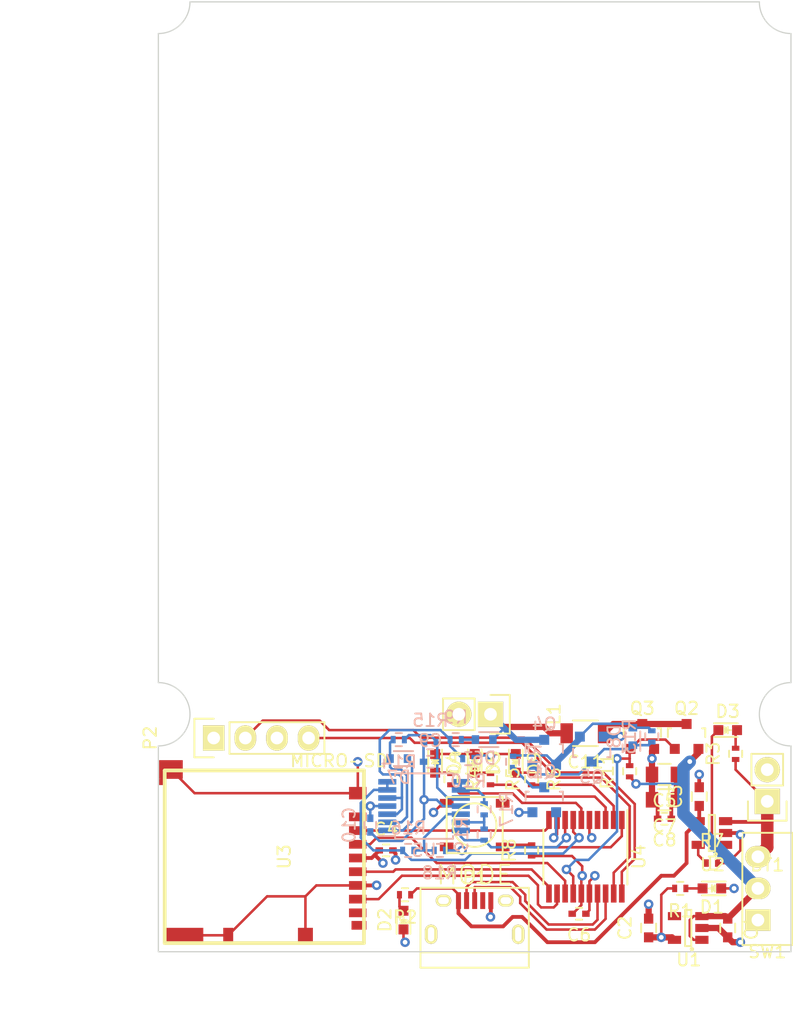
<source format=kicad_pcb>
(kicad_pcb (version 4) (host pcbnew 4.0.2-stable)

  (general
    (links 125)
    (no_connects 0)
    (area 159.132001 77.927999 224.456629 161.958001)
    (thickness 1.6)
    (drawings 14)
    (tracks 409)
    (zones 0)
    (modules 55)
    (nets 52)
  )

  (page A3)
  (layers
    (0 F.Cu signal)
    (1 In1.Cu signal hide)
    (2 In2.Cu signal hide)
    (31 B.Cu signal)
    (32 B.Adhes user)
    (33 F.Adhes user)
    (34 B.Paste user)
    (35 F.Paste user)
    (36 B.SilkS user)
    (37 F.SilkS user)
    (38 B.Mask user)
    (39 F.Mask user)
    (40 Dwgs.User user)
    (41 Cmts.User user)
    (42 Eco1.User user)
    (43 Eco2.User user)
    (44 Edge.Cuts user)
  )

  (setup
    (last_trace_width 0.2032)
    (user_trace_width 0.305)
    (user_trace_width 0.5)
    (user_trace_width 1)
    (trace_clearance 0.2032)
    (zone_clearance 0.305)
    (zone_45_only no)
    (trace_min 0.1524)
    (segment_width 0.2)
    (edge_width 0.1)
    (via_size 0.762)
    (via_drill 0.381)
    (via_min_size 0.762)
    (via_min_drill 0.381)
    (uvia_size 0.508)
    (uvia_drill 0.127)
    (uvias_allowed no)
    (uvia_min_size 0.508)
    (uvia_min_drill 0.127)
    (pcb_text_width 0.3)
    (pcb_text_size 1.5 1.5)
    (mod_edge_width 0.15)
    (mod_text_size 1 1)
    (mod_text_width 0.15)
    (pad_size 2.032 2.032)
    (pad_drill 1.016)
    (pad_to_mask_clearance 0)
    (aux_axis_origin 0 0)
    (grid_origin 189.992 142.748)
    (visible_elements FFFCFFFF)
    (pcbplotparams
      (layerselection 0x00030_80000001)
      (usegerberextensions true)
      (excludeedgelayer true)
      (linewidth 0.150000)
      (plotframeref false)
      (viasonmask false)
      (mode 1)
      (useauxorigin false)
      (hpglpennumber 1)
      (hpglpenspeed 20)
      (hpglpendiameter 15)
      (hpglpenoverlay 2)
      (psnegative false)
      (psa4output false)
      (plotreference true)
      (plotvalue true)
      (plotinvisibletext false)
      (padsonsilk false)
      (subtractmaskfromsilk false)
      (outputformat 1)
      (mirror false)
      (drillshape 1)
      (scaleselection 1)
      (outputdirectory ""))
  )

  (net 0 "")
  (net 1 +5V)
  (net 2 +BATT)
  (net 3 /BOOT)
  (net 4 /COIL_DETUNE)
  (net 5 /COIL_DRIVE)
  (net 6 /COIL_READ)
  (net 7 /COIL_READ_AMP)
  (net 8 /READ)
  (net 9 /SPI_CS)
  (net 10 /SPI_MISO)
  (net 11 /SPI_MOSI)
  (net 12 /SPI_SCK)
  (net 13 /SPOOF)
  (net 14 /USB_DM)
  (net 15 /USB_DP)
  (net 16 /WRITE)
  (net 17 GND)
  (net 18 VDD)
  (net 19 /SWDAT)
  (net 20 /SWCLK)
  (net 21 "Net-(BT1-Pad1)")
  (net 22 "Net-(C9-Pad1)")
  (net 23 "Net-(C11-Pad1)")
  (net 24 "Net-(C11-Pad2)")
  (net 25 "Net-(D3-Pad1)")
  (net 26 "Net-(D6-Pad2)")
  (net 27 "Net-(D7-Pad2)")
  (net 28 "Net-(D7-Pad1)")
  (net 29 "Net-(D8-Pad2)")
  (net 30 "Net-(D8-Pad1)")
  (net 31 "Net-(R7-Pad1)")
  (net 32 "Net-(R10-Pad1)")
  (net 33 "Net-(R17-Pad1)")
  (net 34 "Net-(R17-Pad2)")
  (net 35 "Net-(SW1-Pad1)")
  (net 36 "Net-(SW2-Pad2)")
  (net 37 "Net-(SW2-Pad3)")
  (net 38 "Net-(U1-Pad4)")
  (net 39 "Net-(U3-Pad1)")
  (net 40 "Net-(U3-Pad8)")
  (net 41 "Net-(U4-Pad4)")
  (net 42 "Net-(D9-Pad2)")
  (net 43 "Net-(P1-Pad4)")
  (net 44 "Net-(U3-Pad10)")
  (net 45 "Net-(Q1-Pad3)")
  (net 46 "Net-(D1-Pad2)")
  (net 47 "Net-(D2-Pad2)")
  (net 48 "Net-(D3-Pad2)")
  (net 49 "Net-(D4-Pad2)")
  (net 50 "Net-(D5-Pad2)")
  (net 51 "Net-(R16-Pad1)")

  (net_class Default "This is the default net class."
    (clearance 0.2032)
    (trace_width 0.2032)
    (via_dia 0.762)
    (via_drill 0.381)
    (uvia_dia 0.508)
    (uvia_drill 0.127)
    (add_net +5V)
    (add_net +BATT)
    (add_net /BOOT)
    (add_net /COIL_DETUNE)
    (add_net /COIL_DRIVE)
    (add_net /COIL_READ)
    (add_net /COIL_READ_AMP)
    (add_net /READ)
    (add_net /SPI_CS)
    (add_net /SPI_MISO)
    (add_net /SPI_MOSI)
    (add_net /SPI_SCK)
    (add_net /SPOOF)
    (add_net /SWCLK)
    (add_net /SWDAT)
    (add_net /USB_DM)
    (add_net /USB_DP)
    (add_net /WRITE)
    (add_net GND)
    (add_net "Net-(BT1-Pad1)")
    (add_net "Net-(C11-Pad1)")
    (add_net "Net-(C11-Pad2)")
    (add_net "Net-(C9-Pad1)")
    (add_net "Net-(D1-Pad2)")
    (add_net "Net-(D2-Pad2)")
    (add_net "Net-(D3-Pad1)")
    (add_net "Net-(D3-Pad2)")
    (add_net "Net-(D4-Pad2)")
    (add_net "Net-(D5-Pad2)")
    (add_net "Net-(D6-Pad2)")
    (add_net "Net-(D7-Pad1)")
    (add_net "Net-(D7-Pad2)")
    (add_net "Net-(D8-Pad1)")
    (add_net "Net-(D8-Pad2)")
    (add_net "Net-(D9-Pad2)")
    (add_net "Net-(P1-Pad4)")
    (add_net "Net-(Q1-Pad3)")
    (add_net "Net-(R10-Pad1)")
    (add_net "Net-(R16-Pad1)")
    (add_net "Net-(R17-Pad1)")
    (add_net "Net-(R17-Pad2)")
    (add_net "Net-(R7-Pad1)")
    (add_net "Net-(SW1-Pad1)")
    (add_net "Net-(SW2-Pad2)")
    (add_net "Net-(SW2-Pad3)")
    (add_net "Net-(U1-Pad4)")
    (add_net "Net-(U3-Pad1)")
    (add_net "Net-(U3-Pad10)")
    (add_net "Net-(U3-Pad8)")
    (add_net "Net-(U4-Pad4)")
    (add_net VDD)
  )

  (module Housings_SSOP:TSSOP-14_4.4x5mm_Pitch0.65mm (layer B.Cu) (tedit 54130A77) (tstamp 5705BAF2)
    (at 193.548 142.494)
    (descr "14-Lead Plastic Thin Shrink Small Outline (ST)-4.4 mm Body [TSSOP] (see Microchip Packaging Specification 00000049BS.pdf)")
    (tags "SSOP 0.65")
    (path /566FCAFB)
    (attr smd)
    (fp_text reference U5 (at 0 3.55) (layer B.SilkS)
      (effects (font (size 1 1) (thickness 0.15)) (justify mirror))
    )
    (fp_text value LM324 (at 0 -3.55) (layer B.Fab)
      (effects (font (size 1 1) (thickness 0.15)) (justify mirror))
    )
    (fp_line (start -3.95 2.8) (end -3.95 -2.8) (layer B.CrtYd) (width 0.05))
    (fp_line (start 3.95 2.8) (end 3.95 -2.8) (layer B.CrtYd) (width 0.05))
    (fp_line (start -3.95 2.8) (end 3.95 2.8) (layer B.CrtYd) (width 0.05))
    (fp_line (start -3.95 -2.8) (end 3.95 -2.8) (layer B.CrtYd) (width 0.05))
    (fp_line (start -2.325 2.625) (end -2.325 2.4) (layer B.SilkS) (width 0.15))
    (fp_line (start 2.325 2.625) (end 2.325 2.4) (layer B.SilkS) (width 0.15))
    (fp_line (start 2.325 -2.625) (end 2.325 -2.4) (layer B.SilkS) (width 0.15))
    (fp_line (start -2.325 -2.625) (end -2.325 -2.4) (layer B.SilkS) (width 0.15))
    (fp_line (start -2.325 2.625) (end 2.325 2.625) (layer B.SilkS) (width 0.15))
    (fp_line (start -2.325 -2.625) (end 2.325 -2.625) (layer B.SilkS) (width 0.15))
    (fp_line (start -2.325 2.4) (end -3.675 2.4) (layer B.SilkS) (width 0.15))
    (pad 1 smd rect (at -2.95 1.95) (size 1.45 0.45) (layers B.Cu B.Paste B.Mask)
      (net 28 "Net-(D7-Pad1)"))
    (pad 2 smd rect (at -2.95 1.3) (size 1.45 0.45) (layers B.Cu B.Paste B.Mask)
      (net 27 "Net-(D7-Pad2)"))
    (pad 3 smd rect (at -2.95 0.65) (size 1.45 0.45) (layers B.Cu B.Paste B.Mask)
      (net 32 "Net-(R10-Pad1)"))
    (pad 4 smd rect (at -2.95 0) (size 1.45 0.45) (layers B.Cu B.Paste B.Mask)
      (net 18 VDD))
    (pad 5 smd rect (at -2.95 -0.65) (size 1.45 0.45) (layers B.Cu B.Paste B.Mask)
      (net 32 "Net-(R10-Pad1)"))
    (pad 6 smd rect (at -2.95 -1.3) (size 1.45 0.45) (layers B.Cu B.Paste B.Mask)
      (net 7 /COIL_READ_AMP))
    (pad 7 smd rect (at -2.95 -1.95) (size 1.45 0.45) (layers B.Cu B.Paste B.Mask)
      (net 7 /COIL_READ_AMP))
    (pad 8 smd rect (at 2.95 -1.95) (size 1.45 0.45) (layers B.Cu B.Paste B.Mask)
      (net 34 "Net-(R17-Pad2)"))
    (pad 9 smd rect (at 2.95 -1.3) (size 1.45 0.45) (layers B.Cu B.Paste B.Mask)
      (net 34 "Net-(R17-Pad2)"))
    (pad 10 smd rect (at 2.95 -0.65) (size 1.45 0.45) (layers B.Cu B.Paste B.Mask)
      (net 22 "Net-(C9-Pad1)"))
    (pad 11 smd rect (at 2.95 0) (size 1.45 0.45) (layers B.Cu B.Paste B.Mask)
      (net 17 GND))
    (pad 12 smd rect (at 2.95 0.65) (size 1.45 0.45) (layers B.Cu B.Paste B.Mask)
      (net 51 "Net-(R16-Pad1)"))
    (pad 13 smd rect (at 2.95 1.3) (size 1.45 0.45) (layers B.Cu B.Paste B.Mask)
      (net 33 "Net-(R17-Pad1)"))
    (pad 14 smd rect (at 2.95 1.95) (size 1.45 0.45) (layers B.Cu B.Paste B.Mask)
      (net 6 /COIL_READ))
    (model Housings_SSOP.3dshapes/TSSOP-14_4.4x5mm_Pitch0.65mm.wrl
      (at (xyz 0 0 0))
      (scale (xyz 1 1 1))
      (rotate (xyz 0 0 0))
    )
  )

  (module tact:TACT-SW-SMD (layer F.Cu) (tedit 5705BFAD) (tstamp 5705BAB2)
    (at 197.612 144.018 90)
    (path /566240F3)
    (fp_text reference SW2 (at 5 0 180) (layer F.SilkS)
      (effects (font (size 1.5 1.5) (thickness 0.15)))
    )
    (fp_text value MODE (at -4 0 180) (layer F.SilkS)
      (effects (font (size 1.5 1.5) (thickness 0.15)))
    )
    (fp_line (start -2.25 -2.25) (end 2.25 -2.25) (layer F.SilkS) (width 0.15))
    (fp_line (start 2.25 -2.25) (end 2.25 2.25) (layer F.SilkS) (width 0.15))
    (fp_line (start 2.25 2.25) (end -2.25 2.25) (layer F.SilkS) (width 0.15))
    (fp_line (start -2.25 2.25) (end -2.25 -2.25) (layer F.SilkS) (width 0.15))
    (fp_circle (center 0 0) (end 0 1.75) (layer F.SilkS) (width 0.15))
    (pad 1 smd rect (at 1.75 -2.25 90) (size 0.7 1.1) (layers F.Cu F.Paste F.Mask)
      (net 18 VDD))
    (pad 2 smd rect (at 1.75 2.25 90) (size 0.7 1.1) (layers F.Cu F.Paste F.Mask)
      (net 36 "Net-(SW2-Pad2)"))
    (pad 3 smd rect (at -1.75 -2.25 90) (size 0.7 1.1) (layers F.Cu F.Paste F.Mask)
      (net 37 "Net-(SW2-Pad3)"))
    (pad 4 smd rect (at -1.75 2.25 90) (size 0.7 1.1) (layers F.Cu F.Paste F.Mask)
      (net 3 /BOOT))
  )

  (module custom:DM3BT (layer F.Cu) (tedit 55591494) (tstamp 5705BAC9)
    (at 188.722 146.558 270)
    (path /566537AE)
    (fp_text reference U3 (at 0 6.4 270) (layer F.SilkS)
      (effects (font (size 1 1) (thickness 0.15)))
    )
    (fp_text value MICRO-SD (at -7.7 2 360) (layer F.SilkS)
      (effects (font (size 1 1) (thickness 0.15)))
    )
    (fp_line (start -6.925 0) (end 6.925 0) (layer F.SilkS) (width 0.3))
    (fp_line (start 6.925 0) (end 6.925 16) (layer F.SilkS) (width 0.3))
    (fp_line (start 6.925 16) (end -6.925 16) (layer F.SilkS) (width 0.3))
    (fp_line (start -6.925 16) (end -6.925 0) (layer F.SilkS) (width 0.3))
    (pad 1 smd rect (at -3.2 0.5 180) (size 1.4 0.7) (layers F.Cu F.Paste F.Mask)
      (net 39 "Net-(U3-Pad1)"))
    (pad 2 smd rect (at -2.1 0.5 180) (size 1.4 0.7) (layers F.Cu F.Paste F.Mask)
      (net 9 /SPI_CS))
    (pad 3 smd rect (at -1 0.5 180) (size 1.4 0.7) (layers F.Cu F.Paste F.Mask)
      (net 11 /SPI_MOSI))
    (pad 4 smd rect (at 0.1 0.5 180) (size 1.4 0.7) (layers F.Cu F.Paste F.Mask)
      (net 18 VDD))
    (pad 5 smd rect (at 1.2 0.5 180) (size 1.4 0.7) (layers F.Cu F.Paste F.Mask)
      (net 12 /SPI_SCK))
    (pad 6 smd rect (at 2.3 0.5 180) (size 1.4 0.7) (layers F.Cu F.Paste F.Mask)
      (net 17 GND))
    (pad 7 smd rect (at 3.4 0.5 180) (size 1.4 0.7) (layers F.Cu F.Paste F.Mask)
      (net 10 /SPI_MISO))
    (pad 8 smd rect (at 4.5 0.5 180) (size 1.4 0.7) (layers F.Cu F.Paste F.Mask)
      (net 40 "Net-(U3-Pad8)"))
    (pad 14 smd rect (at -5.1 0.5 180) (size 1.4 1) (layers F.Cu F.Paste F.Mask)
      (net 17 GND))
    (pad 10 smd rect (at 5.5 0.4 180) (size 1.2 0.7) (layers F.Cu F.Paste F.Mask)
      (net 44 "Net-(U3-Pad10)"))
    (pad 11 smd rect (at 6.3 4.7 180) (size 1.2 1.2) (layers F.Cu F.Paste F.Mask)
      (net 17 GND))
    (pad 9 smd rect (at 6.3 10.9 180) (size 0.8 1.2) (layers F.Cu F.Paste F.Mask)
      (net 17 GND))
    (pad 12 smd rect (at 6.3 14.5 180) (size 3.2 1.2) (layers F.Cu F.Paste F.Mask)
      (net 17 GND))
    (pad 13 smd rect (at -7 15.5 180) (size 1.9 1.5) (layers F.Cu F.Paste F.Mask)
      (net 17 GND))
    (pad 13 smd rect (at -6 16.2 180) (size 0.5 0.5) (layers F.Cu F.Paste F.Mask)
      (net 17 GND))
  )

  (module Housings_SSOP:TSSOP-20_4.4x6.5mm_Pitch0.65mm (layer F.Cu) (tedit 54130A77) (tstamp 5705BADB)
    (at 206.502 146.558 270)
    (descr "20-Lead Plastic Thin Shrink Small Outline (ST)-4.4 mm Body [TSSOP] (see Microchip Packaging Specification 00000049BS.pdf)")
    (tags "SSOP 0.65")
    (path /566543CC)
    (attr smd)
    (fp_text reference U4 (at 0 -4.3 270) (layer F.SilkS)
      (effects (font (size 1 1) (thickness 0.15)))
    )
    (fp_text value STM32F030-20 (at 0 4.3 270) (layer F.Fab)
      (effects (font (size 1 1) (thickness 0.15)))
    )
    (fp_line (start -3.95 -3.55) (end -3.95 3.55) (layer F.CrtYd) (width 0.05))
    (fp_line (start 3.95 -3.55) (end 3.95 3.55) (layer F.CrtYd) (width 0.05))
    (fp_line (start -3.95 -3.55) (end 3.95 -3.55) (layer F.CrtYd) (width 0.05))
    (fp_line (start -3.95 3.55) (end 3.95 3.55) (layer F.CrtYd) (width 0.05))
    (fp_line (start -2.225 3.375) (end 2.225 3.375) (layer F.SilkS) (width 0.15))
    (fp_line (start -3.75 -3.375) (end 2.225 -3.375) (layer F.SilkS) (width 0.15))
    (pad 1 smd rect (at -2.95 -2.925 270) (size 1.45 0.45) (layers F.Cu F.Paste F.Mask)
      (net 3 /BOOT))
    (pad 2 smd rect (at -2.95 -2.275 270) (size 1.45 0.45) (layers F.Cu F.Paste F.Mask)
      (net 13 /SPOOF))
    (pad 3 smd rect (at -2.95 -1.625 270) (size 1.45 0.45) (layers F.Cu F.Paste F.Mask)
      (net 16 /WRITE))
    (pad 4 smd rect (at -2.95 -0.975 270) (size 1.45 0.45) (layers F.Cu F.Paste F.Mask)
      (net 41 "Net-(U4-Pad4)"))
    (pad 5 smd rect (at -2.95 -0.325 270) (size 1.45 0.45) (layers F.Cu F.Paste F.Mask)
      (net 18 VDD))
    (pad 6 smd rect (at -2.95 0.325 270) (size 1.45 0.45) (layers F.Cu F.Paste F.Mask)
      (net 8 /READ))
    (pad 7 smd rect (at -2.95 0.975 270) (size 1.45 0.45) (layers F.Cu F.Paste F.Mask)
      (net 7 /COIL_READ_AMP))
    (pad 8 smd rect (at -2.95 1.625 270) (size 1.45 0.45) (layers F.Cu F.Paste F.Mask)
      (net 6 /COIL_READ))
    (pad 9 smd rect (at -2.95 2.275 270) (size 1.45 0.45) (layers F.Cu F.Paste F.Mask)
      (net 4 /COIL_DETUNE))
    (pad 10 smd rect (at -2.95 2.925 270) (size 1.45 0.45) (layers F.Cu F.Paste F.Mask)
      (net 9 /SPI_CS))
    (pad 11 smd rect (at 2.95 2.925 270) (size 1.45 0.45) (layers F.Cu F.Paste F.Mask)
      (net 12 /SPI_SCK))
    (pad 12 smd rect (at 2.95 2.275 270) (size 1.45 0.45) (layers F.Cu F.Paste F.Mask)
      (net 10 /SPI_MISO))
    (pad 13 smd rect (at 2.95 1.625 270) (size 1.45 0.45) (layers F.Cu F.Paste F.Mask)
      (net 11 /SPI_MOSI))
    (pad 14 smd rect (at 2.95 0.975 270) (size 1.45 0.45) (layers F.Cu F.Paste F.Mask)
      (net 5 /COIL_DRIVE))
    (pad 15 smd rect (at 2.95 0.325 270) (size 1.45 0.45) (layers F.Cu F.Paste F.Mask)
      (net 17 GND))
    (pad 16 smd rect (at 2.95 -0.325 270) (size 1.45 0.45) (layers F.Cu F.Paste F.Mask)
      (net 18 VDD))
    (pad 17 smd rect (at 2.95 -0.975 270) (size 1.45 0.45) (layers F.Cu F.Paste F.Mask)
      (net 14 /USB_DM))
    (pad 18 smd rect (at 2.95 -1.625 270) (size 1.45 0.45) (layers F.Cu F.Paste F.Mask)
      (net 15 /USB_DP))
    (pad 19 smd rect (at 2.95 -2.275 270) (size 1.45 0.45) (layers F.Cu F.Paste F.Mask)
      (net 19 /SWDAT))
    (pad 20 smd rect (at 2.95 -2.925 270) (size 1.45 0.45) (layers F.Cu F.Paste F.Mask)
      (net 20 /SWCLK))
    (model Housings_SSOP.3dshapes/TSSOP-20_4.4x6.5mm_Pitch0.65mm.wrl
      (at (xyz 0 0 0))
      (scale (xyz 1 1 1))
      (rotate (xyz 0 0 0))
    )
  )

  (module Pin_Headers:Pin_Header_Straight_1x03 (layer F.Cu) (tedit 5705C7A2) (tstamp 5705BAAC)
    (at 221.107 151.638 180)
    (descr "Through hole pin header")
    (tags "pin header")
    (path /5664F5C7)
    (fp_text reference SW1 (at 0 -2.54 180) (layer F.SilkS)
      (effects (font (size 1 1) (thickness 0.15)))
    )
    (fp_text value POWER (at 0 -3.1 180) (layer F.Fab)
      (effects (font (size 1 1) (thickness 0.15)))
    )
    (fp_line (start -2 -2) (end 2 -2) (layer F.SilkS) (width 0.15))
    (fp_line (start 2 -2) (end 2 7) (layer F.SilkS) (width 0.15))
    (fp_line (start 2 7) (end -2 7) (layer F.SilkS) (width 0.15))
    (fp_line (start -2 7) (end -2 -2) (layer F.SilkS) (width 0.15))
    (fp_line (start -1.75 -1.75) (end 1.75 -1.75) (layer F.CrtYd) (width 0.15))
    (fp_line (start 1.75 -1.75) (end 1.75 6.75) (layer F.CrtYd) (width 0.15))
    (fp_line (start 1.75 6.75) (end -1.75 6.75) (layer F.CrtYd) (width 0.15))
    (fp_line (start -1.75 6.75) (end -1.75 -1.75) (layer F.CrtYd) (width 0.15))
    (pad 1 thru_hole rect (at 0.75 0 180) (size 2.032 1.7272) (drill 1.016) (layers *.Cu *.Mask F.SilkS)
      (net 35 "Net-(SW1-Pad1)"))
    (pad 2 thru_hole oval (at 0.75 2.54 180) (size 2.032 1.7272) (drill 1.016) (layers *.Cu *.Mask F.SilkS)
      (net 2 +BATT))
    (pad 3 thru_hole oval (at 0.75 5.08 180) (size 2.032 1.7272) (drill 1.016) (layers *.Cu *.Mask F.SilkS)
      (net 21 "Net-(BT1-Pad1)"))
    (model Pin_Headers.3dshapes/Pin_Header_Straight_1x03.wrl
      (at (xyz 0 -0.1 0))
      (scale (xyz 1 1 1))
      (rotate (xyz 0 0 90))
    )
  )

  (module Pin_Headers:Pin_Header_Straight_1x02 (layer F.Cu) (tedit 5705D960) (tstamp 5705B9B3)
    (at 221.107 142.113 180)
    (descr "Through hole pin header")
    (tags "pin header")
    (path /5664F34D)
    (fp_text reference BT1 (at 0 -5.1 180) (layer F.SilkS)
      (effects (font (size 1 1) (thickness 0.15)))
    )
    (fp_text value BATTERY (at 0 -3.1 180) (layer F.Fab)
      (effects (font (size 1 1) (thickness 0.15)))
    )
    (fp_line (start 1.27 1.27) (end 1.27 3.81) (layer F.SilkS) (width 0.15))
    (fp_line (start 1.55 -1.55) (end 1.55 0) (layer F.SilkS) (width 0.15))
    (fp_line (start -1.75 -1.75) (end -1.75 4.3) (layer F.CrtYd) (width 0.05))
    (fp_line (start 1.75 -1.75) (end 1.75 4.3) (layer F.CrtYd) (width 0.05))
    (fp_line (start -1.75 -1.75) (end 1.75 -1.75) (layer F.CrtYd) (width 0.05))
    (fp_line (start -1.75 4.3) (end 1.75 4.3) (layer F.CrtYd) (width 0.05))
    (fp_line (start 1.27 1.27) (end -1.27 1.27) (layer F.SilkS) (width 0.15))
    (fp_line (start -1.55 0) (end -1.55 -1.55) (layer F.SilkS) (width 0.15))
    (fp_line (start -1.55 -1.55) (end 1.55 -1.55) (layer F.SilkS) (width 0.15))
    (fp_line (start -1.27 1.27) (end -1.27 3.81) (layer F.SilkS) (width 0.15))
    (fp_line (start -1.27 3.81) (end 1.27 3.81) (layer F.SilkS) (width 0.15))
    (pad 1 thru_hole rect (at 0 0 180) (size 2.032 2.032) (drill 1.016) (layers *.Cu *.Mask F.SilkS)
      (net 21 "Net-(BT1-Pad1)"))
    (pad 2 thru_hole oval (at 0 2.54 180) (size 2.032 2.032) (drill 1.016) (layers *.Cu *.Mask F.SilkS)
      (net 17 GND) (thermal_width 0.5))
    (model Pin_Headers.3dshapes/Pin_Header_Straight_1x02.wrl
      (at (xyz 0 -0.05 0))
      (scale (xyz 1 1 1))
      (rotate (xyz 0 0 90))
    )
  )

  (module Capacitors_SMD:C_0603 (layer F.Cu) (tedit 5415D631) (tstamp 5705B9B8)
    (at 217.932 152.273 270)
    (descr "Capacitor SMD 0603, reflow soldering, AVX (see smccp.pdf)")
    (tags "capacitor 0603")
    (path /56650527)
    (attr smd)
    (fp_text reference C1 (at 0 -1.9 270) (layer F.SilkS)
      (effects (font (size 1 1) (thickness 0.15)))
    )
    (fp_text value 1u (at 0 1.9 270) (layer F.Fab)
      (effects (font (size 1 1) (thickness 0.15)))
    )
    (fp_line (start -1.45 -0.75) (end 1.45 -0.75) (layer F.CrtYd) (width 0.05))
    (fp_line (start -1.45 0.75) (end 1.45 0.75) (layer F.CrtYd) (width 0.05))
    (fp_line (start -1.45 -0.75) (end -1.45 0.75) (layer F.CrtYd) (width 0.05))
    (fp_line (start 1.45 -0.75) (end 1.45 0.75) (layer F.CrtYd) (width 0.05))
    (fp_line (start -0.35 -0.6) (end 0.35 -0.6) (layer F.SilkS) (width 0.15))
    (fp_line (start 0.35 0.6) (end -0.35 0.6) (layer F.SilkS) (width 0.15))
    (pad 1 smd rect (at -0.75 0 270) (size 0.8 0.75) (layers F.Cu F.Paste F.Mask)
      (net 2 +BATT))
    (pad 2 smd rect (at 0.75 0 270) (size 0.8 0.75) (layers F.Cu F.Paste F.Mask)
      (net 17 GND))
    (model Capacitors_SMD.3dshapes/C_0603.wrl
      (at (xyz 0 0 0))
      (scale (xyz 1 1 1))
      (rotate (xyz 0 0 0))
    )
  )

  (module Capacitors_SMD:C_0603 (layer F.Cu) (tedit 5415D631) (tstamp 5705B9BD)
    (at 211.582 152.273 90)
    (descr "Capacitor SMD 0603, reflow soldering, AVX (see smccp.pdf)")
    (tags "capacitor 0603")
    (path /56650534)
    (attr smd)
    (fp_text reference C2 (at 0 -1.9 90) (layer F.SilkS)
      (effects (font (size 1 1) (thickness 0.15)))
    )
    (fp_text value 1u (at 0 1.9 90) (layer F.Fab)
      (effects (font (size 1 1) (thickness 0.15)))
    )
    (fp_line (start -1.45 -0.75) (end 1.45 -0.75) (layer F.CrtYd) (width 0.05))
    (fp_line (start -1.45 0.75) (end 1.45 0.75) (layer F.CrtYd) (width 0.05))
    (fp_line (start -1.45 -0.75) (end -1.45 0.75) (layer F.CrtYd) (width 0.05))
    (fp_line (start 1.45 -0.75) (end 1.45 0.75) (layer F.CrtYd) (width 0.05))
    (fp_line (start -0.35 -0.6) (end 0.35 -0.6) (layer F.SilkS) (width 0.15))
    (fp_line (start 0.35 0.6) (end -0.35 0.6) (layer F.SilkS) (width 0.15))
    (pad 1 smd rect (at -0.75 0 90) (size 0.8 0.75) (layers F.Cu F.Paste F.Mask)
      (net 18 VDD))
    (pad 2 smd rect (at 0.75 0 90) (size 0.8 0.75) (layers F.Cu F.Paste F.Mask)
      (net 17 GND))
    (model Capacitors_SMD.3dshapes/C_0603.wrl
      (at (xyz 0 0 0))
      (scale (xyz 1 1 1))
      (rotate (xyz 0 0 0))
    )
  )

  (module Capacitors_SMD:C_0603 (layer F.Cu) (tedit 5415D631) (tstamp 5705B9C2)
    (at 215.646 141.732 90)
    (descr "Capacitor SMD 0603, reflow soldering, AVX (see smccp.pdf)")
    (tags "capacitor 0603")
    (path /56651B3C)
    (attr smd)
    (fp_text reference C3 (at 0 -1.9 90) (layer F.SilkS)
      (effects (font (size 1 1) (thickness 0.15)))
    )
    (fp_text value 1u (at 0 1.9 90) (layer F.Fab)
      (effects (font (size 1 1) (thickness 0.15)))
    )
    (fp_line (start -1.45 -0.75) (end 1.45 -0.75) (layer F.CrtYd) (width 0.05))
    (fp_line (start -1.45 0.75) (end 1.45 0.75) (layer F.CrtYd) (width 0.05))
    (fp_line (start -1.45 -0.75) (end -1.45 0.75) (layer F.CrtYd) (width 0.05))
    (fp_line (start 1.45 -0.75) (end 1.45 0.75) (layer F.CrtYd) (width 0.05))
    (fp_line (start -0.35 -0.6) (end 0.35 -0.6) (layer F.SilkS) (width 0.15))
    (fp_line (start 0.35 0.6) (end -0.35 0.6) (layer F.SilkS) (width 0.15))
    (pad 1 smd rect (at -0.75 0 90) (size 0.8 0.75) (layers F.Cu F.Paste F.Mask)
      (net 1 +5V))
    (pad 2 smd rect (at 0.75 0 90) (size 0.8 0.75) (layers F.Cu F.Paste F.Mask)
      (net 17 GND))
    (model Capacitors_SMD.3dshapes/C_0603.wrl
      (at (xyz 0 0 0))
      (scale (xyz 1 1 1))
      (rotate (xyz 0 0 0))
    )
  )

  (module Capacitors_SMD:C_0402 (layer F.Cu) (tedit 5415D599) (tstamp 5705B9C7)
    (at 190.5 146.05)
    (descr "Capacitor SMD 0402, reflow soldering, AVX (see smccp.pdf)")
    (tags "capacitor 0402")
    (path /566537E8)
    (attr smd)
    (fp_text reference C4 (at 0 -1.7) (layer F.SilkS)
      (effects (font (size 1 1) (thickness 0.15)))
    )
    (fp_text value 100n (at 0 1.7) (layer F.Fab)
      (effects (font (size 1 1) (thickness 0.15)))
    )
    (fp_line (start -1.15 -0.6) (end 1.15 -0.6) (layer F.CrtYd) (width 0.05))
    (fp_line (start -1.15 0.6) (end 1.15 0.6) (layer F.CrtYd) (width 0.05))
    (fp_line (start -1.15 -0.6) (end -1.15 0.6) (layer F.CrtYd) (width 0.05))
    (fp_line (start 1.15 -0.6) (end 1.15 0.6) (layer F.CrtYd) (width 0.05))
    (fp_line (start 0.25 -0.475) (end -0.25 -0.475) (layer F.SilkS) (width 0.15))
    (fp_line (start -0.25 0.475) (end 0.25 0.475) (layer F.SilkS) (width 0.15))
    (pad 1 smd rect (at -0.55 0) (size 0.6 0.5) (layers F.Cu F.Paste F.Mask)
      (net 18 VDD))
    (pad 2 smd rect (at 0.55 0) (size 0.6 0.5) (layers F.Cu F.Paste F.Mask)
      (net 17 GND))
    (model Capacitors_SMD.3dshapes/C_0402.wrl
      (at (xyz 0 0 0))
      (scale (xyz 1 1 1))
      (rotate (xyz 0 0 0))
    )
  )

  (module Capacitors_SMD:C_0805 (layer F.Cu) (tedit 5415D6EA) (tstamp 5705B9CC)
    (at 212.852 139.954 180)
    (descr "Capacitor SMD 0805, reflow soldering, AVX (see smccp.pdf)")
    (tags "capacitor 0805")
    (path /5665071A)
    (attr smd)
    (fp_text reference C5 (at 0 -2.1 180) (layer F.SilkS)
      (effects (font (size 1 1) (thickness 0.15)))
    )
    (fp_text value 47u (at 0 2.1 180) (layer F.Fab)
      (effects (font (size 1 1) (thickness 0.15)))
    )
    (fp_line (start -1.8 -1) (end 1.8 -1) (layer F.CrtYd) (width 0.05))
    (fp_line (start -1.8 1) (end 1.8 1) (layer F.CrtYd) (width 0.05))
    (fp_line (start -1.8 -1) (end -1.8 1) (layer F.CrtYd) (width 0.05))
    (fp_line (start 1.8 -1) (end 1.8 1) (layer F.CrtYd) (width 0.05))
    (fp_line (start 0.5 -0.85) (end -0.5 -0.85) (layer F.SilkS) (width 0.15))
    (fp_line (start -0.5 0.85) (end 0.5 0.85) (layer F.SilkS) (width 0.15))
    (pad 1 smd rect (at -1 0 180) (size 1 1.25) (layers F.Cu F.Paste F.Mask)
      (net 2 +BATT))
    (pad 2 smd rect (at 1 0 180) (size 1 1.25) (layers F.Cu F.Paste F.Mask)
      (net 17 GND))
    (model Capacitors_SMD.3dshapes/C_0805.wrl
      (at (xyz 0 0 0))
      (scale (xyz 1 1 1))
      (rotate (xyz 0 0 0))
    )
  )

  (module Capacitors_SMD:C_0402 (layer F.Cu) (tedit 5415D599) (tstamp 5705B9D1)
    (at 205.994 151.13 180)
    (descr "Capacitor SMD 0402, reflow soldering, AVX (see smccp.pdf)")
    (tags "capacitor 0402")
    (path /56650FDD)
    (attr smd)
    (fp_text reference C6 (at 0 -1.7 180) (layer F.SilkS)
      (effects (font (size 1 1) (thickness 0.15)))
    )
    (fp_text value 100n (at 0 1.7 180) (layer F.Fab)
      (effects (font (size 1 1) (thickness 0.15)))
    )
    (fp_line (start -1.15 -0.6) (end 1.15 -0.6) (layer F.CrtYd) (width 0.05))
    (fp_line (start -1.15 0.6) (end 1.15 0.6) (layer F.CrtYd) (width 0.05))
    (fp_line (start -1.15 -0.6) (end -1.15 0.6) (layer F.CrtYd) (width 0.05))
    (fp_line (start 1.15 -0.6) (end 1.15 0.6) (layer F.CrtYd) (width 0.05))
    (fp_line (start 0.25 -0.475) (end -0.25 -0.475) (layer F.SilkS) (width 0.15))
    (fp_line (start -0.25 0.475) (end 0.25 0.475) (layer F.SilkS) (width 0.15))
    (pad 1 smd rect (at -0.55 0 180) (size 0.6 0.5) (layers F.Cu F.Paste F.Mask)
      (net 18 VDD))
    (pad 2 smd rect (at 0.55 0 180) (size 0.6 0.5) (layers F.Cu F.Paste F.Mask)
      (net 17 GND))
    (model Capacitors_SMD.3dshapes/C_0402.wrl
      (at (xyz 0 0 0))
      (scale (xyz 1 1 1))
      (rotate (xyz 0 0 0))
    )
  )

  (module Capacitors_SMD:C_0805 (layer F.Cu) (tedit 5415D6EA) (tstamp 5705B9D6)
    (at 212.852 141.986 180)
    (descr "Capacitor SMD 0805, reflow soldering, AVX (see smccp.pdf)")
    (tags "capacitor 0805")
    (path /56650567)
    (attr smd)
    (fp_text reference C7 (at 0 -2.1 180) (layer F.SilkS)
      (effects (font (size 1 1) (thickness 0.15)))
    )
    (fp_text value 2u2 (at 0 2.1 180) (layer F.Fab)
      (effects (font (size 1 1) (thickness 0.15)))
    )
    (fp_line (start -1.8 -1) (end 1.8 -1) (layer F.CrtYd) (width 0.05))
    (fp_line (start -1.8 1) (end 1.8 1) (layer F.CrtYd) (width 0.05))
    (fp_line (start -1.8 -1) (end -1.8 1) (layer F.CrtYd) (width 0.05))
    (fp_line (start 1.8 -1) (end 1.8 1) (layer F.CrtYd) (width 0.05))
    (fp_line (start 0.5 -0.85) (end -0.5 -0.85) (layer F.SilkS) (width 0.15))
    (fp_line (start -0.5 0.85) (end 0.5 0.85) (layer F.SilkS) (width 0.15))
    (pad 1 smd rect (at -1 0 180) (size 1 1.25) (layers F.Cu F.Paste F.Mask)
      (net 2 +BATT))
    (pad 2 smd rect (at 1 0 180) (size 1 1.25) (layers F.Cu F.Paste F.Mask)
      (net 17 GND))
    (model Capacitors_SMD.3dshapes/C_0805.wrl
      (at (xyz 0 0 0))
      (scale (xyz 1 1 1))
      (rotate (xyz 0 0 0))
    )
  )

  (module Capacitors_SMD:C_0402 (layer F.Cu) (tedit 5415D599) (tstamp 5705B9DB)
    (at 212.852 143.51 180)
    (descr "Capacitor SMD 0402, reflow soldering, AVX (see smccp.pdf)")
    (tags "capacitor 0402")
    (path /56650714)
    (attr smd)
    (fp_text reference C8 (at 0 -1.7 180) (layer F.SilkS)
      (effects (font (size 1 1) (thickness 0.15)))
    )
    (fp_text value 100n (at 0 1.7 180) (layer F.Fab)
      (effects (font (size 1 1) (thickness 0.15)))
    )
    (fp_line (start -1.15 -0.6) (end 1.15 -0.6) (layer F.CrtYd) (width 0.05))
    (fp_line (start -1.15 0.6) (end 1.15 0.6) (layer F.CrtYd) (width 0.05))
    (fp_line (start -1.15 -0.6) (end -1.15 0.6) (layer F.CrtYd) (width 0.05))
    (fp_line (start 1.15 -0.6) (end 1.15 0.6) (layer F.CrtYd) (width 0.05))
    (fp_line (start 0.25 -0.475) (end -0.25 -0.475) (layer F.SilkS) (width 0.15))
    (fp_line (start -0.25 0.475) (end 0.25 0.475) (layer F.SilkS) (width 0.15))
    (pad 1 smd rect (at -0.55 0 180) (size 0.6 0.5) (layers F.Cu F.Paste F.Mask)
      (net 2 +BATT))
    (pad 2 smd rect (at 0.55 0 180) (size 0.6 0.5) (layers F.Cu F.Paste F.Mask)
      (net 17 GND))
    (model Capacitors_SMD.3dshapes/C_0402.wrl
      (at (xyz 0 0 0))
      (scale (xyz 1 1 1))
      (rotate (xyz 0 0 0))
    )
  )

  (module Capacitors_SMD:C_0402 (layer B.Cu) (tedit 5415D599) (tstamp 5705B9E0)
    (at 194.056 138.938 180)
    (descr "Capacitor SMD 0402, reflow soldering, AVX (see smccp.pdf)")
    (tags "capacitor 0402")
    (path /566FCD0F)
    (attr smd)
    (fp_text reference C9 (at 0 1.7 180) (layer B.SilkS)
      (effects (font (size 1 1) (thickness 0.15)) (justify mirror))
    )
    (fp_text value 1n (at 0 -1.7 180) (layer B.Fab)
      (effects (font (size 1 1) (thickness 0.15)) (justify mirror))
    )
    (fp_line (start -1.15 0.6) (end 1.15 0.6) (layer B.CrtYd) (width 0.05))
    (fp_line (start -1.15 -0.6) (end 1.15 -0.6) (layer B.CrtYd) (width 0.05))
    (fp_line (start -1.15 0.6) (end -1.15 -0.6) (layer B.CrtYd) (width 0.05))
    (fp_line (start 1.15 0.6) (end 1.15 -0.6) (layer B.CrtYd) (width 0.05))
    (fp_line (start 0.25 0.475) (end -0.25 0.475) (layer B.SilkS) (width 0.15))
    (fp_line (start -0.25 -0.475) (end 0.25 -0.475) (layer B.SilkS) (width 0.15))
    (pad 1 smd rect (at -0.55 0 180) (size 0.6 0.5) (layers B.Cu B.Paste B.Mask)
      (net 22 "Net-(C9-Pad1)"))
    (pad 2 smd rect (at 0.55 0 180) (size 0.6 0.5) (layers B.Cu B.Paste B.Mask)
      (net 17 GND))
    (model Capacitors_SMD.3dshapes/C_0402.wrl
      (at (xyz 0 0 0))
      (scale (xyz 1 1 1))
      (rotate (xyz 0 0 0))
    )
  )

  (module Capacitors_SMD:C_0402 (layer B.Cu) (tedit 5415D599) (tstamp 5705B9E5)
    (at 189.23 144.018 270)
    (descr "Capacitor SMD 0402, reflow soldering, AVX (see smccp.pdf)")
    (tags "capacitor 0402")
    (path /566FE89C)
    (attr smd)
    (fp_text reference C10 (at 0 1.7 270) (layer B.SilkS)
      (effects (font (size 1 1) (thickness 0.15)) (justify mirror))
    )
    (fp_text value 100n (at 0 -1.7 270) (layer B.Fab)
      (effects (font (size 1 1) (thickness 0.15)) (justify mirror))
    )
    (fp_line (start -1.15 0.6) (end 1.15 0.6) (layer B.CrtYd) (width 0.05))
    (fp_line (start -1.15 -0.6) (end 1.15 -0.6) (layer B.CrtYd) (width 0.05))
    (fp_line (start -1.15 0.6) (end -1.15 -0.6) (layer B.CrtYd) (width 0.05))
    (fp_line (start 1.15 0.6) (end 1.15 -0.6) (layer B.CrtYd) (width 0.05))
    (fp_line (start 0.25 0.475) (end -0.25 0.475) (layer B.SilkS) (width 0.15))
    (fp_line (start -0.25 -0.475) (end 0.25 -0.475) (layer B.SilkS) (width 0.15))
    (pad 1 smd rect (at -0.55 0 270) (size 0.6 0.5) (layers B.Cu B.Paste B.Mask)
      (net 18 VDD))
    (pad 2 smd rect (at 0.55 0 270) (size 0.6 0.5) (layers B.Cu B.Paste B.Mask)
      (net 17 GND))
    (model Capacitors_SMD.3dshapes/C_0402.wrl
      (at (xyz 0 0 0))
      (scale (xyz 1 1 1))
      (rotate (xyz 0 0 0))
    )
  )

  (module LEDs:LED_0603 (layer F.Cu) (tedit 55BDE255) (tstamp 5705B9EF)
    (at 216.662 149.098 180)
    (descr "LED 0603 smd package")
    (tags "LED led 0603 SMD smd SMT smt smdled SMDLED smtled SMTLED")
    (path /5706DD1F)
    (attr smd)
    (fp_text reference D1 (at 0 -1.5 180) (layer F.SilkS)
      (effects (font (size 1 1) (thickness 0.15)))
    )
    (fp_text value PWR (at 0 1.5 180) (layer F.Fab)
      (effects (font (size 1 1) (thickness 0.15)))
    )
    (fp_line (start -1.1 0.55) (end 0.8 0.55) (layer F.SilkS) (width 0.15))
    (fp_line (start -1.1 -0.55) (end 0.8 -0.55) (layer F.SilkS) (width 0.15))
    (fp_line (start -0.2 0) (end 0.25 0) (layer F.SilkS) (width 0.15))
    (fp_line (start -0.25 -0.25) (end -0.25 0.25) (layer F.SilkS) (width 0.15))
    (fp_line (start -0.25 0) (end 0 -0.25) (layer F.SilkS) (width 0.15))
    (fp_line (start 0 -0.25) (end 0 0.25) (layer F.SilkS) (width 0.15))
    (fp_line (start 0 0.25) (end -0.25 0) (layer F.SilkS) (width 0.15))
    (fp_line (start 1.4 -0.75) (end 1.4 0.75) (layer F.CrtYd) (width 0.05))
    (fp_line (start 1.4 0.75) (end -1.4 0.75) (layer F.CrtYd) (width 0.05))
    (fp_line (start -1.4 0.75) (end -1.4 -0.75) (layer F.CrtYd) (width 0.05))
    (fp_line (start -1.4 -0.75) (end 1.4 -0.75) (layer F.CrtYd) (width 0.05))
    (pad 2 smd rect (at 0.7493 0) (size 0.79756 0.79756) (layers F.Cu F.Paste F.Mask)
      (net 46 "Net-(D1-Pad2)"))
    (pad 1 smd rect (at -0.7493 0) (size 0.79756 0.79756) (layers F.Cu F.Paste F.Mask)
      (net 17 GND))
    (model LEDs.3dshapes/LED_0603.wrl
      (at (xyz 0 0 0))
      (scale (xyz 1 1 1))
      (rotate (xyz 0 0 180))
    )
  )

  (module LEDs:LED_0603 (layer F.Cu) (tedit 55BDE255) (tstamp 5705B9F4)
    (at 191.897 151.638 90)
    (descr "LED 0603 smd package")
    (tags "LED led 0603 SMD smd SMT smt smdled SMDLED smtled SMTLED")
    (path /5706DDEF)
    (attr smd)
    (fp_text reference D2 (at 0 -1.5 90) (layer F.SilkS)
      (effects (font (size 1 1) (thickness 0.15)))
    )
    (fp_text value USB (at 0 1.5 90) (layer F.Fab)
      (effects (font (size 1 1) (thickness 0.15)))
    )
    (fp_line (start -1.1 0.55) (end 0.8 0.55) (layer F.SilkS) (width 0.15))
    (fp_line (start -1.1 -0.55) (end 0.8 -0.55) (layer F.SilkS) (width 0.15))
    (fp_line (start -0.2 0) (end 0.25 0) (layer F.SilkS) (width 0.15))
    (fp_line (start -0.25 -0.25) (end -0.25 0.25) (layer F.SilkS) (width 0.15))
    (fp_line (start -0.25 0) (end 0 -0.25) (layer F.SilkS) (width 0.15))
    (fp_line (start 0 -0.25) (end 0 0.25) (layer F.SilkS) (width 0.15))
    (fp_line (start 0 0.25) (end -0.25 0) (layer F.SilkS) (width 0.15))
    (fp_line (start 1.4 -0.75) (end 1.4 0.75) (layer F.CrtYd) (width 0.05))
    (fp_line (start 1.4 0.75) (end -1.4 0.75) (layer F.CrtYd) (width 0.05))
    (fp_line (start -1.4 0.75) (end -1.4 -0.75) (layer F.CrtYd) (width 0.05))
    (fp_line (start -1.4 -0.75) (end 1.4 -0.75) (layer F.CrtYd) (width 0.05))
    (pad 2 smd rect (at 0.7493 0 270) (size 0.79756 0.79756) (layers F.Cu F.Paste F.Mask)
      (net 47 "Net-(D2-Pad2)"))
    (pad 1 smd rect (at -0.7493 0 270) (size 0.79756 0.79756) (layers F.Cu F.Paste F.Mask)
      (net 17 GND))
    (model LEDs.3dshapes/LED_0603.wrl
      (at (xyz 0 0 0))
      (scale (xyz 1 1 1))
      (rotate (xyz 0 0 180))
    )
  )

  (module LEDs:LED_0603 (layer F.Cu) (tedit 55BDE255) (tstamp 5705B9F9)
    (at 217.932 136.398)
    (descr "LED 0603 smd package")
    (tags "LED led 0603 SMD smd SMT smt smdled SMDLED smtled SMTLED")
    (path /5706DEEA)
    (attr smd)
    (fp_text reference D3 (at 0 -1.5) (layer F.SilkS)
      (effects (font (size 1 1) (thickness 0.15)))
    )
    (fp_text value CHARGE (at 0 1.5) (layer F.Fab)
      (effects (font (size 1 1) (thickness 0.15)))
    )
    (fp_line (start -1.1 0.55) (end 0.8 0.55) (layer F.SilkS) (width 0.15))
    (fp_line (start -1.1 -0.55) (end 0.8 -0.55) (layer F.SilkS) (width 0.15))
    (fp_line (start -0.2 0) (end 0.25 0) (layer F.SilkS) (width 0.15))
    (fp_line (start -0.25 -0.25) (end -0.25 0.25) (layer F.SilkS) (width 0.15))
    (fp_line (start -0.25 0) (end 0 -0.25) (layer F.SilkS) (width 0.15))
    (fp_line (start 0 -0.25) (end 0 0.25) (layer F.SilkS) (width 0.15))
    (fp_line (start 0 0.25) (end -0.25 0) (layer F.SilkS) (width 0.15))
    (fp_line (start 1.4 -0.75) (end 1.4 0.75) (layer F.CrtYd) (width 0.05))
    (fp_line (start 1.4 0.75) (end -1.4 0.75) (layer F.CrtYd) (width 0.05))
    (fp_line (start -1.4 0.75) (end -1.4 -0.75) (layer F.CrtYd) (width 0.05))
    (fp_line (start -1.4 -0.75) (end 1.4 -0.75) (layer F.CrtYd) (width 0.05))
    (pad 2 smd rect (at 0.7493 0 180) (size 0.79756 0.79756) (layers F.Cu F.Paste F.Mask)
      (net 48 "Net-(D3-Pad2)"))
    (pad 1 smd rect (at -0.7493 0 180) (size 0.79756 0.79756) (layers F.Cu F.Paste F.Mask)
      (net 25 "Net-(D3-Pad1)"))
    (model LEDs.3dshapes/LED_0603.wrl
      (at (xyz 0 0 0))
      (scale (xyz 1 1 1))
      (rotate (xyz 0 0 180))
    )
  )

  (module LEDs:LED_0603 (layer F.Cu) (tedit 55BDE255) (tstamp 5705B9FE)
    (at 194.437 139.065 270)
    (descr "LED 0603 smd package")
    (tags "LED led 0603 SMD smd SMT smt smdled SMDLED smtled SMTLED")
    (path /5706DAC4)
    (attr smd)
    (fp_text reference D4 (at 0 -1.5 270) (layer F.SilkS)
      (effects (font (size 1 1) (thickness 0.15)))
    )
    (fp_text value READ (at 0 1.5 270) (layer F.Fab)
      (effects (font (size 1 1) (thickness 0.15)))
    )
    (fp_line (start -1.1 0.55) (end 0.8 0.55) (layer F.SilkS) (width 0.15))
    (fp_line (start -1.1 -0.55) (end 0.8 -0.55) (layer F.SilkS) (width 0.15))
    (fp_line (start -0.2 0) (end 0.25 0) (layer F.SilkS) (width 0.15))
    (fp_line (start -0.25 -0.25) (end -0.25 0.25) (layer F.SilkS) (width 0.15))
    (fp_line (start -0.25 0) (end 0 -0.25) (layer F.SilkS) (width 0.15))
    (fp_line (start 0 -0.25) (end 0 0.25) (layer F.SilkS) (width 0.15))
    (fp_line (start 0 0.25) (end -0.25 0) (layer F.SilkS) (width 0.15))
    (fp_line (start 1.4 -0.75) (end 1.4 0.75) (layer F.CrtYd) (width 0.05))
    (fp_line (start 1.4 0.75) (end -1.4 0.75) (layer F.CrtYd) (width 0.05))
    (fp_line (start -1.4 0.75) (end -1.4 -0.75) (layer F.CrtYd) (width 0.05))
    (fp_line (start -1.4 -0.75) (end 1.4 -0.75) (layer F.CrtYd) (width 0.05))
    (pad 2 smd rect (at 0.7493 0 90) (size 0.79756 0.79756) (layers F.Cu F.Paste F.Mask)
      (net 49 "Net-(D4-Pad2)"))
    (pad 1 smd rect (at -0.7493 0 90) (size 0.79756 0.79756) (layers F.Cu F.Paste F.Mask)
      (net 17 GND))
    (model LEDs.3dshapes/LED_0603.wrl
      (at (xyz 0 0 0))
      (scale (xyz 1 1 1))
      (rotate (xyz 0 0 180))
    )
  )

  (module LEDs:LED_0603 (layer F.Cu) (tedit 55BDE255) (tstamp 5705BA03)
    (at 197.612 139.065 270)
    (descr "LED 0603 smd package")
    (tags "LED led 0603 SMD smd SMT smt smdled SMDLED smtled SMTLED")
    (path /5706DBA4)
    (attr smd)
    (fp_text reference D5 (at 0 -1.5 270) (layer F.SilkS)
      (effects (font (size 1 1) (thickness 0.15)))
    )
    (fp_text value WRITE (at 0 1.5 270) (layer F.Fab)
      (effects (font (size 1 1) (thickness 0.15)))
    )
    (fp_line (start -1.1 0.55) (end 0.8 0.55) (layer F.SilkS) (width 0.15))
    (fp_line (start -1.1 -0.55) (end 0.8 -0.55) (layer F.SilkS) (width 0.15))
    (fp_line (start -0.2 0) (end 0.25 0) (layer F.SilkS) (width 0.15))
    (fp_line (start -0.25 -0.25) (end -0.25 0.25) (layer F.SilkS) (width 0.15))
    (fp_line (start -0.25 0) (end 0 -0.25) (layer F.SilkS) (width 0.15))
    (fp_line (start 0 -0.25) (end 0 0.25) (layer F.SilkS) (width 0.15))
    (fp_line (start 0 0.25) (end -0.25 0) (layer F.SilkS) (width 0.15))
    (fp_line (start 1.4 -0.75) (end 1.4 0.75) (layer F.CrtYd) (width 0.05))
    (fp_line (start 1.4 0.75) (end -1.4 0.75) (layer F.CrtYd) (width 0.05))
    (fp_line (start -1.4 0.75) (end -1.4 -0.75) (layer F.CrtYd) (width 0.05))
    (fp_line (start -1.4 -0.75) (end 1.4 -0.75) (layer F.CrtYd) (width 0.05))
    (pad 2 smd rect (at 0.7493 0 90) (size 0.79756 0.79756) (layers F.Cu F.Paste F.Mask)
      (net 50 "Net-(D5-Pad2)"))
    (pad 1 smd rect (at -0.7493 0 90) (size 0.79756 0.79756) (layers F.Cu F.Paste F.Mask)
      (net 17 GND))
    (model LEDs.3dshapes/LED_0603.wrl
      (at (xyz 0 0 0))
      (scale (xyz 1 1 1))
      (rotate (xyz 0 0 180))
    )
  )

  (module LEDs:LED_0603 (layer F.Cu) (tedit 5705C94D) (tstamp 5705BA1C)
    (at 200.914 139.065 270)
    (descr "LED 0603 smd package")
    (tags "LED led 0603 SMD smd SMT smt smdled SMDLED smtled SMTLED")
    (path /5706DC62)
    (attr smd)
    (fp_text reference D9 (at 0 -1.5 270) (layer F.SilkS)
      (effects (font (size 1 1) (thickness 0.15)))
    )
    (fp_text value SPOOF (at 0 1.5 270) (layer F.Fab)
      (effects (font (size 1 1) (thickness 0.15)))
    )
    (fp_line (start -1.1 0.55) (end 0.8 0.55) (layer F.SilkS) (width 0.15))
    (fp_line (start -1.1 -0.55) (end 0.8 -0.55) (layer F.SilkS) (width 0.15))
    (fp_line (start -0.2 0) (end 0.25 0) (layer F.SilkS) (width 0.15))
    (fp_line (start -0.25 -0.25) (end -0.25 0.25) (layer F.SilkS) (width 0.15))
    (fp_line (start -0.25 0) (end 0 -0.25) (layer F.SilkS) (width 0.15))
    (fp_line (start 0 -0.25) (end 0 0.25) (layer F.SilkS) (width 0.15))
    (fp_line (start 0 0.25) (end -0.25 0) (layer F.SilkS) (width 0.15))
    (fp_line (start 1.4 -0.75) (end 1.4 0.75) (layer F.CrtYd) (width 0.05))
    (fp_line (start 1.4 0.75) (end -1.4 0.75) (layer F.CrtYd) (width 0.05))
    (fp_line (start -1.4 0.75) (end -1.4 -0.75) (layer F.CrtYd) (width 0.05))
    (fp_line (start -1.4 -0.75) (end 1.4 -0.75) (layer F.CrtYd) (width 0.05))
    (pad 2 smd rect (at 0.7493 0 90) (size 0.79756 0.79756) (layers F.Cu F.Paste F.Mask)
      (net 42 "Net-(D9-Pad2)"))
    (pad 1 smd rect (at -0.7493 0 90) (size 0.79756 0.79756) (layers F.Cu F.Paste F.Mask)
      (net 17 GND))
    (model LEDs.3dshapes/LED_0603.wrl
      (at (xyz 0 0 0))
      (scale (xyz 1 1 1))
      (rotate (xyz 0 0 180))
    )
  )

  (module Pin_Headers:Pin_Header_Straight_1x02 (layer F.Cu) (tedit 5705E777) (tstamp 5705BA1D)
    (at 198.882 135.128 270)
    (descr "Through hole pin header")
    (tags "pin header")
    (path /5664F707)
    (fp_text reference L1 (at 0 -5.1 270) (layer F.SilkS)
      (effects (font (size 1 1) (thickness 0.15)))
    )
    (fp_text value COIL (at 0 -3.1 270) (layer F.Fab)
      (effects (font (size 1 1) (thickness 0.15)))
    )
    (fp_line (start 1.27 1.27) (end 1.27 3.81) (layer F.SilkS) (width 0.15))
    (fp_line (start 1.55 -1.55) (end 1.55 0) (layer F.SilkS) (width 0.15))
    (fp_line (start -1.75 -1.75) (end -1.75 4.3) (layer F.CrtYd) (width 0.05))
    (fp_line (start 1.75 -1.75) (end 1.75 4.3) (layer F.CrtYd) (width 0.05))
    (fp_line (start -1.75 -1.75) (end 1.75 -1.75) (layer F.CrtYd) (width 0.05))
    (fp_line (start -1.75 4.3) (end 1.75 4.3) (layer F.CrtYd) (width 0.05))
    (fp_line (start 1.27 1.27) (end -1.27 1.27) (layer F.SilkS) (width 0.15))
    (fp_line (start -1.55 0) (end -1.55 -1.55) (layer F.SilkS) (width 0.15))
    (fp_line (start -1.55 -1.55) (end 1.55 -1.55) (layer F.SilkS) (width 0.15))
    (fp_line (start -1.27 1.27) (end -1.27 3.81) (layer F.SilkS) (width 0.15))
    (fp_line (start -1.27 3.81) (end 1.27 3.81) (layer F.SilkS) (width 0.15))
    (pad 1 thru_hole rect (at 0 0 270) (size 2.032 2.032) (drill 1.016) (layers *.Cu *.Mask F.SilkS)
      (net 24 "Net-(C11-Pad2)"))
    (pad 2 thru_hole oval (at 0 2.54 270) (size 2.032 2.032) (drill 1.016) (layers *.Cu *.Mask F.SilkS)
      (net 17 GND) (zone_connect 1) (thermal_width 0.5))
    (model Pin_Headers.3dshapes/Pin_Header_Straight_1x02.wrl
      (at (xyz 0 -0.05 0))
      (scale (xyz 1 1 1))
      (rotate (xyz 0 0 90))
    )
  )

  (module Connect:USB_Micro-B (layer F.Cu) (tedit 5543E447) (tstamp 5705BA2E)
    (at 197.612 151.638)
    (descr "Micro USB Type B Receptacle")
    (tags "USB USB_B USB_micro USB_OTG")
    (path /5705F2D1)
    (attr smd)
    (fp_text reference P1 (at 0 -3.45) (layer F.SilkS)
      (effects (font (size 1 1) (thickness 0.15)))
    )
    (fp_text value USB_OTG (at 0 4.8) (layer F.Fab)
      (effects (font (size 1 1) (thickness 0.15)))
    )
    (fp_line (start -4.6 -2.8) (end 4.6 -2.8) (layer F.CrtYd) (width 0.05))
    (fp_line (start 4.6 -2.8) (end 4.6 4.05) (layer F.CrtYd) (width 0.05))
    (fp_line (start 4.6 4.05) (end -4.6 4.05) (layer F.CrtYd) (width 0.05))
    (fp_line (start -4.6 4.05) (end -4.6 -2.8) (layer F.CrtYd) (width 0.05))
    (fp_line (start -4.3509 3.81746) (end 4.3491 3.81746) (layer F.SilkS) (width 0.15))
    (fp_line (start -4.3509 -2.58754) (end 4.3491 -2.58754) (layer F.SilkS) (width 0.15))
    (fp_line (start 4.3491 -2.58754) (end 4.3491 3.81746) (layer F.SilkS) (width 0.15))
    (fp_line (start 4.3491 2.58746) (end -4.3509 2.58746) (layer F.SilkS) (width 0.15))
    (fp_line (start -4.3509 3.81746) (end -4.3509 -2.58754) (layer F.SilkS) (width 0.15))
    (pad 1 smd rect (at -1.3009 -1.56254 90) (size 1.35 0.4) (layers F.Cu F.Paste F.Mask)
      (net 1 +5V))
    (pad 2 smd rect (at -0.6509 -1.56254 90) (size 1.35 0.4) (layers F.Cu F.Paste F.Mask)
      (net 14 /USB_DM))
    (pad 3 smd rect (at -0.0009 -1.56254 90) (size 1.35 0.4) (layers F.Cu F.Paste F.Mask)
      (net 15 /USB_DP))
    (pad 4 smd rect (at 0.6491 -1.56254 90) (size 1.35 0.4) (layers F.Cu F.Paste F.Mask)
      (net 43 "Net-(P1-Pad4)"))
    (pad 5 smd rect (at 1.2991 -1.56254 90) (size 1.35 0.4) (layers F.Cu F.Paste F.Mask)
      (net 17 GND))
    (pad 6 thru_hole oval (at -2.5009 -1.56254 90) (size 0.95 1.25) (drill oval 0.55 0.85) (layers *.Cu *.Mask F.SilkS)
      (net 17 GND))
    (pad 6 thru_hole oval (at 2.4991 -1.56254 90) (size 0.95 1.25) (drill oval 0.55 0.85) (layers *.Cu *.Mask F.SilkS)
      (net 17 GND))
    (pad 6 thru_hole oval (at -3.5009 1.13746 90) (size 1.55 1) (drill oval 1.15 0.5) (layers *.Cu *.Mask F.SilkS)
      (net 17 GND))
    (pad 6 thru_hole oval (at 3.4991 1.13746 90) (size 1.55 1) (drill oval 1.15 0.5) (layers *.Cu *.Mask F.SilkS)
      (net 17 GND))
  )

  (module TO_SOT_Packages_SMD:SOT-23 (layer B.Cu) (tedit 553634F8) (tstamp 5705BA2F)
    (at 203.2 141.986 180)
    (descr "SOT-23, Standard")
    (tags SOT-23)
    (path /57064CEC)
    (attr smd)
    (fp_text reference Q1 (at 0 2.25 180) (layer B.SilkS)
      (effects (font (size 1 1) (thickness 0.15)) (justify mirror))
    )
    (fp_text value Q_PMOS_GSD (at 0 -2.3 180) (layer B.Fab)
      (effects (font (size 1 1) (thickness 0.15)) (justify mirror))
    )
    (fp_line (start -1.65 1.6) (end 1.65 1.6) (layer B.CrtYd) (width 0.05))
    (fp_line (start 1.65 1.6) (end 1.65 -1.6) (layer B.CrtYd) (width 0.05))
    (fp_line (start 1.65 -1.6) (end -1.65 -1.6) (layer B.CrtYd) (width 0.05))
    (fp_line (start -1.65 -1.6) (end -1.65 1.6) (layer B.CrtYd) (width 0.05))
    (fp_line (start 1.29916 0.65024) (end 1.2509 0.65024) (layer B.SilkS) (width 0.15))
    (fp_line (start -1.49982 -0.0508) (end -1.49982 0.65024) (layer B.SilkS) (width 0.15))
    (fp_line (start -1.49982 0.65024) (end -1.2509 0.65024) (layer B.SilkS) (width 0.15))
    (fp_line (start 1.29916 0.65024) (end 1.49982 0.65024) (layer B.SilkS) (width 0.15))
    (fp_line (start 1.49982 0.65024) (end 1.49982 -0.0508) (layer B.SilkS) (width 0.15))
    (pad 1 smd rect (at -0.95 -1.00076 180) (size 0.8001 0.8001) (layers B.Cu B.Paste B.Mask)
      (net 4 /COIL_DETUNE))
    (pad 2 smd rect (at 0.95 -1.00076 180) (size 0.8001 0.8001) (layers B.Cu B.Paste B.Mask)
      (net 18 VDD))
    (pad 3 smd rect (at 0 0.99822 180) (size 0.8001 0.8001) (layers B.Cu B.Paste B.Mask)
      (net 45 "Net-(Q1-Pad3)"))
    (model TO_SOT_Packages_SMD.3dshapes/SOT-23.wrl
      (at (xyz 0 0 0))
      (scale (xyz 1 1 1))
      (rotate (xyz 0 0 0))
    )
  )

  (module TO_SOT_Packages_SMD:SOT-23 (layer F.Cu) (tedit 553634F8) (tstamp 5705BA35)
    (at 214.63 136.906)
    (descr "SOT-23, Standard")
    (tags SOT-23)
    (path /57061DAD)
    (attr smd)
    (fp_text reference Q2 (at 0 -2.25) (layer F.SilkS)
      (effects (font (size 1 1) (thickness 0.15)))
    )
    (fp_text value Q_PMOS_GSD (at 0 2.3) (layer F.Fab)
      (effects (font (size 1 1) (thickness 0.15)))
    )
    (fp_line (start -1.65 -1.6) (end 1.65 -1.6) (layer F.CrtYd) (width 0.05))
    (fp_line (start 1.65 -1.6) (end 1.65 1.6) (layer F.CrtYd) (width 0.05))
    (fp_line (start 1.65 1.6) (end -1.65 1.6) (layer F.CrtYd) (width 0.05))
    (fp_line (start -1.65 1.6) (end -1.65 -1.6) (layer F.CrtYd) (width 0.05))
    (fp_line (start 1.29916 -0.65024) (end 1.2509 -0.65024) (layer F.SilkS) (width 0.15))
    (fp_line (start -1.49982 0.0508) (end -1.49982 -0.65024) (layer F.SilkS) (width 0.15))
    (fp_line (start -1.49982 -0.65024) (end -1.2509 -0.65024) (layer F.SilkS) (width 0.15))
    (fp_line (start 1.29916 -0.65024) (end 1.49982 -0.65024) (layer F.SilkS) (width 0.15))
    (fp_line (start 1.49982 -0.65024) (end 1.49982 0.0508) (layer F.SilkS) (width 0.15))
    (pad 1 smd rect (at -0.95 1.00076) (size 0.8001 0.8001) (layers F.Cu F.Paste F.Mask)
      (net 5 /COIL_DRIVE))
    (pad 2 smd rect (at 0.95 1.00076) (size 0.8001 0.8001) (layers F.Cu F.Paste F.Mask)
      (net 2 +BATT))
    (pad 3 smd rect (at 0 -0.99822) (size 0.8001 0.8001) (layers F.Cu F.Paste F.Mask)
      (net 23 "Net-(C11-Pad1)"))
    (model TO_SOT_Packages_SMD.3dshapes/SOT-23.wrl
      (at (xyz 0 0 0))
      (scale (xyz 1 1 1))
      (rotate (xyz 0 0 0))
    )
  )

  (module TO_SOT_Packages_SMD:SOT-23 (layer F.Cu) (tedit 553634F8) (tstamp 5705BA3B)
    (at 211.074 136.906)
    (descr "SOT-23, Standard")
    (tags SOT-23)
    (path /5706231C)
    (attr smd)
    (fp_text reference Q3 (at 0 -2.25) (layer F.SilkS)
      (effects (font (size 1 1) (thickness 0.15)))
    )
    (fp_text value Q_NMOS_GSD (at 0 2.3) (layer F.Fab)
      (effects (font (size 1 1) (thickness 0.15)))
    )
    (fp_line (start -1.65 -1.6) (end 1.65 -1.6) (layer F.CrtYd) (width 0.05))
    (fp_line (start 1.65 -1.6) (end 1.65 1.6) (layer F.CrtYd) (width 0.05))
    (fp_line (start 1.65 1.6) (end -1.65 1.6) (layer F.CrtYd) (width 0.05))
    (fp_line (start -1.65 1.6) (end -1.65 -1.6) (layer F.CrtYd) (width 0.05))
    (fp_line (start 1.29916 -0.65024) (end 1.2509 -0.65024) (layer F.SilkS) (width 0.15))
    (fp_line (start -1.49982 0.0508) (end -1.49982 -0.65024) (layer F.SilkS) (width 0.15))
    (fp_line (start -1.49982 -0.65024) (end -1.2509 -0.65024) (layer F.SilkS) (width 0.15))
    (fp_line (start 1.29916 -0.65024) (end 1.49982 -0.65024) (layer F.SilkS) (width 0.15))
    (fp_line (start 1.49982 -0.65024) (end 1.49982 0.0508) (layer F.SilkS) (width 0.15))
    (pad 1 smd rect (at -0.95 1.00076) (size 0.8001 0.8001) (layers F.Cu F.Paste F.Mask)
      (net 5 /COIL_DRIVE))
    (pad 2 smd rect (at 0.95 1.00076) (size 0.8001 0.8001) (layers F.Cu F.Paste F.Mask)
      (net 17 GND))
    (pad 3 smd rect (at 0 -0.99822) (size 0.8001 0.8001) (layers F.Cu F.Paste F.Mask)
      (net 23 "Net-(C11-Pad1)"))
    (model TO_SOT_Packages_SMD.3dshapes/SOT-23.wrl
      (at (xyz 0 0 0))
      (scale (xyz 1 1 1))
      (rotate (xyz 0 0 0))
    )
  )

  (module TO_SOT_Packages_SMD:SOT-23 (layer B.Cu) (tedit 553634F8) (tstamp 5705BA41)
    (at 203.2 138.176 180)
    (descr "SOT-23, Standard")
    (tags SOT-23)
    (path /5706432C)
    (attr smd)
    (fp_text reference Q4 (at 0 2.25 180) (layer B.SilkS)
      (effects (font (size 1 1) (thickness 0.15)) (justify mirror))
    )
    (fp_text value Q_NMOS_GSD (at 0 -2.3 180) (layer B.Fab)
      (effects (font (size 1 1) (thickness 0.15)) (justify mirror))
    )
    (fp_line (start -1.65 1.6) (end 1.65 1.6) (layer B.CrtYd) (width 0.05))
    (fp_line (start 1.65 1.6) (end 1.65 -1.6) (layer B.CrtYd) (width 0.05))
    (fp_line (start 1.65 -1.6) (end -1.65 -1.6) (layer B.CrtYd) (width 0.05))
    (fp_line (start -1.65 -1.6) (end -1.65 1.6) (layer B.CrtYd) (width 0.05))
    (fp_line (start 1.29916 0.65024) (end 1.2509 0.65024) (layer B.SilkS) (width 0.15))
    (fp_line (start -1.49982 -0.0508) (end -1.49982 0.65024) (layer B.SilkS) (width 0.15))
    (fp_line (start -1.49982 0.65024) (end -1.2509 0.65024) (layer B.SilkS) (width 0.15))
    (fp_line (start 1.29916 0.65024) (end 1.49982 0.65024) (layer B.SilkS) (width 0.15))
    (fp_line (start 1.49982 0.65024) (end 1.49982 -0.0508) (layer B.SilkS) (width 0.15))
    (pad 1 smd rect (at -0.95 -1.00076 180) (size 0.8001 0.8001) (layers B.Cu B.Paste B.Mask)
      (net 29 "Net-(D8-Pad2)"))
    (pad 2 smd rect (at 0.95 -1.00076 180) (size 0.8001 0.8001) (layers B.Cu B.Paste B.Mask)
      (net 30 "Net-(D8-Pad1)"))
    (pad 3 smd rect (at 0 0.99822 180) (size 0.8001 0.8001) (layers B.Cu B.Paste B.Mask)
      (net 24 "Net-(C11-Pad2)"))
    (model TO_SOT_Packages_SMD.3dshapes/SOT-23.wrl
      (at (xyz 0 0 0))
      (scale (xyz 1 1 1))
      (rotate (xyz 0 0 0))
    )
  )

  (module TO_SOT_Packages_SMD:SOT-23 (layer B.Cu) (tedit 553634F8) (tstamp 5705BA47)
    (at 207.01 137.922)
    (descr "SOT-23, Standard")
    (tags SOT-23)
    (path /5706442A)
    (attr smd)
    (fp_text reference Q5 (at 0 2.25) (layer B.SilkS)
      (effects (font (size 1 1) (thickness 0.15)) (justify mirror))
    )
    (fp_text value Q_NMOS_GSD (at 0 -2.3) (layer B.Fab)
      (effects (font (size 1 1) (thickness 0.15)) (justify mirror))
    )
    (fp_line (start -1.65 1.6) (end 1.65 1.6) (layer B.CrtYd) (width 0.05))
    (fp_line (start 1.65 1.6) (end 1.65 -1.6) (layer B.CrtYd) (width 0.05))
    (fp_line (start 1.65 -1.6) (end -1.65 -1.6) (layer B.CrtYd) (width 0.05))
    (fp_line (start -1.65 -1.6) (end -1.65 1.6) (layer B.CrtYd) (width 0.05))
    (fp_line (start 1.29916 0.65024) (end 1.2509 0.65024) (layer B.SilkS) (width 0.15))
    (fp_line (start -1.49982 -0.0508) (end -1.49982 0.65024) (layer B.SilkS) (width 0.15))
    (fp_line (start -1.49982 0.65024) (end -1.2509 0.65024) (layer B.SilkS) (width 0.15))
    (fp_line (start 1.29916 0.65024) (end 1.49982 0.65024) (layer B.SilkS) (width 0.15))
    (fp_line (start 1.49982 0.65024) (end 1.49982 -0.0508) (layer B.SilkS) (width 0.15))
    (pad 1 smd rect (at -0.95 -1.00076) (size 0.8001 0.8001) (layers B.Cu B.Paste B.Mask)
      (net 29 "Net-(D8-Pad2)"))
    (pad 2 smd rect (at 0.95 -1.00076) (size 0.8001 0.8001) (layers B.Cu B.Paste B.Mask)
      (net 17 GND))
    (pad 3 smd rect (at 0 0.99822) (size 0.8001 0.8001) (layers B.Cu B.Paste B.Mask)
      (net 30 "Net-(D8-Pad1)"))
    (model TO_SOT_Packages_SMD.3dshapes/SOT-23.wrl
      (at (xyz 0 0 0))
      (scale (xyz 1 1 1))
      (rotate (xyz 0 0 0))
    )
  )

  (module Resistors_SMD:R_0402 (layer F.Cu) (tedit 5415CBB8) (tstamp 5705BA4D)
    (at 214.122 149.098 180)
    (descr "Resistor SMD 0402, reflow soldering, Vishay (see dcrcw.pdf)")
    (tags "resistor 0402")
    (path /5665668A)
    (attr smd)
    (fp_text reference R1 (at 0 -1.8 180) (layer F.SilkS)
      (effects (font (size 1 1) (thickness 0.15)))
    )
    (fp_text value 330R (at 0 1.8 180) (layer F.Fab)
      (effects (font (size 1 1) (thickness 0.15)))
    )
    (fp_line (start -0.95 -0.65) (end 0.95 -0.65) (layer F.CrtYd) (width 0.05))
    (fp_line (start -0.95 0.65) (end 0.95 0.65) (layer F.CrtYd) (width 0.05))
    (fp_line (start -0.95 -0.65) (end -0.95 0.65) (layer F.CrtYd) (width 0.05))
    (fp_line (start 0.95 -0.65) (end 0.95 0.65) (layer F.CrtYd) (width 0.05))
    (fp_line (start 0.25 -0.525) (end -0.25 -0.525) (layer F.SilkS) (width 0.15))
    (fp_line (start -0.25 0.525) (end 0.25 0.525) (layer F.SilkS) (width 0.15))
    (pad 1 smd rect (at -0.45 0 180) (size 0.4 0.6) (layers F.Cu F.Paste F.Mask)
      (net 46 "Net-(D1-Pad2)"))
    (pad 2 smd rect (at 0.45 0 180) (size 0.4 0.6) (layers F.Cu F.Paste F.Mask)
      (net 18 VDD))
    (model Resistors_SMD.3dshapes/R_0402.wrl
      (at (xyz 0 0 0))
      (scale (xyz 1 1 1))
      (rotate (xyz 0 0 0))
    )
  )

  (module Resistors_SMD:R_0402 (layer F.Cu) (tedit 5415CBB8) (tstamp 5705BA52)
    (at 192.024 149.606 180)
    (descr "Resistor SMD 0402, reflow soldering, Vishay (see dcrcw.pdf)")
    (tags "resistor 0402")
    (path /566F7FE6)
    (attr smd)
    (fp_text reference R2 (at 0 -1.8 180) (layer F.SilkS)
      (effects (font (size 1 1) (thickness 0.15)))
    )
    (fp_text value 680R (at 0 1.8 180) (layer F.Fab)
      (effects (font (size 1 1) (thickness 0.15)))
    )
    (fp_line (start -0.95 -0.65) (end 0.95 -0.65) (layer F.CrtYd) (width 0.05))
    (fp_line (start -0.95 0.65) (end 0.95 0.65) (layer F.CrtYd) (width 0.05))
    (fp_line (start -0.95 -0.65) (end -0.95 0.65) (layer F.CrtYd) (width 0.05))
    (fp_line (start 0.95 -0.65) (end 0.95 0.65) (layer F.CrtYd) (width 0.05))
    (fp_line (start 0.25 -0.525) (end -0.25 -0.525) (layer F.SilkS) (width 0.15))
    (fp_line (start -0.25 0.525) (end 0.25 0.525) (layer F.SilkS) (width 0.15))
    (pad 1 smd rect (at -0.45 0 180) (size 0.4 0.6) (layers F.Cu F.Paste F.Mask)
      (net 1 +5V))
    (pad 2 smd rect (at 0.45 0 180) (size 0.4 0.6) (layers F.Cu F.Paste F.Mask)
      (net 47 "Net-(D2-Pad2)"))
    (model Resistors_SMD.3dshapes/R_0402.wrl
      (at (xyz 0 0 0))
      (scale (xyz 1 1 1))
      (rotate (xyz 0 0 0))
    )
  )

  (module Resistors_SMD:R_0402 (layer F.Cu) (tedit 5415CBB8) (tstamp 5705BA57)
    (at 218.567 138.303 90)
    (descr "Resistor SMD 0402, reflow soldering, Vishay (see dcrcw.pdf)")
    (tags "resistor 0402")
    (path /566523FF)
    (attr smd)
    (fp_text reference R3 (at 0 -1.8 90) (layer F.SilkS)
      (effects (font (size 1 1) (thickness 0.15)))
    )
    (fp_text value 560R (at 0 1.8 90) (layer F.Fab)
      (effects (font (size 1 1) (thickness 0.15)))
    )
    (fp_line (start -0.95 -0.65) (end 0.95 -0.65) (layer F.CrtYd) (width 0.05))
    (fp_line (start -0.95 0.65) (end 0.95 0.65) (layer F.CrtYd) (width 0.05))
    (fp_line (start -0.95 -0.65) (end -0.95 0.65) (layer F.CrtYd) (width 0.05))
    (fp_line (start 0.95 -0.65) (end 0.95 0.65) (layer F.CrtYd) (width 0.05))
    (fp_line (start 0.25 -0.525) (end -0.25 -0.525) (layer F.SilkS) (width 0.15))
    (fp_line (start -0.25 0.525) (end 0.25 0.525) (layer F.SilkS) (width 0.15))
    (pad 1 smd rect (at -0.45 0 90) (size 0.4 0.6) (layers F.Cu F.Paste F.Mask)
      (net 21 "Net-(BT1-Pad1)"))
    (pad 2 smd rect (at 0.45 0 90) (size 0.4 0.6) (layers F.Cu F.Paste F.Mask)
      (net 48 "Net-(D3-Pad2)"))
    (model Resistors_SMD.3dshapes/R_0402.wrl
      (at (xyz 0 0 0))
      (scale (xyz 1 1 1))
      (rotate (xyz 0 0 0))
    )
  )

  (module Resistors_SMD:R_0402 (layer F.Cu) (tedit 5415CBB8) (tstamp 5705BA5C)
    (at 195.707 140.335 270)
    (descr "Resistor SMD 0402, reflow soldering, Vishay (see dcrcw.pdf)")
    (tags "resistor 0402")
    (path /56656263)
    (attr smd)
    (fp_text reference R4 (at 0 -1.8 270) (layer F.SilkS)
      (effects (font (size 1 1) (thickness 0.15)))
    )
    (fp_text value 330R (at 0 1.8 270) (layer F.Fab)
      (effects (font (size 1 1) (thickness 0.15)))
    )
    (fp_line (start -0.95 -0.65) (end 0.95 -0.65) (layer F.CrtYd) (width 0.05))
    (fp_line (start -0.95 0.65) (end 0.95 0.65) (layer F.CrtYd) (width 0.05))
    (fp_line (start -0.95 -0.65) (end -0.95 0.65) (layer F.CrtYd) (width 0.05))
    (fp_line (start 0.95 -0.65) (end 0.95 0.65) (layer F.CrtYd) (width 0.05))
    (fp_line (start 0.25 -0.525) (end -0.25 -0.525) (layer F.SilkS) (width 0.15))
    (fp_line (start -0.25 0.525) (end 0.25 0.525) (layer F.SilkS) (width 0.15))
    (pad 1 smd rect (at -0.45 0 270) (size 0.4 0.6) (layers F.Cu F.Paste F.Mask)
      (net 49 "Net-(D4-Pad2)"))
    (pad 2 smd rect (at 0.45 0 270) (size 0.4 0.6) (layers F.Cu F.Paste F.Mask)
      (net 8 /READ))
    (model Resistors_SMD.3dshapes/R_0402.wrl
      (at (xyz 0 0 0))
      (scale (xyz 1 1 1))
      (rotate (xyz 0 0 0))
    )
  )

  (module Resistors_SMD:R_0402 (layer F.Cu) (tedit 5415CBB8) (tstamp 5705BA61)
    (at 198.882 140.335 270)
    (descr "Resistor SMD 0402, reflow soldering, Vishay (see dcrcw.pdf)")
    (tags "resistor 0402")
    (path /56656270)
    (attr smd)
    (fp_text reference R5 (at 0 -1.8 270) (layer F.SilkS)
      (effects (font (size 1 1) (thickness 0.15)))
    )
    (fp_text value 330R (at 0 1.8 270) (layer F.Fab)
      (effects (font (size 1 1) (thickness 0.15)))
    )
    (fp_line (start -0.95 -0.65) (end 0.95 -0.65) (layer F.CrtYd) (width 0.05))
    (fp_line (start -0.95 0.65) (end 0.95 0.65) (layer F.CrtYd) (width 0.05))
    (fp_line (start -0.95 -0.65) (end -0.95 0.65) (layer F.CrtYd) (width 0.05))
    (fp_line (start 0.95 -0.65) (end 0.95 0.65) (layer F.CrtYd) (width 0.05))
    (fp_line (start 0.25 -0.525) (end -0.25 -0.525) (layer F.SilkS) (width 0.15))
    (fp_line (start -0.25 0.525) (end 0.25 0.525) (layer F.SilkS) (width 0.15))
    (pad 1 smd rect (at -0.45 0 270) (size 0.4 0.6) (layers F.Cu F.Paste F.Mask)
      (net 50 "Net-(D5-Pad2)"))
    (pad 2 smd rect (at 0.45 0 270) (size 0.4 0.6) (layers F.Cu F.Paste F.Mask)
      (net 16 /WRITE))
    (model Resistors_SMD.3dshapes/R_0402.wrl
      (at (xyz 0 0 0))
      (scale (xyz 1 1 1))
      (rotate (xyz 0 0 0))
    )
  )

  (module Resistors_SMD:R_0402 (layer F.Cu) (tedit 5415CBB8) (tstamp 5705BA66)
    (at 202.184 140.335 270)
    (descr "Resistor SMD 0402, reflow soldering, Vishay (see dcrcw.pdf)")
    (tags "resistor 0402")
    (path /56656276)
    (attr smd)
    (fp_text reference R6 (at 0 -1.8 270) (layer F.SilkS)
      (effects (font (size 1 1) (thickness 0.15)))
    )
    (fp_text value 330R (at 0 1.8 270) (layer F.Fab)
      (effects (font (size 1 1) (thickness 0.15)))
    )
    (fp_line (start -0.95 -0.65) (end 0.95 -0.65) (layer F.CrtYd) (width 0.05))
    (fp_line (start -0.95 0.65) (end 0.95 0.65) (layer F.CrtYd) (width 0.05))
    (fp_line (start -0.95 -0.65) (end -0.95 0.65) (layer F.CrtYd) (width 0.05))
    (fp_line (start 0.95 -0.65) (end 0.95 0.65) (layer F.CrtYd) (width 0.05))
    (fp_line (start 0.25 -0.525) (end -0.25 -0.525) (layer F.SilkS) (width 0.15))
    (fp_line (start -0.25 0.525) (end 0.25 0.525) (layer F.SilkS) (width 0.15))
    (pad 1 smd rect (at -0.45 0 270) (size 0.4 0.6) (layers F.Cu F.Paste F.Mask)
      (net 42 "Net-(D9-Pad2)"))
    (pad 2 smd rect (at 0.45 0 270) (size 0.4 0.6) (layers F.Cu F.Paste F.Mask)
      (net 13 /SPOOF))
    (model Resistors_SMD.3dshapes/R_0402.wrl
      (at (xyz 0 0 0))
      (scale (xyz 1 1 1))
      (rotate (xyz 0 0 0))
    )
  )

  (module Resistors_SMD:R_0402 (layer F.Cu) (tedit 5415CBB8) (tstamp 5705BA6B)
    (at 216.662 147.066)
    (descr "Resistor SMD 0402, reflow soldering, Vishay (see dcrcw.pdf)")
    (tags "resistor 0402")
    (path /56651AF1)
    (attr smd)
    (fp_text reference R7 (at 0 -1.8) (layer F.SilkS)
      (effects (font (size 1 1) (thickness 0.15)))
    )
    (fp_text value 2K2 (at 0 1.8) (layer F.Fab)
      (effects (font (size 1 1) (thickness 0.15)))
    )
    (fp_line (start -0.95 -0.65) (end 0.95 -0.65) (layer F.CrtYd) (width 0.05))
    (fp_line (start -0.95 0.65) (end 0.95 0.65) (layer F.CrtYd) (width 0.05))
    (fp_line (start -0.95 -0.65) (end -0.95 0.65) (layer F.CrtYd) (width 0.05))
    (fp_line (start 0.95 -0.65) (end 0.95 0.65) (layer F.CrtYd) (width 0.05))
    (fp_line (start 0.25 -0.525) (end -0.25 -0.525) (layer F.SilkS) (width 0.15))
    (fp_line (start -0.25 0.525) (end 0.25 0.525) (layer F.SilkS) (width 0.15))
    (pad 1 smd rect (at -0.45 0) (size 0.4 0.6) (layers F.Cu F.Paste F.Mask)
      (net 31 "Net-(R7-Pad1)"))
    (pad 2 smd rect (at 0.45 0) (size 0.4 0.6) (layers F.Cu F.Paste F.Mask)
      (net 17 GND))
    (model Resistors_SMD.3dshapes/R_0402.wrl
      (at (xyz 0 0 0))
      (scale (xyz 1 1 1))
      (rotate (xyz 0 0 0))
    )
  )

  (module Resistors_SMD:R_0402 (layer F.Cu) (tedit 5415CBB8) (tstamp 5705BA70)
    (at 202.184 146.05 90)
    (descr "Resistor SMD 0402, reflow soldering, Vishay (see dcrcw.pdf)")
    (tags "resistor 0402")
    (path /56623F16)
    (attr smd)
    (fp_text reference R8 (at 0 -1.8 90) (layer F.SilkS)
      (effects (font (size 1 1) (thickness 0.15)))
    )
    (fp_text value 100K (at 0 1.8 90) (layer F.Fab)
      (effects (font (size 1 1) (thickness 0.15)))
    )
    (fp_line (start -0.95 -0.65) (end 0.95 -0.65) (layer F.CrtYd) (width 0.05))
    (fp_line (start -0.95 0.65) (end 0.95 0.65) (layer F.CrtYd) (width 0.05))
    (fp_line (start -0.95 -0.65) (end -0.95 0.65) (layer F.CrtYd) (width 0.05))
    (fp_line (start 0.95 -0.65) (end 0.95 0.65) (layer F.CrtYd) (width 0.05))
    (fp_line (start 0.25 -0.525) (end -0.25 -0.525) (layer F.SilkS) (width 0.15))
    (fp_line (start -0.25 0.525) (end 0.25 0.525) (layer F.SilkS) (width 0.15))
    (pad 1 smd rect (at -0.45 0 90) (size 0.4 0.6) (layers F.Cu F.Paste F.Mask)
      (net 17 GND))
    (pad 2 smd rect (at 0.45 0 90) (size 0.4 0.6) (layers F.Cu F.Paste F.Mask)
      (net 3 /BOOT))
    (model Resistors_SMD.3dshapes/R_0402.wrl
      (at (xyz 0 0 0))
      (scale (xyz 1 1 1))
      (rotate (xyz 0 0 0))
    )
  )

  (module Resistors_SMD:R_0402 (layer B.Cu) (tedit 5415CBB8) (tstamp 5705BA75)
    (at 196.088 137.16 180)
    (descr "Resistor SMD 0402, reflow soldering, Vishay (see dcrcw.pdf)")
    (tags "resistor 0402")
    (path /566FCBC1)
    (attr smd)
    (fp_text reference R9 (at 0 1.8 180) (layer B.SilkS)
      (effects (font (size 1 1) (thickness 0.15)) (justify mirror))
    )
    (fp_text value 470K (at 0 -1.8 180) (layer B.Fab)
      (effects (font (size 1 1) (thickness 0.15)) (justify mirror))
    )
    (fp_line (start -0.95 0.65) (end 0.95 0.65) (layer B.CrtYd) (width 0.05))
    (fp_line (start -0.95 -0.65) (end 0.95 -0.65) (layer B.CrtYd) (width 0.05))
    (fp_line (start -0.95 0.65) (end -0.95 -0.65) (layer B.CrtYd) (width 0.05))
    (fp_line (start 0.95 0.65) (end 0.95 -0.65) (layer B.CrtYd) (width 0.05))
    (fp_line (start 0.25 0.525) (end -0.25 0.525) (layer B.SilkS) (width 0.15))
    (fp_line (start -0.25 -0.525) (end 0.25 -0.525) (layer B.SilkS) (width 0.15))
    (pad 1 smd rect (at -0.45 0 180) (size 0.4 0.6) (layers B.Cu B.Paste B.Mask)
      (net 26 "Net-(D6-Pad2)"))
    (pad 2 smd rect (at 0.45 0 180) (size 0.4 0.6) (layers B.Cu B.Paste B.Mask)
      (net 32 "Net-(R10-Pad1)"))
    (model Resistors_SMD.3dshapes/R_0402.wrl
      (at (xyz 0 0 0))
      (scale (xyz 1 1 1))
      (rotate (xyz 0 0 0))
    )
  )

  (module Resistors_SMD:R_0402 (layer B.Cu) (tedit 5415CBB8) (tstamp 5705BA7A)
    (at 197.104 138.684)
    (descr "Resistor SMD 0402, reflow soldering, Vishay (see dcrcw.pdf)")
    (tags "resistor 0402")
    (path /566FCBD0)
    (attr smd)
    (fp_text reference R10 (at 0 1.8) (layer B.SilkS)
      (effects (font (size 1 1) (thickness 0.15)) (justify mirror))
    )
    (fp_text value 10K (at 0 -1.8) (layer B.Fab)
      (effects (font (size 1 1) (thickness 0.15)) (justify mirror))
    )
    (fp_line (start -0.95 0.65) (end 0.95 0.65) (layer B.CrtYd) (width 0.05))
    (fp_line (start -0.95 -0.65) (end 0.95 -0.65) (layer B.CrtYd) (width 0.05))
    (fp_line (start -0.95 0.65) (end -0.95 -0.65) (layer B.CrtYd) (width 0.05))
    (fp_line (start 0.95 0.65) (end 0.95 -0.65) (layer B.CrtYd) (width 0.05))
    (fp_line (start 0.25 0.525) (end -0.25 0.525) (layer B.SilkS) (width 0.15))
    (fp_line (start -0.25 -0.525) (end 0.25 -0.525) (layer B.SilkS) (width 0.15))
    (pad 1 smd rect (at -0.45 0) (size 0.4 0.6) (layers B.Cu B.Paste B.Mask)
      (net 32 "Net-(R10-Pad1)"))
    (pad 2 smd rect (at 0.45 0) (size 0.4 0.6) (layers B.Cu B.Paste B.Mask)
      (net 17 GND))
    (model Resistors_SMD.3dshapes/R_0402.wrl
      (at (xyz 0 0 0))
      (scale (xyz 1 1 1))
      (rotate (xyz 0 0 0))
    )
  )

  (module Resistors_SMD:R_0402 (layer F.Cu) (tedit 5415CBB8) (tstamp 5705BA7F)
    (at 210.058 139.7 90)
    (descr "Resistor SMD 0402, reflow soldering, Vishay (see dcrcw.pdf)")
    (tags "resistor 0402")
    (path /566506F2)
    (attr smd)
    (fp_text reference R11 (at 0 -1.8 90) (layer F.SilkS)
      (effects (font (size 1 1) (thickness 0.15)))
    )
    (fp_text value 470R (at 0 1.8 90) (layer F.Fab)
      (effects (font (size 1 1) (thickness 0.15)))
    )
    (fp_line (start -0.95 -0.65) (end 0.95 -0.65) (layer F.CrtYd) (width 0.05))
    (fp_line (start -0.95 0.65) (end 0.95 0.65) (layer F.CrtYd) (width 0.05))
    (fp_line (start -0.95 -0.65) (end -0.95 0.65) (layer F.CrtYd) (width 0.05))
    (fp_line (start 0.95 -0.65) (end 0.95 0.65) (layer F.CrtYd) (width 0.05))
    (fp_line (start 0.25 -0.525) (end -0.25 -0.525) (layer F.SilkS) (width 0.15))
    (fp_line (start -0.25 0.525) (end 0.25 0.525) (layer F.SilkS) (width 0.15))
    (pad 1 smd rect (at -0.45 0 90) (size 0.4 0.6) (layers F.Cu F.Paste F.Mask)
      (net 2 +BATT))
    (pad 2 smd rect (at 0.45 0 90) (size 0.4 0.6) (layers F.Cu F.Paste F.Mask)
      (net 5 /COIL_DRIVE))
    (model Resistors_SMD.3dshapes/R_0402.wrl
      (at (xyz 0 0 0))
      (scale (xyz 1 1 1))
      (rotate (xyz 0 0 0))
    )
  )

  (module Resistors_SMD:R_0402 (layer B.Cu) (tedit 5415CBB8) (tstamp 5705BA84)
    (at 200.66 138.938 90)
    (descr "Resistor SMD 0402, reflow soldering, Vishay (see dcrcw.pdf)")
    (tags "resistor 0402")
    (path /566F7AFA)
    (attr smd)
    (fp_text reference R12 (at 0 1.8 90) (layer B.SilkS)
      (effects (font (size 1 1) (thickness 0.15)) (justify mirror))
    )
    (fp_text value 1K (at 0 -1.8 90) (layer B.Fab)
      (effects (font (size 1 1) (thickness 0.15)) (justify mirror))
    )
    (fp_line (start -0.95 0.65) (end 0.95 0.65) (layer B.CrtYd) (width 0.05))
    (fp_line (start -0.95 -0.65) (end 0.95 -0.65) (layer B.CrtYd) (width 0.05))
    (fp_line (start -0.95 0.65) (end -0.95 -0.65) (layer B.CrtYd) (width 0.05))
    (fp_line (start 0.95 0.65) (end 0.95 -0.65) (layer B.CrtYd) (width 0.05))
    (fp_line (start 0.25 0.525) (end -0.25 0.525) (layer B.SilkS) (width 0.15))
    (fp_line (start -0.25 -0.525) (end 0.25 -0.525) (layer B.SilkS) (width 0.15))
    (pad 1 smd rect (at -0.45 0 90) (size 0.4 0.6) (layers B.Cu B.Paste B.Mask)
      (net 45 "Net-(Q1-Pad3)"))
    (pad 2 smd rect (at 0.45 0 90) (size 0.4 0.6) (layers B.Cu B.Paste B.Mask)
      (net 29 "Net-(D8-Pad2)"))
    (model Resistors_SMD.3dshapes/R_0402.wrl
      (at (xyz 0 0 0))
      (scale (xyz 1 1 1))
      (rotate (xyz 0 0 0))
    )
  )

  (module Resistors_SMD:R_0402 (layer B.Cu) (tedit 5415CBB8) (tstamp 5705BA89)
    (at 211.836 136.906 270)
    (descr "Resistor SMD 0402, reflow soldering, Vishay (see dcrcw.pdf)")
    (tags "resistor 0402")
    (path /566F784A)
    (attr smd)
    (fp_text reference R13 (at 0 1.8 270) (layer B.SilkS)
      (effects (font (size 1 1) (thickness 0.15)) (justify mirror))
    )
    (fp_text value 100K (at 0 -1.8 270) (layer B.Fab)
      (effects (font (size 1 1) (thickness 0.15)) (justify mirror))
    )
    (fp_line (start -0.95 0.65) (end 0.95 0.65) (layer B.CrtYd) (width 0.05))
    (fp_line (start -0.95 -0.65) (end 0.95 -0.65) (layer B.CrtYd) (width 0.05))
    (fp_line (start -0.95 0.65) (end -0.95 -0.65) (layer B.CrtYd) (width 0.05))
    (fp_line (start 0.95 0.65) (end 0.95 -0.65) (layer B.CrtYd) (width 0.05))
    (fp_line (start 0.25 0.525) (end -0.25 0.525) (layer B.SilkS) (width 0.15))
    (fp_line (start -0.25 -0.525) (end 0.25 -0.525) (layer B.SilkS) (width 0.15))
    (pad 1 smd rect (at -0.45 0 270) (size 0.4 0.6) (layers B.Cu B.Paste B.Mask)
      (net 29 "Net-(D8-Pad2)"))
    (pad 2 smd rect (at 0.45 0 270) (size 0.4 0.6) (layers B.Cu B.Paste B.Mask)
      (net 30 "Net-(D8-Pad1)"))
    (model Resistors_SMD.3dshapes/R_0402.wrl
      (at (xyz 0 0 0))
      (scale (xyz 1 1 1))
      (rotate (xyz 0 0 0))
    )
  )

  (module Resistors_SMD:R_0402 (layer B.Cu) (tedit 5415CBB8) (tstamp 5705BA8E)
    (at 191.516 137.16)
    (descr "Resistor SMD 0402, reflow soldering, Vishay (see dcrcw.pdf)")
    (tags "resistor 0402")
    (path /566FE1E1)
    (attr smd)
    (fp_text reference R14 (at 0 1.8) (layer B.SilkS)
      (effects (font (size 1 1) (thickness 0.15)) (justify mirror))
    )
    (fp_text value 100R (at 0 -1.8) (layer B.Fab)
      (effects (font (size 1 1) (thickness 0.15)) (justify mirror))
    )
    (fp_line (start -0.95 0.65) (end 0.95 0.65) (layer B.CrtYd) (width 0.05))
    (fp_line (start -0.95 -0.65) (end 0.95 -0.65) (layer B.CrtYd) (width 0.05))
    (fp_line (start -0.95 0.65) (end -0.95 -0.65) (layer B.CrtYd) (width 0.05))
    (fp_line (start 0.95 0.65) (end 0.95 -0.65) (layer B.CrtYd) (width 0.05))
    (fp_line (start 0.25 0.525) (end -0.25 0.525) (layer B.SilkS) (width 0.15))
    (fp_line (start -0.25 -0.525) (end 0.25 -0.525) (layer B.SilkS) (width 0.15))
    (pad 1 smd rect (at -0.45 0) (size 0.4 0.6) (layers B.Cu B.Paste B.Mask)
      (net 27 "Net-(D7-Pad2)"))
    (pad 2 smd rect (at 0.45 0) (size 0.4 0.6) (layers B.Cu B.Paste B.Mask)
      (net 22 "Net-(C9-Pad1)"))
    (model Resistors_SMD.3dshapes/R_0402.wrl
      (at (xyz 0 0 0))
      (scale (xyz 1 1 1))
      (rotate (xyz 0 0 0))
    )
  )

  (module Resistors_SMD:R_0402 (layer B.Cu) (tedit 5415CBB8) (tstamp 5705BA93)
    (at 194.056 137.414 180)
    (descr "Resistor SMD 0402, reflow soldering, Vishay (see dcrcw.pdf)")
    (tags "resistor 0402")
    (path /566FCD1E)
    (attr smd)
    (fp_text reference R15 (at 0 1.8 180) (layer B.SilkS)
      (effects (font (size 1 1) (thickness 0.15)) (justify mirror))
    )
    (fp_text value 470K (at 0 -1.8 180) (layer B.Fab)
      (effects (font (size 1 1) (thickness 0.15)) (justify mirror))
    )
    (fp_line (start -0.95 0.65) (end 0.95 0.65) (layer B.CrtYd) (width 0.05))
    (fp_line (start -0.95 -0.65) (end 0.95 -0.65) (layer B.CrtYd) (width 0.05))
    (fp_line (start -0.95 0.65) (end -0.95 -0.65) (layer B.CrtYd) (width 0.05))
    (fp_line (start 0.95 0.65) (end 0.95 -0.65) (layer B.CrtYd) (width 0.05))
    (fp_line (start 0.25 0.525) (end -0.25 0.525) (layer B.SilkS) (width 0.15))
    (fp_line (start -0.25 -0.525) (end 0.25 -0.525) (layer B.SilkS) (width 0.15))
    (pad 1 smd rect (at -0.45 0 180) (size 0.4 0.6) (layers B.Cu B.Paste B.Mask)
      (net 22 "Net-(C9-Pad1)"))
    (pad 2 smd rect (at 0.45 0 180) (size 0.4 0.6) (layers B.Cu B.Paste B.Mask)
      (net 17 GND))
    (model Resistors_SMD.3dshapes/R_0402.wrl
      (at (xyz 0 0 0))
      (scale (xyz 1 1 1))
      (rotate (xyz 0 0 0))
    )
  )

  (module Resistors_SMD:R_0402 (layer B.Cu) (tedit 5415CBB8) (tstamp 5705BA98)
    (at 192.278 146.05 180)
    (descr "Resistor SMD 0402, reflow soldering, Vishay (see dcrcw.pdf)")
    (tags "resistor 0402")
    (path /566FD45C)
    (attr smd)
    (fp_text reference R16 (at 0 1.8 180) (layer B.SilkS)
      (effects (font (size 1 1) (thickness 0.15)) (justify mirror))
    )
    (fp_text value 1K (at 0 -1.8 180) (layer B.Fab)
      (effects (font (size 1 1) (thickness 0.15)) (justify mirror))
    )
    (fp_line (start -0.95 0.65) (end 0.95 0.65) (layer B.CrtYd) (width 0.05))
    (fp_line (start -0.95 -0.65) (end 0.95 -0.65) (layer B.CrtYd) (width 0.05))
    (fp_line (start -0.95 0.65) (end -0.95 -0.65) (layer B.CrtYd) (width 0.05))
    (fp_line (start 0.95 0.65) (end 0.95 -0.65) (layer B.CrtYd) (width 0.05))
    (fp_line (start 0.25 0.525) (end -0.25 0.525) (layer B.SilkS) (width 0.15))
    (fp_line (start -0.25 -0.525) (end 0.25 -0.525) (layer B.SilkS) (width 0.15))
    (pad 1 smd rect (at -0.45 0 180) (size 0.4 0.6) (layers B.Cu B.Paste B.Mask)
      (net 51 "Net-(R16-Pad1)"))
    (pad 2 smd rect (at 0.45 0 180) (size 0.4 0.6) (layers B.Cu B.Paste B.Mask)
      (net 7 /COIL_READ_AMP))
    (model Resistors_SMD.3dshapes/R_0402.wrl
      (at (xyz 0 0 0))
      (scale (xyz 1 1 1))
      (rotate (xyz 0 0 0))
    )
  )

  (module Resistors_SMD:R_0402 (layer B.Cu) (tedit 5415CBB8) (tstamp 5705BA9D)
    (at 198.374 142.748 90)
    (descr "Resistor SMD 0402, reflow soldering, Vishay (see dcrcw.pdf)")
    (tags "resistor 0402")
    (path /566FD47A)
    (attr smd)
    (fp_text reference R17 (at 0 1.8 90) (layer B.SilkS)
      (effects (font (size 1 1) (thickness 0.15)) (justify mirror))
    )
    (fp_text value 1K (at 0 -1.8 90) (layer B.Fab)
      (effects (font (size 1 1) (thickness 0.15)) (justify mirror))
    )
    (fp_line (start -0.95 0.65) (end 0.95 0.65) (layer B.CrtYd) (width 0.05))
    (fp_line (start -0.95 -0.65) (end 0.95 -0.65) (layer B.CrtYd) (width 0.05))
    (fp_line (start -0.95 0.65) (end -0.95 -0.65) (layer B.CrtYd) (width 0.05))
    (fp_line (start 0.95 0.65) (end 0.95 -0.65) (layer B.CrtYd) (width 0.05))
    (fp_line (start 0.25 0.525) (end -0.25 0.525) (layer B.SilkS) (width 0.15))
    (fp_line (start -0.25 -0.525) (end 0.25 -0.525) (layer B.SilkS) (width 0.15))
    (pad 1 smd rect (at -0.45 0 90) (size 0.4 0.6) (layers B.Cu B.Paste B.Mask)
      (net 33 "Net-(R17-Pad1)"))
    (pad 2 smd rect (at 0.45 0 90) (size 0.4 0.6) (layers B.Cu B.Paste B.Mask)
      (net 34 "Net-(R17-Pad2)"))
    (model Resistors_SMD.3dshapes/R_0402.wrl
      (at (xyz 0 0 0))
      (scale (xyz 1 1 1))
      (rotate (xyz 0 0 0))
    )
  )

  (module Resistors_SMD:R_0402 (layer B.Cu) (tedit 5415CBB8) (tstamp 5705BAA2)
    (at 194.818 146.05)
    (descr "Resistor SMD 0402, reflow soldering, Vishay (see dcrcw.pdf)")
    (tags "resistor 0402")
    (path /566FD46B)
    (attr smd)
    (fp_text reference R18 (at 0 1.8) (layer B.SilkS)
      (effects (font (size 1 1) (thickness 0.15)) (justify mirror))
    )
    (fp_text value 470K (at 0 -1.8) (layer B.Fab)
      (effects (font (size 1 1) (thickness 0.15)) (justify mirror))
    )
    (fp_line (start -0.95 0.65) (end 0.95 0.65) (layer B.CrtYd) (width 0.05))
    (fp_line (start -0.95 -0.65) (end 0.95 -0.65) (layer B.CrtYd) (width 0.05))
    (fp_line (start -0.95 0.65) (end -0.95 -0.65) (layer B.CrtYd) (width 0.05))
    (fp_line (start 0.95 0.65) (end 0.95 -0.65) (layer B.CrtYd) (width 0.05))
    (fp_line (start 0.25 0.525) (end -0.25 0.525) (layer B.SilkS) (width 0.15))
    (fp_line (start -0.25 -0.525) (end 0.25 -0.525) (layer B.SilkS) (width 0.15))
    (pad 1 smd rect (at -0.45 0) (size 0.4 0.6) (layers B.Cu B.Paste B.Mask)
      (net 51 "Net-(R16-Pad1)"))
    (pad 2 smd rect (at 0.45 0) (size 0.4 0.6) (layers B.Cu B.Paste B.Mask)
      (net 17 GND))
    (model Resistors_SMD.3dshapes/R_0402.wrl
      (at (xyz 0 0 0))
      (scale (xyz 1 1 1))
      (rotate (xyz 0 0 0))
    )
  )

  (module Resistors_SMD:R_0402 (layer B.Cu) (tedit 5415CBB8) (tstamp 5705BAA7)
    (at 198.374 144.78 270)
    (descr "Resistor SMD 0402, reflow soldering, Vishay (see dcrcw.pdf)")
    (tags "resistor 0402")
    (path /566FD489)
    (attr smd)
    (fp_text reference R19 (at 0 1.8 270) (layer B.SilkS)
      (effects (font (size 1 1) (thickness 0.15)) (justify mirror))
    )
    (fp_text value 470K (at 0 -1.8 270) (layer B.Fab)
      (effects (font (size 1 1) (thickness 0.15)) (justify mirror))
    )
    (fp_line (start -0.95 0.65) (end 0.95 0.65) (layer B.CrtYd) (width 0.05))
    (fp_line (start -0.95 -0.65) (end 0.95 -0.65) (layer B.CrtYd) (width 0.05))
    (fp_line (start -0.95 0.65) (end -0.95 -0.65) (layer B.CrtYd) (width 0.05))
    (fp_line (start 0.95 0.65) (end 0.95 -0.65) (layer B.CrtYd) (width 0.05))
    (fp_line (start 0.25 0.525) (end -0.25 0.525) (layer B.SilkS) (width 0.15))
    (fp_line (start -0.25 -0.525) (end 0.25 -0.525) (layer B.SilkS) (width 0.15))
    (pad 1 smd rect (at -0.45 0 270) (size 0.4 0.6) (layers B.Cu B.Paste B.Mask)
      (net 33 "Net-(R17-Pad1)"))
    (pad 2 smd rect (at 0.45 0 270) (size 0.4 0.6) (layers B.Cu B.Paste B.Mask)
      (net 6 /COIL_READ))
    (model Resistors_SMD.3dshapes/R_0402.wrl
      (at (xyz 0 0 0))
      (scale (xyz 1 1 1))
      (rotate (xyz 0 0 0))
    )
  )

  (module TO_SOT_Packages_SMD:SOT-23-5 (layer F.Cu) (tedit 55360473) (tstamp 5705BAB9)
    (at 214.757 152.273 180)
    (descr "5-pin SOT23 package")
    (tags SOT-23-5)
    (path /56657211)
    (attr smd)
    (fp_text reference U1 (at -0.05 -2.55 180) (layer F.SilkS)
      (effects (font (size 1 1) (thickness 0.15)))
    )
    (fp_text value MCP1824 (at -0.05 2.35 180) (layer F.Fab)
      (effects (font (size 1 1) (thickness 0.15)))
    )
    (fp_line (start -1.8 -1.6) (end 1.8 -1.6) (layer F.CrtYd) (width 0.05))
    (fp_line (start 1.8 -1.6) (end 1.8 1.6) (layer F.CrtYd) (width 0.05))
    (fp_line (start 1.8 1.6) (end -1.8 1.6) (layer F.CrtYd) (width 0.05))
    (fp_line (start -1.8 1.6) (end -1.8 -1.6) (layer F.CrtYd) (width 0.05))
    (fp_circle (center -0.3 -1.7) (end -0.2 -1.7) (layer F.SilkS) (width 0.15))
    (fp_line (start 0.25 -1.45) (end -0.25 -1.45) (layer F.SilkS) (width 0.15))
    (fp_line (start 0.25 1.45) (end 0.25 -1.45) (layer F.SilkS) (width 0.15))
    (fp_line (start -0.25 1.45) (end 0.25 1.45) (layer F.SilkS) (width 0.15))
    (fp_line (start -0.25 -1.45) (end -0.25 1.45) (layer F.SilkS) (width 0.15))
    (pad 1 smd rect (at -1.1 -0.95 180) (size 1.06 0.65) (layers F.Cu F.Paste F.Mask)
      (net 2 +BATT))
    (pad 2 smd rect (at -1.1 0 180) (size 1.06 0.65) (layers F.Cu F.Paste F.Mask)
      (net 17 GND))
    (pad 3 smd rect (at -1.1 0.95 180) (size 1.06 0.65) (layers F.Cu F.Paste F.Mask)
      (net 2 +BATT))
    (pad 4 smd rect (at 1.1 0.95 180) (size 1.06 0.65) (layers F.Cu F.Paste F.Mask)
      (net 38 "Net-(U1-Pad4)"))
    (pad 5 smd rect (at 1.1 -0.95 180) (size 1.06 0.65) (layers F.Cu F.Paste F.Mask)
      (net 18 VDD))
    (model TO_SOT_Packages_SMD.3dshapes/SOT-23-5.wrl
      (at (xyz 0 0 0))
      (scale (xyz 1 1 1))
      (rotate (xyz 0 0 0))
    )
  )

  (module TO_SOT_Packages_SMD:SOT-23-5 (layer F.Cu) (tedit 55360473) (tstamp 5705BAC1)
    (at 216.662 144.653 180)
    (descr "5-pin SOT23 package")
    (tags SOT-23-5)
    (path /56651AD8)
    (attr smd)
    (fp_text reference U2 (at -0.05 -2.55 180) (layer F.SilkS)
      (effects (font (size 1 1) (thickness 0.15)))
    )
    (fp_text value MCP7383X (at -0.05 2.35 180) (layer F.Fab)
      (effects (font (size 1 1) (thickness 0.15)))
    )
    (fp_line (start -1.8 -1.6) (end 1.8 -1.6) (layer F.CrtYd) (width 0.05))
    (fp_line (start 1.8 -1.6) (end 1.8 1.6) (layer F.CrtYd) (width 0.05))
    (fp_line (start 1.8 1.6) (end -1.8 1.6) (layer F.CrtYd) (width 0.05))
    (fp_line (start -1.8 1.6) (end -1.8 -1.6) (layer F.CrtYd) (width 0.05))
    (fp_circle (center -0.3 -1.7) (end -0.2 -1.7) (layer F.SilkS) (width 0.15))
    (fp_line (start 0.25 -1.45) (end -0.25 -1.45) (layer F.SilkS) (width 0.15))
    (fp_line (start 0.25 1.45) (end 0.25 -1.45) (layer F.SilkS) (width 0.15))
    (fp_line (start -0.25 1.45) (end 0.25 1.45) (layer F.SilkS) (width 0.15))
    (fp_line (start -0.25 -1.45) (end -0.25 1.45) (layer F.SilkS) (width 0.15))
    (pad 1 smd rect (at -1.1 -0.95 180) (size 1.06 0.65) (layers F.Cu F.Paste F.Mask)
      (net 25 "Net-(D3-Pad1)"))
    (pad 2 smd rect (at -1.1 0 180) (size 1.06 0.65) (layers F.Cu F.Paste F.Mask)
      (net 17 GND))
    (pad 3 smd rect (at -1.1 0.95 180) (size 1.06 0.65) (layers F.Cu F.Paste F.Mask)
      (net 21 "Net-(BT1-Pad1)"))
    (pad 4 smd rect (at 1.1 0.95 180) (size 1.06 0.65) (layers F.Cu F.Paste F.Mask)
      (net 1 +5V))
    (pad 5 smd rect (at 1.1 -0.95 180) (size 1.06 0.65) (layers F.Cu F.Paste F.Mask)
      (net 31 "Net-(R7-Pad1)"))
    (model TO_SOT_Packages_SMD.3dshapes/SOT-23-5.wrl
      (at (xyz 0 0 0))
      (scale (xyz 1 1 1))
      (rotate (xyz 0 0 0))
    )
  )

  (module Diodes_SMD:SOD-523 (layer B.Cu) (tedit 0) (tstamp 5705BC32)
    (at 198.374 137.16)
    (descr "http://www.diodes.com/datasheets/ap02001.pdf p.144")
    (tags "Diode SOD523")
    (path /566FCBB2)
    (attr smd)
    (fp_text reference D6 (at 0 1.5) (layer B.SilkS)
      (effects (font (size 1 1) (thickness 0.15)) (justify mirror))
    )
    (fp_text value 1N4148 (at 0 -1.7) (layer B.Fab)
      (effects (font (size 1 1) (thickness 0.15)) (justify mirror))
    )
    (fp_line (start -0.4 -0.6) (end 1.15 -0.6) (layer B.SilkS) (width 0.15))
    (fp_line (start -0.4 0.6) (end 1.15 0.6) (layer B.SilkS) (width 0.15))
    (pad 2 smd rect (at -0.7 0) (size 0.6 0.7) (layers B.Cu B.Paste B.Mask)
      (net 26 "Net-(D6-Pad2)"))
    (pad 1 smd rect (at 0.7 0) (size 0.6 0.7) (layers B.Cu B.Paste B.Mask)
      (net 24 "Net-(C11-Pad2)"))
  )

  (module Diodes_SMD:SOD-523 (layer B.Cu) (tedit 0) (tstamp 5705BC37)
    (at 191.516 138.684)
    (descr "http://www.diodes.com/datasheets/ap02001.pdf p.144")
    (tags "Diode SOD523")
    (path /566FCC69)
    (attr smd)
    (fp_text reference D7 (at 0 1.5) (layer B.SilkS)
      (effects (font (size 1 1) (thickness 0.15)) (justify mirror))
    )
    (fp_text value 1N4148 (at 0 -1.7) (layer B.Fab)
      (effects (font (size 1 1) (thickness 0.15)) (justify mirror))
    )
    (fp_line (start -0.4 -0.6) (end 1.15 -0.6) (layer B.SilkS) (width 0.15))
    (fp_line (start -0.4 0.6) (end 1.15 0.6) (layer B.SilkS) (width 0.15))
    (pad 2 smd rect (at -0.7 0) (size 0.6 0.7) (layers B.Cu B.Paste B.Mask)
      (net 27 "Net-(D7-Pad2)"))
    (pad 1 smd rect (at 0.7 0) (size 0.6 0.7) (layers B.Cu B.Paste B.Mask)
      (net 28 "Net-(D7-Pad1)"))
  )

  (module Diodes_SMD:SOD-523 (layer B.Cu) (tedit 0) (tstamp 5705BC3C)
    (at 210.312 136.906 270)
    (descr "http://www.diodes.com/datasheets/ap02001.pdf p.144")
    (tags "Diode SOD523")
    (path /566F783B)
    (attr smd)
    (fp_text reference D8 (at 0 1.5 270) (layer B.SilkS)
      (effects (font (size 1 1) (thickness 0.15)) (justify mirror))
    )
    (fp_text value 5V6 (at 0 -1.7 270) (layer B.Fab)
      (effects (font (size 1 1) (thickness 0.15)) (justify mirror))
    )
    (fp_line (start -0.4 -0.6) (end 1.15 -0.6) (layer B.SilkS) (width 0.15))
    (fp_line (start -0.4 0.6) (end 1.15 0.6) (layer B.SilkS) (width 0.15))
    (pad 2 smd rect (at -0.7 0 270) (size 0.6 0.7) (layers B.Cu B.Paste B.Mask)
      (net 29 "Net-(D8-Pad2)"))
    (pad 1 smd rect (at 0.7 0 270) (size 0.6 0.7) (layers B.Cu B.Paste B.Mask)
      (net 30 "Net-(D8-Pad1)"))
  )

  (module Pin_Headers:Pin_Header_Straight_1x04 (layer F.Cu) (tedit 0) (tstamp 5705CEAD)
    (at 176.657 137.033 90)
    (descr "Through hole pin header")
    (tags "pin header")
    (path /57067FDC)
    (fp_text reference P2 (at 0 -5.1 90) (layer F.SilkS)
      (effects (font (size 1 1) (thickness 0.15)))
    )
    (fp_text value SWD (at 0 -3.1 90) (layer F.Fab)
      (effects (font (size 1 1) (thickness 0.15)))
    )
    (fp_line (start -1.75 -1.75) (end -1.75 9.4) (layer F.CrtYd) (width 0.05))
    (fp_line (start 1.75 -1.75) (end 1.75 9.4) (layer F.CrtYd) (width 0.05))
    (fp_line (start -1.75 -1.75) (end 1.75 -1.75) (layer F.CrtYd) (width 0.05))
    (fp_line (start -1.75 9.4) (end 1.75 9.4) (layer F.CrtYd) (width 0.05))
    (fp_line (start -1.27 1.27) (end -1.27 8.89) (layer F.SilkS) (width 0.15))
    (fp_line (start 1.27 1.27) (end 1.27 8.89) (layer F.SilkS) (width 0.15))
    (fp_line (start 1.55 -1.55) (end 1.55 0) (layer F.SilkS) (width 0.15))
    (fp_line (start -1.27 8.89) (end 1.27 8.89) (layer F.SilkS) (width 0.15))
    (fp_line (start 1.27 1.27) (end -1.27 1.27) (layer F.SilkS) (width 0.15))
    (fp_line (start -1.55 0) (end -1.55 -1.55) (layer F.SilkS) (width 0.15))
    (fp_line (start -1.55 -1.55) (end 1.55 -1.55) (layer F.SilkS) (width 0.15))
    (pad 1 thru_hole rect (at 0 0 90) (size 2.032 1.7272) (drill 1.016) (layers *.Cu *.Mask F.SilkS)
      (net 18 VDD))
    (pad 2 thru_hole oval (at 0 2.54 90) (size 2.032 1.7272) (drill 1.016) (layers *.Cu *.Mask F.SilkS)
      (net 20 /SWCLK))
    (pad 3 thru_hole oval (at 0 5.08 90) (size 2.032 1.7272) (drill 1.016) (layers *.Cu *.Mask F.SilkS)
      (net 17 GND))
    (pad 4 thru_hole oval (at 0 7.62 90) (size 2.032 1.7272) (drill 1.016) (layers *.Cu *.Mask F.SilkS)
      (net 19 /SWDAT))
    (model Pin_Headers.3dshapes/Pin_Header_Straight_1x04.wrl
      (at (xyz 0 -0.15 0))
      (scale (xyz 1 1 1))
      (rotate (xyz 0 0 90))
    )
  )

  (module Capacitors_SMD:C_1206 (layer F.Cu) (tedit 5415D7BD) (tstamp 5705DBC2)
    (at 206.502 136.652 180)
    (descr "Capacitor SMD 1206, reflow soldering, AVX (see smccp.pdf)")
    (tags "capacitor 1206")
    (path /5664F6F8)
    (attr smd)
    (fp_text reference C11 (at 0 -2.3 180) (layer F.SilkS)
      (effects (font (size 1 1) (thickness 0.15)))
    )
    (fp_text value 1n (at 0 2.3 180) (layer F.Fab)
      (effects (font (size 1 1) (thickness 0.15)))
    )
    (fp_line (start -2.3 -1.15) (end 2.3 -1.15) (layer F.CrtYd) (width 0.05))
    (fp_line (start -2.3 1.15) (end 2.3 1.15) (layer F.CrtYd) (width 0.05))
    (fp_line (start -2.3 -1.15) (end -2.3 1.15) (layer F.CrtYd) (width 0.05))
    (fp_line (start 2.3 -1.15) (end 2.3 1.15) (layer F.CrtYd) (width 0.05))
    (fp_line (start 1 -1.025) (end -1 -1.025) (layer F.SilkS) (width 0.15))
    (fp_line (start -1 1.025) (end 1 1.025) (layer F.SilkS) (width 0.15))
    (pad 1 smd rect (at -1.5 0 180) (size 1 1.6) (layers F.Cu F.Paste F.Mask)
      (net 23 "Net-(C11-Pad1)"))
    (pad 2 smd rect (at 1.5 0 180) (size 1 1.6) (layers F.Cu F.Paste F.Mask)
      (net 24 "Net-(C11-Pad2)"))
    (model Capacitors_SMD.3dshapes/C_1206.wrl
      (at (xyz 0 0 0))
      (scale (xyz 1 1 1))
      (rotate (xyz 0 0 0))
    )
  )

  (dimension 50.8 (width 0.3) (layer Dwgs.User)
    (gr_text "50.800 mm" (at 197.612 160.608) (layer Dwgs.User)
      (effects (font (size 1.5 1.5) (thickness 0.3)))
    )
    (feature1 (pts (xy 223.012 156.718) (xy 223.012 161.958)))
    (feature2 (pts (xy 172.212 156.718) (xy 172.212 161.958)))
    (crossbar (pts (xy 172.212 159.258) (xy 223.012 159.258)))
    (arrow1a (pts (xy 223.012 159.258) (xy 221.885496 159.844421)))
    (arrow1b (pts (xy 223.012 159.258) (xy 221.885496 158.671579)))
    (arrow2a (pts (xy 172.212 159.258) (xy 173.338504 159.844421)))
    (arrow2b (pts (xy 172.212 159.258) (xy 173.338504 158.671579)))
  )
  (dimension 19.05 (width 0.3) (layer Dwgs.User)
    (gr_text "19.050 mm" (at 165.782001 144.653 270) (layer Dwgs.User)
      (effects (font (size 1.5 1.5) (thickness 0.3)))
    )
    (feature1 (pts (xy 169.672 154.178) (xy 164.432001 154.178)))
    (feature2 (pts (xy 169.672 135.128) (xy 164.432001 135.128)))
    (crossbar (pts (xy 167.132001 135.128) (xy 167.132001 154.178)))
    (arrow1a (pts (xy 167.132001 154.178) (xy 166.54558 153.051496)))
    (arrow1b (pts (xy 167.132001 154.178) (xy 167.718422 153.051496)))
    (arrow2a (pts (xy 167.132001 135.128) (xy 166.54558 136.254504)))
    (arrow2b (pts (xy 167.132001 135.128) (xy 167.718422 136.254504)))
  )
  (dimension 57.15 (width 0.3) (layer Dwgs.User)
    (gr_text "57.150 mm" (at 165.782 106.553 270) (layer Dwgs.User)
      (effects (font (size 1.5 1.5) (thickness 0.3)))
    )
    (feature1 (pts (xy 169.672 135.128) (xy 164.432 135.128)))
    (feature2 (pts (xy 169.672 77.978) (xy 164.432 77.978)))
    (crossbar (pts (xy 167.132 77.978) (xy 167.132 135.128)))
    (arrow1a (pts (xy 167.132 135.128) (xy 166.545579 134.001496)))
    (arrow1b (pts (xy 167.132 135.128) (xy 167.718421 134.001496)))
    (arrow2a (pts (xy 167.132 77.978) (xy 166.545579 79.104504)))
    (arrow2b (pts (xy 167.132 77.978) (xy 167.718421 79.104504)))
  )
  (gr_line (start 223.012 132.588) (end 223.012 80.518) (angle 90) (layer Edge.Cuts) (width 0.1))
  (gr_line (start 172.212 80.518) (end 172.212 132.588) (angle 90) (layer Edge.Cuts) (width 0.1))
  (gr_line (start 220.472 77.978) (end 174.752 77.978) (angle 90) (layer Edge.Cuts) (width 0.1))
  (gr_arc (start 223.012 77.978) (end 223.012 80.518) (angle 90) (layer Edge.Cuts) (width 0.1))
  (gr_arc (start 172.212 77.978) (end 174.752 77.978) (angle 90) (layer Edge.Cuts) (width 0.1))
  (gr_line (start 172.212 137.668) (end 172.212 154.178) (angle 90) (layer Edge.Cuts) (width 0.1))
  (gr_line (start 223.012 137.668) (end 223.012 154.178) (angle 90) (layer Edge.Cuts) (width 0.1))
  (gr_arc (start 223.012 135.128) (end 223.012 137.668) (angle 180) (layer Edge.Cuts) (width 0.1))
  (gr_arc (start 172.212 135.128) (end 172.212 132.588) (angle 180) (layer Edge.Cuts) (width 0.1))
  (gr_line (start 172.212 135.128) (end 223.012 135.128) (angle 90) (layer Dwgs.User) (width 0.2))
  (gr_line (start 172.212 154.178) (end 223.012 154.178) (angle 90) (layer Edge.Cuts) (width 0.1))

  (segment (start 196.3111 150.07546) (end 196.3111 151.0991) (width 0.305) (layer F.Cu) (net 1))
  (segment (start 214.63 144.635) (end 215.562 143.703) (width 0.305) (layer F.Cu) (net 1) (tstamp 5705D9F1))
  (segment (start 214.63 147.066) (end 214.63 144.635) (width 0.305) (layer F.Cu) (net 1) (tstamp 5705D9F0))
  (segment (start 213.614 148.082) (end 214.63 147.066) (width 0.305) (layer F.Cu) (net 1) (tstamp 5705D9EF))
  (segment (start 212.598 148.082) (end 213.614 148.082) (width 0.305) (layer F.Cu) (net 1) (tstamp 5705D9EA))
  (segment (start 207.264 153.416) (end 212.598 148.082) (width 0.305) (layer F.Cu) (net 1) (tstamp 5705D9E6))
  (segment (start 203.454 153.416) (end 207.264 153.416) (width 0.305) (layer F.Cu) (net 1) (tstamp 5705D9E4))
  (segment (start 201.422 151.384) (end 203.454 153.416) (width 0.305) (layer F.Cu) (net 1) (tstamp 5705D9E3))
  (segment (start 200.66 151.384) (end 201.422 151.384) (width 0.305) (layer F.Cu) (net 1) (tstamp 5705D9E2))
  (segment (start 199.898 152.146) (end 200.66 151.384) (width 0.305) (layer F.Cu) (net 1) (tstamp 5705D9E0))
  (segment (start 197.358 152.146) (end 199.898 152.146) (width 0.305) (layer F.Cu) (net 1) (tstamp 5705D9DF))
  (segment (start 196.3111 151.0991) (end 197.358 152.146) (width 0.305) (layer F.Cu) (net 1) (tstamp 5705D9D8))
  (segment (start 215.646 142.482) (end 215.646 143.619) (width 0.305) (layer F.Cu) (net 1))
  (segment (start 215.646 143.619) (end 215.562 143.703) (width 0.305) (layer F.Cu) (net 1) (tstamp 5705D6A9))
  (segment (start 196.3111 150.07546) (end 196.3111 149.5751) (width 0.2032) (layer F.Cu) (net 1))
  (segment (start 196.3111 149.5751) (end 195.834 149.098) (width 0.2032) (layer F.Cu) (net 1) (tstamp 5705D4B7))
  (segment (start 195.834 149.098) (end 192.982 149.098) (width 0.2032) (layer F.Cu) (net 1) (tstamp 5705D4B9))
  (segment (start 192.982 149.098) (end 192.474 149.606) (width 0.2032) (layer F.Cu) (net 1) (tstamp 5705D4BA))
  (segment (start 210.058 140.15) (end 210.566 140.658) (width 0.2032) (layer F.Cu) (net 2))
  (via (at 210.566 140.716) (size 0.762) (drill 0.381) (layers F.Cu B.Cu) (net 2))
  (segment (start 210.566 140.716) (end 214.376 140.716) (width 0.2032) (layer B.Cu) (net 2))
  (segment (start 210.566 140.658) (end 210.566 140.716) (width 0.2032) (layer F.Cu) (net 2) (tstamp 5705FEAF))
  (segment (start 214.884 138.938) (end 214.376 139.446) (width 1) (layer B.Cu) (net 2))
  (segment (start 214.376 139.446) (end 214.376 140.716) (width 1) (layer B.Cu) (net 2) (tstamp 5705FE9A))
  (via (at 214.884 138.922) (size 0.762) (drill 0.381) (layers F.Cu B.Cu) (net 2))
  (segment (start 214.884 138.922) (end 214.884 138.938) (width 0.5) (layer B.Cu) (net 2) (tstamp 5705DCBC))
  (segment (start 214.376 143.117) (end 220.357 149.098) (width 1) (layer B.Cu) (net 2) (tstamp 5705FE9D))
  (segment (start 214.376 140.716) (end 214.376 143.117) (width 1) (layer B.Cu) (net 2) (tstamp 5705FEA9))
  (segment (start 210.058 140.15) (end 210.058 140.208) (width 0.2032) (layer F.Cu) (net 2))
  (segment (start 213.402 143.51) (end 213.402 142.436) (width 0.305) (layer F.Cu) (net 2))
  (segment (start 213.402 142.436) (end 213.852 141.986) (width 0.305) (layer F.Cu) (net 2) (tstamp 5705DCD4))
  (segment (start 213.852 139.954) (end 214.884 138.922) (width 0.5) (layer F.Cu) (net 2))
  (segment (start 214.884 138.922) (end 215.58 138.226) (width 0.5) (layer F.Cu) (net 2) (tstamp 5705DCB9))
  (segment (start 215.58 138.226) (end 215.58 137.90676) (width 0.5) (layer F.Cu) (net 2) (tstamp 5705DC82))
  (segment (start 213.852 141.986) (end 213.852 139.954) (width 0.5) (layer F.Cu) (net 2))
  (segment (start 215.857 151.323) (end 215.199 151.323) (width 0.2032) (layer F.Cu) (net 2))
  (segment (start 215.199 153.223) (end 215.857 153.223) (width 0.2032) (layer F.Cu) (net 2) (tstamp 5705D420))
  (segment (start 214.884 152.908) (end 215.199 153.223) (width 0.2032) (layer F.Cu) (net 2) (tstamp 5705D41E))
  (segment (start 214.884 151.638) (end 214.884 152.908) (width 0.2032) (layer F.Cu) (net 2) (tstamp 5705D41D))
  (segment (start 215.199 151.323) (end 214.884 151.638) (width 0.2032) (layer F.Cu) (net 2) (tstamp 5705D41C))
  (segment (start 217.932 151.523) (end 217.732 151.323) (width 0.5) (layer F.Cu) (net 2))
  (segment (start 217.732 151.323) (end 215.857 151.323) (width 0.5) (layer F.Cu) (net 2) (tstamp 5705D3DE))
  (segment (start 220.357 149.098) (end 217.932 151.523) (width 0.5) (layer F.Cu) (net 2))
  (segment (start 202.184 145.6) (end 202.38 145.796) (width 0.2032) (layer F.Cu) (net 3))
  (segment (start 202.38 145.796) (end 208.534 145.796) (width 0.2032) (layer F.Cu) (net 3) (tstamp 5705D75F))
  (segment (start 209.427 144.903) (end 209.427 143.608) (width 0.2032) (layer F.Cu) (net 3) (tstamp 5705D768))
  (segment (start 208.534 145.796) (end 209.427 144.903) (width 0.2032) (layer F.Cu) (net 3) (tstamp 5705D764))
  (segment (start 199.862 145.768) (end 200.03 145.6) (width 0.2032) (layer F.Cu) (net 3))
  (segment (start 200.03 145.6) (end 202.184 145.6) (width 0.2032) (layer F.Cu) (net 3) (tstamp 5705D72D))
  (segment (start 204.227 143.608) (end 204.227 144.769) (width 0.2032) (layer F.Cu) (net 4))
  (segment (start 204.15 144.846) (end 204.15 142.98676) (width 0.2032) (layer B.Cu) (net 4) (tstamp 5705E928))
  (segment (start 203.962 145.034) (end 204.15 144.846) (width 0.2032) (layer B.Cu) (net 4) (tstamp 5705E927))
  (via (at 203.962 145.034) (size 0.762) (drill 0.381) (layers F.Cu B.Cu) (net 4))
  (segment (start 204.227 144.769) (end 203.962 145.034) (width 0.2032) (layer F.Cu) (net 4) (tstamp 5705E924))
  (segment (start 204.978 147.574) (end 205.74 146.812) (width 0.2032) (layer B.Cu) (net 5))
  (segment (start 205.527 148.123) (end 204.978 147.574) (width 0.2032) (layer F.Cu) (net 5) (tstamp 5705D8EF))
  (via (at 204.978 147.574) (size 0.762) (drill 0.381) (layers F.Cu B.Cu) (net 5))
  (segment (start 205.527 149.508) (end 205.527 148.123) (width 0.2032) (layer F.Cu) (net 5))
  (segment (start 209.042 138.684) (end 210.058 138.684) (width 0.2032) (layer F.Cu) (net 5) (tstamp 5705DDCC))
  (via (at 209.042 138.684) (size 0.762) (drill 0.381) (layers F.Cu B.Cu) (net 5))
  (segment (start 209.042 144.526) (end 209.042 138.684) (width 0.2032) (layer B.Cu) (net 5) (tstamp 5705DDC5))
  (segment (start 206.756 146.812) (end 209.042 144.526) (width 0.2032) (layer B.Cu) (net 5) (tstamp 5705DDC3))
  (segment (start 205.74 146.812) (end 206.756 146.812) (width 0.2032) (layer B.Cu) (net 5) (tstamp 5705DDC2))
  (segment (start 210.124 137.90676) (end 210.058 137.97276) (width 0.2032) (layer F.Cu) (net 5))
  (segment (start 210.058 137.97276) (end 210.058 138.684) (width 0.2032) (layer F.Cu) (net 5) (tstamp 5705DCA1))
  (segment (start 210.058 138.684) (end 210.058 139.25) (width 0.2032) (layer F.Cu) (net 5) (tstamp 5705DDCF))
  (segment (start 213.68 137.90676) (end 212.93324 137.16) (width 0.2032) (layer F.Cu) (net 5))
  (segment (start 210.87076 137.16) (end 210.124 137.90676) (width 0.2032) (layer F.Cu) (net 5) (tstamp 5705DC98))
  (segment (start 212.93324 137.16) (end 210.87076 137.16) (width 0.2032) (layer F.Cu) (net 5) (tstamp 5705DC96))
  (segment (start 204.978 145.034) (end 204.216 145.796) (width 0.2032) (layer B.Cu) (net 6))
  (segment (start 204.877 144.933) (end 204.978 145.034) (width 0.2032) (layer F.Cu) (net 6) (tstamp 5705E92B))
  (segment (start 204.877 143.608) (end 204.877 144.933) (width 0.2032) (layer F.Cu) (net 6))
  (via (at 204.978 145.034) (size 0.762) (drill 0.381) (layers F.Cu B.Cu) (net 6))
  (segment (start 198.94 145.796) (end 198.374 145.23) (width 0.2032) (layer B.Cu) (net 6) (tstamp 5705F49A))
  (segment (start 204.216 145.796) (end 198.94 145.796) (width 0.2032) (layer B.Cu) (net 6) (tstamp 5705F497))
  (segment (start 196.498 144.444) (end 196.498 144.936) (width 0.2032) (layer B.Cu) (net 6))
  (segment (start 196.792 145.23) (end 198.374 145.23) (width 0.2032) (layer B.Cu) (net 6) (tstamp 5705F47B))
  (segment (start 196.498 144.936) (end 196.792 145.23) (width 0.2032) (layer B.Cu) (net 6) (tstamp 5705F47A))
  (segment (start 190.598 141.194) (end 189.514 141.194) (width 0.2032) (layer B.Cu) (net 7))
  (segment (start 189.484 146.05) (end 191.828 146.05) (width 0.2032) (layer B.Cu) (net 7) (tstamp 5705FDA4))
  (segment (start 188.468 145.034) (end 189.484 146.05) (width 0.2032) (layer B.Cu) (net 7) (tstamp 5705FDA3))
  (segment (start 188.468 142.24) (end 188.468 145.034) (width 0.2032) (layer B.Cu) (net 7) (tstamp 5705FDA1))
  (segment (start 189.514 141.194) (end 188.468 142.24) (width 0.2032) (layer B.Cu) (net 7) (tstamp 5705FD9F))
  (segment (start 197.358 146.304) (end 204.724 146.304) (width 0.2032) (layer B.Cu) (net 7))
  (segment (start 205.527 143.608) (end 205.527 144.567) (width 0.2032) (layer F.Cu) (net 7))
  (via (at 205.994 145.034) (size 0.762) (drill 0.381) (layers F.Cu B.Cu) (net 7))
  (segment (start 205.527 144.567) (end 205.994 145.034) (width 0.2032) (layer F.Cu) (net 7) (tstamp 5705E933))
  (segment (start 205.994 145.034) (end 204.724 146.304) (width 0.2032) (layer B.Cu) (net 7))
  (segment (start 191.828 146.108) (end 192.532 146.812) (width 0.2032) (layer B.Cu) (net 7) (tstamp 5705FC68))
  (segment (start 192.532 146.812) (end 196.85 146.812) (width 0.2032) (layer B.Cu) (net 7) (tstamp 5705FC69))
  (segment (start 196.85 146.812) (end 197.358 146.304) (width 0.2032) (layer B.Cu) (net 7) (tstamp 5705FC6A))
  (segment (start 191.828 146.108) (end 191.828 146.05) (width 0.2032) (layer B.Cu) (net 7))
  (segment (start 190.598 140.544) (end 190.598 141.194) (width 0.2032) (layer B.Cu) (net 7))
  (segment (start 195.707 140.785) (end 196.4 141.478) (width 0.2032) (layer F.Cu) (net 8))
  (segment (start 206.177 142.677) (end 206.177 143.608) (width 0.2032) (layer F.Cu) (net 8) (tstamp 5705E693))
  (segment (start 205.74 142.24) (end 206.177 142.677) (width 0.2032) (layer F.Cu) (net 8) (tstamp 5705E691))
  (segment (start 201.422 142.24) (end 205.74 142.24) (width 0.2032) (layer F.Cu) (net 8) (tstamp 5705E685))
  (segment (start 200.66 141.478) (end 201.422 142.24) (width 0.2032) (layer F.Cu) (net 8) (tstamp 5705E681))
  (segment (start 196.4 141.478) (end 200.66 141.478) (width 0.2032) (layer F.Cu) (net 8) (tstamp 5705E67E))
  (segment (start 188.222 144.458) (end 203.268 144.458) (width 0.2032) (layer F.Cu) (net 9))
  (segment (start 203.268 144.458) (end 203.577 144.149) (width 0.2032) (layer F.Cu) (net 9) (tstamp 5705D01F))
  (segment (start 203.577 144.149) (end 203.577 143.608) (width 0.2032) (layer F.Cu) (net 9) (tstamp 5705D021))
  (segment (start 204.227 149.508) (end 204.227 150.357) (width 0.2032) (layer F.Cu) (net 10))
  (segment (start 189.894 149.958) (end 188.222 149.958) (width 0.2032) (layer F.Cu) (net 10) (tstamp 5705D8BC))
  (segment (start 191.77 148.082) (end 189.894 149.958) (width 0.2032) (layer F.Cu) (net 10) (tstamp 5705D8B8))
  (segment (start 201.93 148.082) (end 191.77 148.082) (width 0.2032) (layer F.Cu) (net 10) (tstamp 5705D8B2))
  (segment (start 202.692 148.844) (end 201.93 148.082) (width 0.2032) (layer F.Cu) (net 10) (tstamp 5705D8B0))
  (segment (start 202.692 150.368) (end 202.692 148.844) (width 0.2032) (layer F.Cu) (net 10) (tstamp 5705D8AE))
  (segment (start 202.946 150.622) (end 202.692 150.368) (width 0.2032) (layer F.Cu) (net 10) (tstamp 5705D8AC))
  (segment (start 203.962 150.622) (end 202.946 150.622) (width 0.2032) (layer F.Cu) (net 10) (tstamp 5705D8AB))
  (segment (start 204.227 150.357) (end 203.962 150.622) (width 0.2032) (layer F.Cu) (net 10) (tstamp 5705D8AA))
  (segment (start 194.564 147.066) (end 203.454 147.066) (width 0.2032) (layer F.Cu) (net 11))
  (segment (start 188.222 145.558) (end 189.214 145.558) (width 0.2032) (layer F.Cu) (net 11))
  (segment (start 203.454 147.066) (end 204.877 148.489) (width 0.2032) (layer F.Cu) (net 11) (tstamp 5705CFFC))
  (segment (start 204.877 148.489) (end 204.877 149.508) (width 0.2032) (layer F.Cu) (net 11) (tstamp 5705CFFE))
  (segment (start 192.532 145.034) (end 194.564 147.066) (width 0.2032) (layer F.Cu) (net 11) (tstamp 5705F930))
  (segment (start 189.738 145.034) (end 192.532 145.034) (width 0.2032) (layer F.Cu) (net 11) (tstamp 5705F92F))
  (segment (start 189.214 145.558) (end 189.738 145.034) (width 0.2032) (layer F.Cu) (net 11) (tstamp 5705F92C))
  (segment (start 188.222 147.758) (end 191.078 147.758) (width 0.2032) (layer F.Cu) (net 12))
  (segment (start 202.184 147.574) (end 203.577 148.967) (width 0.2032) (layer F.Cu) (net 12) (tstamp 5705FE2D))
  (segment (start 191.262 147.574) (end 202.184 147.574) (width 0.2032) (layer F.Cu) (net 12) (tstamp 5705FE29))
  (segment (start 191.078 147.758) (end 191.262 147.574) (width 0.2032) (layer F.Cu) (net 12) (tstamp 5705FE27))
  (segment (start 203.577 148.967) (end 203.577 149.508) (width 0.2032) (layer F.Cu) (net 12) (tstamp 5705FE30))
  (segment (start 203.577 148.967) (end 203.577 149.508) (width 0.2032) (layer F.Cu) (net 12) (tstamp 5705CFED))
  (segment (start 202.184 140.785) (end 207.079 140.785) (width 0.2032) (layer F.Cu) (net 13))
  (segment (start 208.777 142.483) (end 208.777 143.608) (width 0.2032) (layer F.Cu) (net 13) (tstamp 5705E6A6))
  (segment (start 207.079 140.785) (end 208.777 142.483) (width 0.2032) (layer F.Cu) (net 13) (tstamp 5705E6A4))
  (segment (start 207.477 149.508) (end 207.477 151.61226) (width 0.2032) (layer F.Cu) (net 14))
  (segment (start 201.676 149.606) (end 201.676 150.114) (width 0.2032) (layer F.Cu) (net 14) (tstamp 5705D860))
  (segment (start 196.9611 148.9869) (end 196.9611 150.07546) (width 0.2032) (layer F.Cu) (net 14) (tstamp 5705CFAA))
  (segment (start 197.358 148.59) (end 196.9611 148.9869) (width 0.2032) (layer F.Cu) (net 14) (tstamp 5705CFA9))
  (segment (start 200.66 148.59) (end 197.358 148.59) (width 0.2032) (layer F.Cu) (net 14) (tstamp 5705CFA6))
  (segment (start 200.66 148.59) (end 201.676 149.606) (width 0.2032) (layer F.Cu) (net 14))
  (segment (start 203.555598 151.993598) (end 201.676 150.114) (width 0.2032) (layer F.Cu) (net 14) (tstamp 5705FA7E))
  (segment (start 207.095662 151.993598) (end 203.555598 151.993598) (width 0.2032) (layer F.Cu) (net 14) (tstamp 5705FA7D))
  (segment (start 207.477 151.61226) (end 207.095662 151.993598) (width 0.2032) (layer F.Cu) (net 14) (tstamp 5705FA7A))
  (segment (start 201.269598 150.282338) (end 203.38726 152.4) (width 0.2032) (layer F.Cu) (net 15))
  (segment (start 201.269598 149.774338) (end 201.269598 150.282338) (width 0.2032) (layer F.Cu) (net 15) (tstamp 5705D871))
  (segment (start 197.6111 150.07546) (end 197.6111 148.997302) (width 0.2032) (layer F.Cu) (net 15))
  (segment (start 197.612 148.996402) (end 200.491662 148.996402) (width 0.2032) (layer F.Cu) (net 15) (tstamp 5705CFB2))
  (segment (start 197.6111 148.997302) (end 197.612 148.996402) (width 0.2032) (layer F.Cu) (net 15) (tstamp 5705CFB1))
  (segment (start 200.491662 148.996402) (end 201.269598 149.774338) (width 0.2032) (layer F.Cu) (net 15))
  (segment (start 208.127 151.537) (end 208.127 149.508) (width 0.2032) (layer F.Cu) (net 15) (tstamp 5705FA76))
  (segment (start 207.264 152.4) (end 208.127 151.537) (width 0.2032) (layer F.Cu) (net 15) (tstamp 5705FA75))
  (segment (start 203.38726 152.4) (end 207.264 152.4) (width 0.2032) (layer F.Cu) (net 15) (tstamp 5705FA74))
  (segment (start 198.882 140.785) (end 200.729 140.785) (width 0.2032) (layer F.Cu) (net 16))
  (segment (start 208.127 142.595) (end 208.127 143.608) (width 0.2032) (layer F.Cu) (net 16) (tstamp 5705E69D))
  (segment (start 207.264 141.732) (end 208.127 142.595) (width 0.2032) (layer F.Cu) (net 16) (tstamp 5705E69B))
  (segment (start 201.676 141.732) (end 207.264 141.732) (width 0.2032) (layer F.Cu) (net 16) (tstamp 5705E698))
  (segment (start 200.729 140.785) (end 201.676 141.732) (width 0.2032) (layer F.Cu) (net 16) (tstamp 5705E696))
  (segment (start 198.882 138.43) (end 197.808 138.43) (width 0.2032) (layer B.Cu) (net 17))
  (via (at 198.882 138.43) (size 0.762) (drill 0.381) (layers F.Cu B.Cu) (net 17))
  (segment (start 197.808 138.43) (end 197.554 138.684) (width 0.2032) (layer B.Cu) (net 17) (tstamp 5705FFCA))
  (segment (start 200.914 138.3157) (end 198.9963 138.3157) (width 0.2032) (layer F.Cu) (net 17))
  (segment (start 198.7677 138.3157) (end 198.882 138.43) (width 0.2032) (layer F.Cu) (net 17) (tstamp 5705FFBB))
  (segment (start 198.7677 138.3157) (end 197.612 138.3157) (width 0.2032) (layer F.Cu) (net 17))
  (segment (start 198.9963 138.3157) (end 198.882 138.43) (width 0.2032) (layer F.Cu) (net 17) (tstamp 5705FFC4))
  (segment (start 195.268 146.05) (end 196.596 146.05) (width 0.2032) (layer B.Cu) (net 17))
  (via (at 196.596 146.05) (size 0.762) (drill 0.381) (layers F.Cu B.Cu) (net 17))
  (segment (start 196.342 135.128) (end 196.342 137.16) (width 0.5) (layer In1.Cu) (net 17))
  (segment (start 193.548 141.986) (end 194.564 141.986) (width 0.2032) (layer B.Cu) (net 17))
  (via (at 193.548 141.986) (size 0.762) (drill 0.381) (layers F.Cu B.Cu) (net 17))
  (segment (start 195.072 142.494) (end 196.498 142.494) (width 0.2032) (layer B.Cu) (net 17) (tstamp 5705FE5C))
  (segment (start 194.564 141.986) (end 195.072 142.494) (width 0.2032) (layer B.Cu) (net 17) (tstamp 5705FE5B))
  (segment (start 191.05 146.05) (end 191.05 146.092) (width 0.305) (layer F.Cu) (net 17))
  (segment (start 191.05 146.092) (end 191.262 146.304) (width 0.305) (layer F.Cu) (net 17) (tstamp 5705FE1E))
  (segment (start 191.262 146.304) (end 191.262 146.812) (width 0.305) (layer F.Cu) (net 17) (tstamp 5705FE1F))
  (via (at 191.262 146.812) (size 0.762) (drill 0.381) (layers F.Cu B.Cu) (net 17))
  (segment (start 193.548 141.986) (end 193.548 143.51) (width 0.2032) (layer B.Cu) (net 17))
  (segment (start 189.95 145.288) (end 189.23 144.568) (width 0.2032) (layer B.Cu) (net 17) (tstamp 5705FDAD))
  (segment (start 191.77 145.288) (end 189.95 145.288) (width 0.2032) (layer B.Cu) (net 17) (tstamp 5705FDAB))
  (segment (start 193.548 143.51) (end 191.77 145.288) (width 0.2032) (layer B.Cu) (net 17) (tstamp 5705FDA9))
  (segment (start 205.444 151.13) (end 205.486 151.13) (width 0.2032) (layer F.Cu) (net 17))
  (segment (start 205.486 151.13) (end 206.177 150.439) (width 0.2032) (layer F.Cu) (net 17) (tstamp 5705FA86))
  (segment (start 206.177 150.439) (end 206.177 149.508) (width 0.2032) (layer F.Cu) (net 17) (tstamp 5705FA87))
  (segment (start 188.23 141.458) (end 188.23 139.184) (width 0.2032) (layer F.Cu) (net 17))
  (segment (start 188.3617 139.0777) (end 188.222 138.938) (width 0.2032) (layer F.Cu) (net 17) (tstamp 5705F9F7))
  (via (at 188.222 138.938) (size 0.762) (drill 0.381) (layers F.Cu B.Cu) (net 17))
  (segment (start 193.548 138.98) (end 193.548 141.986) (width 0.2032) (layer B.Cu) (net 17))
  (segment (start 193.548 138.98) (end 193.506 138.938) (width 0.2032) (layer B.Cu) (net 17) (tstamp 5705F8CF))
  (segment (start 193.606 137.414) (end 193.506 137.514) (width 0.2032) (layer B.Cu) (net 17))
  (segment (start 193.506 137.514) (end 193.506 138.938) (width 0.2032) (layer B.Cu) (net 17) (tstamp 5705F7E4))
  (segment (start 193.606 138.838) (end 193.506 138.938) (width 0.2032) (layer B.Cu) (net 17) (tstamp 5705F799))
  (segment (start 207.96 136.92124) (end 209.28076 136.92124) (width 0.5) (layer B.Cu) (net 17))
  (via (at 209.296 136.906) (size 0.762) (drill 0.381) (layers F.Cu B.Cu) (net 17))
  (segment (start 209.28076 136.92124) (end 209.296 136.906) (width 0.5) (layer B.Cu) (net 17) (tstamp 5705E956))
  (segment (start 194.437 138.3157) (end 197.612 138.3157) (width 0.2032) (layer F.Cu) (net 17))
  (segment (start 212.302 143.51) (end 212.302 142.436) (width 0.305) (layer F.Cu) (net 17))
  (segment (start 212.302 142.436) (end 211.852 141.986) (width 0.305) (layer F.Cu) (net 17) (tstamp 5705DCCF))
  (via (at 211.852 138.684) (size 0.762) (drill 0.381) (layers F.Cu B.Cu) (net 17))
  (segment (start 211.852 138.684) (end 211.836 138.684) (width 0.5) (layer B.Cu) (net 17) (tstamp 5705DCB1))
  (segment (start 211.852 139.954) (end 211.852 141.986) (width 0.5) (layer F.Cu) (net 17))
  (segment (start 212.024 137.90676) (end 211.852 138.07876) (width 0.5) (layer F.Cu) (net 17))
  (segment (start 211.852 138.07876) (end 211.852 138.684) (width 0.5) (layer F.Cu) (net 17) (tstamp 5705DC73))
  (segment (start 211.852 138.684) (end 211.852 139.954) (width 0.5) (layer F.Cu) (net 17) (tstamp 5705DCAE))
  (segment (start 202.184 146.5) (end 205.428 146.5) (width 0.2032) (layer F.Cu) (net 17))
  (segment (start 206.177 148.153) (end 206.177 149.508) (width 0.2032) (layer F.Cu) (net 17) (tstamp 5705D815))
  (via (at 206.248 148.082) (size 0.762) (drill 0.381) (layers F.Cu B.Cu) (net 17))
  (segment (start 206.248 148.082) (end 206.177 148.153) (width 0.2032) (layer F.Cu) (net 17))
  (segment (start 206.248 147.32) (end 206.248 148.082) (width 0.2032) (layer F.Cu) (net 17) (tstamp 5705D8E5))
  (segment (start 205.428 146.5) (end 206.248 147.32) (width 0.2032) (layer F.Cu) (net 17) (tstamp 5705D8E1))
  (segment (start 217.112 147.066) (end 217.932 147.066) (width 0.2032) (layer F.Cu) (net 17))
  (segment (start 218.821 144.653) (end 218.948 144.78) (width 0.305) (layer F.Cu) (net 17) (tstamp 5705D67E))
  (via (at 218.948 144.78) (size 0.762) (drill 0.381) (layers F.Cu B.Cu) (net 17))
  (segment (start 218.821 144.653) (end 217.762 144.653) (width 0.305) (layer F.Cu) (net 17))
  (segment (start 218.948 146.05) (end 218.948 144.78) (width 0.2032) (layer F.Cu) (net 17) (tstamp 5705D6D3))
  (segment (start 217.932 147.066) (end 218.948 146.05) (width 0.2032) (layer F.Cu) (net 17) (tstamp 5705D6D1))
  (segment (start 215.646 140.982) (end 215.646 139.954) (width 0.305) (layer F.Cu) (net 17))
  (via (at 215.646 139.954) (size 0.762) (drill 0.381) (layers F.Cu B.Cu) (net 17))
  (segment (start 217.635 144.78) (end 217.762 144.653) (width 0.305) (layer F.Cu) (net 17) (tstamp 5705D59D))
  (segment (start 198.9111 150.07546) (end 198.9111 151.3549) (width 0.305) (layer F.Cu) (net 17))
  (via (at 198.882 151.384) (size 0.762) (drill 0.381) (layers F.Cu B.Cu) (net 17))
  (segment (start 198.9111 151.3549) (end 198.882 151.384) (width 0.305) (layer F.Cu) (net 17) (tstamp 5705D4F5))
  (segment (start 191.897 152.3873) (end 191.897 153.289) (width 0.2032) (layer F.Cu) (net 17))
  (via (at 192.024 153.416) (size 0.762) (drill 0.381) (layers F.Cu B.Cu) (net 17))
  (segment (start 191.897 153.289) (end 192.024 153.416) (width 0.2032) (layer F.Cu) (net 17) (tstamp 5705D4C0))
  (segment (start 217.4113 149.098) (end 218.44 149.098) (width 0.2032) (layer F.Cu) (net 17))
  (via (at 218.44 149.098) (size 0.762) (drill 0.381) (layers F.Cu B.Cu) (net 17))
  (segment (start 211.582 151.523) (end 211.582 150.368) (width 0.5) (layer F.Cu) (net 17))
  (via (at 211.582 150.368) (size 0.762) (drill 0.381) (layers F.Cu B.Cu) (net 17))
  (segment (start 215.857 152.273) (end 217.182 152.273) (width 0.5) (layer F.Cu) (net 17))
  (segment (start 217.182 152.273) (end 217.932 153.023) (width 0.5) (layer F.Cu) (net 17) (tstamp 5705D425))
  (segment (start 217.932 153.023) (end 218.325 153.416) (width 0.5) (layer F.Cu) (net 17))
  (via (at 218.948 153.416) (size 0.762) (drill 0.381) (layers F.Cu B.Cu) (net 17))
  (segment (start 218.325 153.416) (end 218.948 153.416) (width 0.5) (layer F.Cu) (net 17) (tstamp 5705D3EA))
  (segment (start 188.23 141.458) (end 188.25 141.478) (width 0.305) (layer F.Cu) (net 17))
  (segment (start 173.222 139.558) (end 175.122 141.458) (width 0.2032) (layer F.Cu) (net 17))
  (segment (start 175.122 141.458) (end 188.23 141.458) (width 0.2032) (layer F.Cu) (net 17) (tstamp 5705D341))
  (segment (start 184.022 149.734) (end 180.946 149.734) (width 0.2032) (layer F.Cu) (net 17))
  (segment (start 180.946 149.734) (end 177.822 152.858) (width 0.2032) (layer F.Cu) (net 17) (tstamp 5705D32E))
  (segment (start 188.222 148.858) (end 184.898 148.858) (width 0.2032) (layer F.Cu) (net 17))
  (segment (start 184.022 149.734) (end 184.022 152.858) (width 0.2032) (layer F.Cu) (net 17) (tstamp 5705D32B))
  (segment (start 184.898 148.858) (end 184.022 149.734) (width 0.2032) (layer F.Cu) (net 17) (tstamp 5705D327))
  (segment (start 188.222 148.858) (end 189.724 148.858) (width 0.305) (layer F.Cu) (net 17))
  (via (at 189.738 148.844) (size 0.762) (drill 0.381) (layers F.Cu B.Cu) (net 17))
  (segment (start 189.724 148.858) (end 189.738 148.844) (width 0.305) (layer F.Cu) (net 17) (tstamp 5705D297))
  (segment (start 174.222 152.858) (end 177.822 152.858) (width 0.2032) (layer F.Cu) (net 17))
  (segment (start 187.94 141.458) (end 188.23 141.458) (width 0.2032) (layer F.Cu) (net 17) (tstamp 5705D282))
  (segment (start 172.522 140.558) (end 172.522 140.258) (width 0.2032) (layer F.Cu) (net 17))
  (segment (start 172.522 140.258) (end 173.222 139.558) (width 0.2032) (layer F.Cu) (net 17) (tstamp 5705D279))
  (segment (start 188.23 141.458) (end 188.21 141.478) (width 0.305) (layer F.Cu) (net 17))
  (segment (start 188.222 148.858) (end 188.208 148.844) (width 0.305) (layer F.Cu) (net 17))
  (segment (start 195.362 142.268) (end 195.044 142.268) (width 0.2032) (layer F.Cu) (net 18))
  (segment (start 195.044 142.268) (end 194.31 143.002) (width 0.2032) (layer F.Cu) (net 18) (tstamp 5705FE68))
  (via (at 194.31 143.002) (size 0.762) (drill 0.381) (layers F.Cu B.Cu) (net 18))
  (segment (start 189.59 146.41) (end 190.246 147.066) (width 0.305) (layer F.Cu) (net 18))
  (via (at 190.246 147.066) (size 0.762) (drill 0.381) (layers F.Cu B.Cu) (net 18))
  (segment (start 188.222 146.658) (end 189.342 146.658) (width 0.305) (layer F.Cu) (net 18))
  (segment (start 189.342 146.658) (end 189.59 146.41) (width 0.305) (layer F.Cu) (net 18) (tstamp 5705FDD8))
  (segment (start 189.59 146.41) (end 189.95 146.05) (width 0.305) (layer F.Cu) (net 18) (tstamp 5705FDEE))
  (segment (start 189.23 143.468) (end 189.23 142.494) (width 0.2032) (layer B.Cu) (net 18))
  (via (at 189.23 142.494) (size 0.762) (drill 0.381) (layers F.Cu B.Cu) (net 18))
  (segment (start 189.23 142.494) (end 190.598 142.494) (width 0.2032) (layer B.Cu) (net 18))
  (segment (start 206.827 149.508) (end 206.827 150.847) (width 0.2032) (layer F.Cu) (net 18))
  (segment (start 206.827 150.847) (end 206.544 151.13) (width 0.2032) (layer F.Cu) (net 18) (tstamp 5705FA83))
  (segment (start 206.827 143.608) (end 206.827 144.851) (width 0.2032) (layer F.Cu) (net 18))
  (via (at 207.01 145.034) (size 0.762) (drill 0.381) (layers F.Cu B.Cu) (net 18))
  (segment (start 206.827 144.851) (end 207.01 145.034) (width 0.2032) (layer F.Cu) (net 18) (tstamp 5705E939))
  (segment (start 202.25 142.98676) (end 202.23476 143.002) (width 0.2032) (layer B.Cu) (net 18))
  (segment (start 202.23476 143.002) (end 201.168 143.002) (width 0.2032) (layer B.Cu) (net 18) (tstamp 5705E91E))
  (via (at 201.168 143.002) (size 0.762) (drill 0.381) (layers F.Cu B.Cu) (net 18))
  (segment (start 195.362 142.268) (end 195.334 142.24) (width 0.2032) (layer F.Cu) (net 18))
  (segment (start 213.672 149.098) (end 213.106 149.098) (width 0.2032) (layer F.Cu) (net 18))
  (segment (start 212.598 149.606) (end 212.598 153.023) (width 0.2032) (layer F.Cu) (net 18) (tstamp 5705D465))
  (segment (start 213.106 149.098) (end 212.598 149.606) (width 0.2032) (layer F.Cu) (net 18) (tstamp 5705D463))
  (via (at 212.598 153.023) (size 0.762) (drill 0.381) (layers F.Cu B.Cu) (net 18))
  (segment (start 212.598 153.023) (end 212.598 152.908) (width 0.5) (layer B.Cu) (net 18) (tstamp 5705D438))
  (segment (start 213.657 153.223) (end 213.457 153.023) (width 0.5) (layer F.Cu) (net 18))
  (segment (start 213.457 153.023) (end 212.598 153.023) (width 0.5) (layer F.Cu) (net 18) (tstamp 5705D42F))
  (segment (start 212.598 153.023) (end 211.582 153.023) (width 0.5) (layer F.Cu) (net 18) (tstamp 5705D435))
  (segment (start 206.827 149.508) (end 206.827 148.519) (width 0.2032) (layer F.Cu) (net 18))
  (via (at 207.264 148.082) (size 0.762) (drill 0.381) (layers F.Cu B.Cu) (net 18))
  (segment (start 206.827 148.519) (end 207.264 148.082) (width 0.2032) (layer F.Cu) (net 18) (tstamp 5705D37E))
  (segment (start 188.222 146.658) (end 188.122 146.558) (width 0.305) (layer F.Cu) (net 18))
  (segment (start 188.222 146.658) (end 188.322 146.558) (width 0.305) (layer F.Cu) (net 18))
  (segment (start 184.277 137.033) (end 192.405 137.033) (width 0.2032) (layer F.Cu) (net 19))
  (segment (start 208.777 147.839) (end 208.777 149.508) (width 0.2032) (layer F.Cu) (net 19) (tstamp 5705E6C0))
  (segment (start 210.058 146.558) (end 208.777 147.839) (width 0.2032) (layer F.Cu) (net 19) (tstamp 5705E6BE))
  (segment (start 210.058 142.494) (end 210.058 146.558) (width 0.2032) (layer F.Cu) (net 19) (tstamp 5705E6BC))
  (segment (start 207.772 140.208) (end 210.058 142.494) (width 0.2032) (layer F.Cu) (net 19) (tstamp 5705E6BA))
  (segment (start 204.216 140.208) (end 207.772 140.208) (width 0.2032) (layer F.Cu) (net 19) (tstamp 5705E6B6))
  (segment (start 201.422 137.414) (end 204.216 140.208) (width 0.2032) (layer F.Cu) (net 19) (tstamp 5705E6AF))
  (segment (start 192.786 137.414) (end 201.422 137.414) (width 0.2032) (layer F.Cu) (net 19) (tstamp 5705E6AD))
  (segment (start 192.405 137.033) (end 192.786 137.414) (width 0.2032) (layer F.Cu) (net 19) (tstamp 5705E6AA))
  (segment (start 179.197 137.033) (end 180.594 135.636) (width 0.2032) (layer F.Cu) (net 20))
  (segment (start 209.427 147.76374) (end 209.427 149.508) (width 0.2032) (layer F.Cu) (net 20) (tstamp 5705E6E8))
  (segment (start 210.464402 146.726338) (end 209.427 147.76374) (width 0.2032) (layer F.Cu) (net 20) (tstamp 5705E6E6))
  (segment (start 210.464402 142.325662) (end 210.464402 146.726338) (width 0.2032) (layer F.Cu) (net 20) (tstamp 5705E6E4))
  (segment (start 207.940338 139.801598) (end 210.464402 142.325662) (width 0.2032) (layer F.Cu) (net 20) (tstamp 5705E6E1))
  (segment (start 204.384338 139.801598) (end 207.940338 139.801598) (width 0.2032) (layer F.Cu) (net 20) (tstamp 5705E6DF))
  (segment (start 201.590338 137.007598) (end 204.384338 139.801598) (width 0.2032) (layer F.Cu) (net 20) (tstamp 5705E6DB))
  (segment (start 193.294 137.007598) (end 201.590338 137.007598) (width 0.2032) (layer F.Cu) (net 20) (tstamp 5705E6D9))
  (segment (start 192.684402 136.398) (end 193.294 137.007598) (width 0.2032) (layer F.Cu) (net 20) (tstamp 5705E6D5))
  (segment (start 185.928 136.398) (end 192.684402 136.398) (width 0.2032) (layer F.Cu) (net 20) (tstamp 5705E6CA))
  (segment (start 185.166 135.636) (end 185.928 136.398) (width 0.2032) (layer F.Cu) (net 20) (tstamp 5705E6C8))
  (segment (start 180.594 135.636) (end 185.166 135.636) (width 0.2032) (layer F.Cu) (net 20) (tstamp 5705E6C4))
  (segment (start 218.567 138.753) (end 218.567 139.573) (width 0.2032) (layer F.Cu) (net 21))
  (segment (start 218.567 139.573) (end 221.107 142.113) (width 0.2032) (layer F.Cu) (net 21) (tstamp 5705D663))
  (segment (start 217.762 143.703) (end 217.823 143.764) (width 0.305) (layer F.Cu) (net 21))
  (segment (start 217.823 143.764) (end 221.107 143.764) (width 0.305) (layer F.Cu) (net 21) (tstamp 5705D5B3))
  (segment (start 221.107 142.113) (end 221.107 143.764) (width 1) (layer F.Cu) (net 21))
  (segment (start 221.107 143.764) (end 221.107 145.808) (width 1) (layer F.Cu) (net 21) (tstamp 5705D5B7))
  (segment (start 221.107 145.808) (end 220.357 146.558) (width 1) (layer F.Cu) (net 21) (tstamp 5705D3B7))
  (segment (start 194.606 138.938) (end 194.606 141.012) (width 0.2032) (layer B.Cu) (net 22))
  (segment (start 195.438 141.844) (end 196.498 141.844) (width 0.2032) (layer B.Cu) (net 22) (tstamp 5705F7EB))
  (segment (start 194.606 141.012) (end 195.438 141.844) (width 0.2032) (layer B.Cu) (net 22) (tstamp 5705F7EA))
  (segment (start 194.506 137.414) (end 194.606 137.514) (width 0.2032) (layer B.Cu) (net 22))
  (segment (start 194.606 137.514) (end 194.606 138.938) (width 0.2032) (layer B.Cu) (net 22) (tstamp 5705F7E7))
  (segment (start 194.506 137.414) (end 194.506 137.254402) (width 0.2032) (layer B.Cu) (net 22))
  (segment (start 194.506 137.254402) (end 194.056 136.804402) (width 0.2032) (layer B.Cu) (net 22) (tstamp 5705F7DC))
  (segment (start 194.056 136.804402) (end 192.321598 136.804402) (width 0.2032) (layer B.Cu) (net 22) (tstamp 5705F7DD))
  (segment (start 192.321598 136.804402) (end 191.966 137.16) (width 0.2032) (layer B.Cu) (net 22) (tstamp 5705F7DE))
  (segment (start 194.506 138.838) (end 194.606 138.938) (width 0.2032) (layer B.Cu) (net 22) (tstamp 5705F796))
  (segment (start 211.074 135.90778) (end 208.74622 135.90778) (width 0.5) (layer F.Cu) (net 23))
  (segment (start 208.74622 135.90778) (end 208.002 136.652) (width 0.5) (layer F.Cu) (net 23) (tstamp 5705E944))
  (segment (start 214.63 135.90778) (end 211.074 135.90778) (width 0.5) (layer F.Cu) (net 23))
  (segment (start 199.074 137.16) (end 199.994 136.24) (width 0.2032) (layer B.Cu) (net 24))
  (segment (start 199.994 136.24) (end 199.898 136.144) (width 0.2032) (layer B.Cu) (net 24) (tstamp 5705FF7D))
  (segment (start 199.898 136.144) (end 198.882 135.128) (width 0.2032) (layer B.Cu) (net 24) (tstamp 5705FF81))
  (segment (start 203.2 137.17778) (end 200.93178 137.17778) (width 0.5) (layer B.Cu) (net 24))
  (segment (start 200.93178 137.17778) (end 198.882 135.128) (width 0.5) (layer B.Cu) (net 24) (tstamp 5705E7AB))
  (segment (start 203.2 136.144) (end 199.898 136.144) (width 0.5) (layer F.Cu) (net 24))
  (segment (start 199.898 136.144) (end 198.882 135.128) (width 0.5) (layer F.Cu) (net 24) (tstamp 5705E73E))
  (segment (start 205.002 136.652) (end 203.708 136.652) (width 0.5) (layer F.Cu) (net 24))
  (segment (start 203.708 136.652) (end 203.2 136.144) (width 0.5) (layer F.Cu) (net 24) (tstamp 5705E5A2))
  (segment (start 217.762 145.603) (end 216.977 145.603) (width 0.2032) (layer F.Cu) (net 25))
  (segment (start 216.662 136.9187) (end 217.1827 136.398) (width 0.2032) (layer F.Cu) (net 25) (tstamp 5705D65A))
  (segment (start 216.662 145.288) (end 216.662 136.9187) (width 0.2032) (layer F.Cu) (net 25) (tstamp 5705D657))
  (segment (start 216.977 145.603) (end 216.662 145.288) (width 0.2032) (layer F.Cu) (net 25) (tstamp 5705D651))
  (segment (start 197.674 137.16) (end 196.538 137.16) (width 0.2032) (layer B.Cu) (net 26))
  (segment (start 190.816 138.684) (end 190.816 139.355598) (width 0.2032) (layer B.Cu) (net 27))
  (segment (start 191.74 143.794) (end 190.598 143.794) (width 0.2032) (layer B.Cu) (net 27) (tstamp 5705F84C))
  (segment (start 192.176402 143.357598) (end 191.74 143.794) (width 0.2032) (layer B.Cu) (net 27) (tstamp 5705F84B))
  (segment (start 192.176402 140.039662) (end 192.176402 143.357598) (width 0.2032) (layer B.Cu) (net 27) (tstamp 5705F849))
  (segment (start 191.684338 139.547598) (end 192.176402 140.039662) (width 0.2032) (layer B.Cu) (net 27) (tstamp 5705F848))
  (segment (start 191.008 139.547598) (end 191.684338 139.547598) (width 0.2032) (layer B.Cu) (net 27) (tstamp 5705F846))
  (segment (start 190.816 139.355598) (end 191.008 139.547598) (width 0.2032) (layer B.Cu) (net 27) (tstamp 5705F842))
  (segment (start 191.066 137.16) (end 190.816 137.41) (width 0.2032) (layer B.Cu) (net 27))
  (segment (start 190.816 137.41) (end 190.816 138.684) (width 0.2032) (layer B.Cu) (net 27) (tstamp 5705F7E1))
  (segment (start 190.598 144.444) (end 191.852 144.444) (width 0.2032) (layer B.Cu) (net 28))
  (segment (start 192.582804 139.050804) (end 192.216 138.684) (width 0.2032) (layer B.Cu) (net 28) (tstamp 5705F851))
  (segment (start 192.582804 143.713196) (end 192.582804 139.050804) (width 0.2032) (layer B.Cu) (net 28) (tstamp 5705F850))
  (segment (start 191.852 144.444) (end 192.582804 143.713196) (width 0.2032) (layer B.Cu) (net 28) (tstamp 5705F84F))
  (segment (start 200.66 138.488) (end 200.718 138.43) (width 0.2032) (layer B.Cu) (net 29))
  (segment (start 200.718 138.43) (end 203.40324 138.43) (width 0.2032) (layer B.Cu) (net 29) (tstamp 5705E916))
  (segment (start 203.40324 138.43) (end 204.15 139.17676) (width 0.2032) (layer B.Cu) (net 29) (tstamp 5705E917))
  (segment (start 210.312 136.206) (end 209.996 135.89) (width 0.2032) (layer B.Cu) (net 29))
  (segment (start 207.09124 135.89) (end 206.06 136.92124) (width 0.2032) (layer B.Cu) (net 29) (tstamp 5705E88B))
  (segment (start 209.996 135.89) (end 207.09124 135.89) (width 0.2032) (layer B.Cu) (net 29) (tstamp 5705E88A))
  (segment (start 210.312 136.206) (end 211.586 136.206) (width 0.2032) (layer B.Cu) (net 29))
  (segment (start 211.586 136.206) (end 211.836 136.456) (width 0.2032) (layer B.Cu) (net 29) (tstamp 5705E887))
  (segment (start 204.15 139.17676) (end 204.15 139.004) (width 0.5) (layer B.Cu) (net 29))
  (segment (start 204.15 139.004) (end 206.06 137.094) (width 0.5) (layer B.Cu) (net 29) (tstamp 5705E5B2))
  (segment (start 206.06 137.094) (end 206.06 136.92124) (width 0.5) (layer B.Cu) (net 29) (tstamp 5705E5B5))
  (segment (start 210.312 137.606) (end 209.996 137.922) (width 0.2032) (layer B.Cu) (net 30))
  (segment (start 208.00822 137.922) (end 207.01 138.92022) (width 0.2032) (layer B.Cu) (net 30) (tstamp 5705E964))
  (segment (start 209.996 137.922) (end 208.00822 137.922) (width 0.2032) (layer B.Cu) (net 30) (tstamp 5705E960))
  (segment (start 211.836 137.356) (end 211.586 137.606) (width 0.2032) (layer B.Cu) (net 30))
  (segment (start 211.586 137.606) (end 210.312 137.606) (width 0.2032) (layer B.Cu) (net 30) (tstamp 5705E884))
  (segment (start 207.78978 138.92022) (end 207.01 138.92022) (width 0.2032) (layer B.Cu) (net 30) (tstamp 5705E87C))
  (segment (start 202.25 139.17676) (end 202.25 139.258) (width 0.2032) (layer B.Cu) (net 30))
  (segment (start 202.25 139.258) (end 202.946 139.954) (width 0.2032) (layer B.Cu) (net 30) (tstamp 5705E7C1))
  (segment (start 205.97622 139.954) (end 207.01 138.92022) (width 0.2032) (layer B.Cu) (net 30) (tstamp 5705E7C6))
  (segment (start 202.946 139.954) (end 205.97622 139.954) (width 0.2032) (layer B.Cu) (net 30) (tstamp 5705E7C5))
  (segment (start 215.562 145.603) (end 215.562 146.416) (width 0.2032) (layer F.Cu) (net 31))
  (segment (start 215.562 146.416) (end 216.212 147.066) (width 0.2032) (layer F.Cu) (net 31) (tstamp 5705D6CE))
  (segment (start 190.598 141.844) (end 191.77 141.844) (width 0.2032) (layer B.Cu) (net 32))
  (segment (start 191.77 141.844) (end 191.77 141.732) (width 0.2032) (layer B.Cu) (net 32) (tstamp 5705F85C))
  (segment (start 190.754 136.398) (end 189.992 137.16) (width 0.2032) (layer B.Cu) (net 32))
  (segment (start 195.638 137.16) (end 194.876 136.398) (width 0.2032) (layer B.Cu) (net 32))
  (segment (start 190.754 136.398) (end 194.876 136.398) (width 0.2032) (layer B.Cu) (net 32) (tstamp 5705F7C1))
  (segment (start 191.374 143.144) (end 190.598 143.144) (width 0.2032) (layer B.Cu) (net 32) (tstamp 5705F839))
  (segment (start 191.77 142.748) (end 191.374 143.144) (width 0.2032) (layer B.Cu) (net 32) (tstamp 5705F838))
  (segment (start 191.77 140.208) (end 191.77 141.732) (width 0.2032) (layer B.Cu) (net 32) (tstamp 5705F82F))
  (segment (start 191.77 141.732) (end 191.77 142.748) (width 0.2032) (layer B.Cu) (net 32) (tstamp 5705F85F))
  (segment (start 191.516 139.954) (end 191.77 140.208) (width 0.2032) (layer B.Cu) (net 32) (tstamp 5705F82D))
  (segment (start 190.246 139.954) (end 191.516 139.954) (width 0.2032) (layer B.Cu) (net 32) (tstamp 5705F82B))
  (segment (start 189.992 139.7) (end 190.246 139.954) (width 0.2032) (layer B.Cu) (net 32) (tstamp 5705F82A))
  (segment (start 189.992 137.16) (end 189.992 139.7) (width 0.2032) (layer B.Cu) (net 32) (tstamp 5705F828))
  (segment (start 195.638 137.16) (end 195.638 137.668) (width 0.2032) (layer B.Cu) (net 32))
  (segment (start 195.638 137.668) (end 196.654 138.684) (width 0.2032) (layer B.Cu) (net 32) (tstamp 5705F5FF))
  (segment (start 196.498 143.794) (end 198.374 143.794) (width 0.2032) (layer B.Cu) (net 33))
  (segment (start 198.374 143.794) (end 198.374 143.764) (width 0.2032) (layer B.Cu) (net 33) (tstamp 5705FBF6))
  (segment (start 198.374 143.198) (end 198.374 143.764) (width 0.2032) (layer B.Cu) (net 33))
  (segment (start 198.374 143.764) (end 198.374 144.33) (width 0.2032) (layer B.Cu) (net 33) (tstamp 5705FBF9))
  (segment (start 198.374 143.198) (end 198.178 143.198) (width 0.2032) (layer B.Cu) (net 33))
  (segment (start 198.374 142.298) (end 198.432 142.298) (width 0.2032) (layer B.Cu) (net 34))
  (segment (start 196.498 141.194) (end 197.836 141.194) (width 0.2032) (layer B.Cu) (net 34))
  (segment (start 198.374 141.732) (end 198.374 142.298) (width 0.2032) (layer B.Cu) (net 34) (tstamp 5705F467))
  (segment (start 197.836 141.194) (end 198.374 141.732) (width 0.2032) (layer B.Cu) (net 34) (tstamp 5705F466))
  (segment (start 196.498 141.194) (end 196.498 140.544) (width 0.2032) (layer B.Cu) (net 34))
  (segment (start 200.914 139.8143) (end 202.1133 139.8143) (width 0.2032) (layer F.Cu) (net 42))
  (segment (start 202.1133 139.8143) (end 202.184 139.885) (width 0.2032) (layer F.Cu) (net 42) (tstamp 5705D143))
  (segment (start 200.66 139.388) (end 202.25978 140.98778) (width 0.2032) (layer B.Cu) (net 45))
  (segment (start 202.25978 140.98778) (end 203.2 140.98778) (width 0.2032) (layer B.Cu) (net 45) (tstamp 5705E91A))
  (segment (start 214.572 149.098) (end 215.9127 149.098) (width 0.2032) (layer F.Cu) (net 46))
  (segment (start 191.574 149.606) (end 191.574 150.5657) (width 0.2032) (layer F.Cu) (net 47))
  (segment (start 191.574 150.5657) (end 191.897 150.8887) (width 0.2032) (layer F.Cu) (net 47) (tstamp 5705D4BD))
  (segment (start 218.6813 136.398) (end 218.567 136.5123) (width 0.2032) (layer F.Cu) (net 48))
  (segment (start 218.567 136.5123) (end 218.567 137.853) (width 0.2032) (layer F.Cu) (net 48) (tstamp 5705D65D))
  (segment (start 194.437 139.8143) (end 195.6363 139.8143) (width 0.2032) (layer F.Cu) (net 49))
  (segment (start 195.6363 139.8143) (end 195.707 139.885) (width 0.2032) (layer F.Cu) (net 49) (tstamp 5705D13D))
  (segment (start 197.612 139.8143) (end 198.8113 139.8143) (width 0.2032) (layer F.Cu) (net 50))
  (segment (start 198.8113 139.8143) (end 198.882 139.885) (width 0.2032) (layer F.Cu) (net 50) (tstamp 5705D140))
  (segment (start 196.498 143.144) (end 195.438 143.144) (width 0.2032) (layer B.Cu) (net 51))
  (segment (start 193.548 145.034) (end 193.548 146.05) (width 0.2032) (layer B.Cu) (net 51) (tstamp 5705FC62))
  (segment (start 195.438 143.144) (end 193.548 145.034) (width 0.2032) (layer B.Cu) (net 51) (tstamp 5705FC60))
  (segment (start 192.728 146.05) (end 193.548 146.05) (width 0.2032) (layer B.Cu) (net 51))
  (segment (start 193.548 146.05) (end 194.368 146.05) (width 0.2032) (layer B.Cu) (net 51) (tstamp 5705FC66))

  (zone (net 17) (net_name GND) (layer In1.Cu) (tstamp 5705D1AB) (hatch edge 0.508)
    (connect_pads (clearance 0.305))
    (min_thickness 0.203)
    (fill yes (arc_segments 16) (thermal_gap 0.305) (thermal_bridge_width 0.204))
    (polygon
      (pts
        (xy 172.212 135.128) (xy 223.012 135.128) (xy 223.012 154.178) (xy 172.212 154.178)
      )
    )
    (filled_polygon
      (pts
        (xy 194.9195 135.276502) (xy 195.028885 135.276502) (xy 194.967909 135.495986) (xy 195.213328 135.993817) (xy 195.630577 136.359835)
        (xy 195.974016 136.50208) (xy 196.1935 136.440501) (xy 196.1935 135.2765) (xy 196.1735 135.2765) (xy 196.1735 135.2295)
        (xy 196.5105 135.2295) (xy 196.5105 135.2765) (xy 196.4905 135.2765) (xy 196.4905 136.440501) (xy 196.709984 136.50208)
        (xy 197.053423 136.359835) (xy 197.451537 136.010603) (xy 197.451537 136.144) (xy 197.479882 136.29464) (xy 197.56891 136.432993)
        (xy 197.704751 136.525809) (xy 197.866 136.558463) (xy 199.898 136.558463) (xy 200.04864 136.530118) (xy 200.186993 136.44109)
        (xy 200.279809 136.305249) (xy 200.312463 136.144) (xy 200.312463 135.2295) (xy 220.03569 135.2295) (xy 220.243595 136.274711)
        (xy 220.893155 137.246845) (xy 221.865289 137.896405) (xy 222.5555 138.033697) (xy 222.5555 153.7215) (xy 212.969682 153.7215)
        (xy 213.0435 153.690999) (xy 213.265221 153.469665) (xy 213.385363 153.180331) (xy 213.385636 152.867044) (xy 213.265999 152.5775)
        (xy 213.044665 152.355779) (xy 212.755331 152.235637) (xy 212.442044 152.235364) (xy 212.1525 152.355001) (xy 211.930779 152.576335)
        (xy 211.810637 152.865669) (xy 211.810364 153.178956) (xy 211.930001 153.4685) (xy 212.151335 153.690221) (xy 212.226663 153.7215)
        (xy 201.707244 153.7215) (xy 201.751739 153.691805) (xy 201.948405 153.397824) (xy 202.0176 153.05096) (xy 202.0176 152.77596)
        (xy 201.1116 152.77596) (xy 201.1116 152.79596) (xy 201.1106 152.79596) (xy 201.1106 152.77596) (xy 200.2046 152.77596)
        (xy 200.2046 153.05096) (xy 200.273795 153.397824) (xy 200.470461 153.691805) (xy 200.514956 153.7215) (xy 194.707244 153.7215)
        (xy 194.751739 153.691805) (xy 194.948405 153.397824) (xy 195.0176 153.05096) (xy 195.0176 152.77596) (xy 194.1116 152.77596)
        (xy 194.1116 152.79596) (xy 194.1106 152.79596) (xy 194.1106 152.77596) (xy 193.2046 152.77596) (xy 193.2046 153.05096)
        (xy 193.273795 153.397824) (xy 193.470461 153.691805) (xy 193.514956 153.7215) (xy 172.6685 153.7215) (xy 172.6685 152.49996)
        (xy 193.2046 152.49996) (xy 193.2046 152.77496) (xy 194.1106 152.77496) (xy 194.1106 151.695585) (xy 194.1116 151.695585)
        (xy 194.1116 152.77496) (xy 195.0176 152.77496) (xy 195.0176 152.49996) (xy 200.2046 152.49996) (xy 200.2046 152.77496)
        (xy 201.1106 152.77496) (xy 201.1106 151.695585) (xy 201.1116 151.695585) (xy 201.1116 152.77496) (xy 202.0176 152.77496)
        (xy 202.0176 152.49996) (xy 201.948405 152.153096) (xy 201.751739 151.859115) (xy 201.457541 151.662773) (xy 201.253402 151.605199)
        (xy 201.1116 151.695585) (xy 201.1106 151.695585) (xy 200.968798 151.605199) (xy 200.764659 151.662773) (xy 200.470461 151.859115)
        (xy 200.273795 152.153096) (xy 200.2046 152.49996) (xy 195.0176 152.49996) (xy 194.948405 152.153096) (xy 194.751739 151.859115)
        (xy 194.457541 151.662773) (xy 194.253402 151.605199) (xy 194.1116 151.695585) (xy 194.1106 151.695585) (xy 193.968798 151.605199)
        (xy 193.764659 151.662773) (xy 193.470461 151.859115) (xy 193.273795 152.153096) (xy 193.2046 152.49996) (xy 172.6685 152.49996)
        (xy 172.6685 150.213851) (xy 194.090531 150.213851) (xy 194.146509 150.412334) (xy 194.337432 150.698421) (xy 194.623303 150.889668)
        (xy 194.9606 150.95696) (xy 195.1106 150.95696) (xy 195.1106 150.07596) (xy 195.1116 150.07596) (xy 195.1116 150.95696)
        (xy 195.2616 150.95696) (xy 195.598897 150.889668) (xy 195.884768 150.698421) (xy 196.075691 150.412334) (xy 196.131669 150.213851)
        (xy 199.090531 150.213851) (xy 199.146509 150.412334) (xy 199.337432 150.698421) (xy 199.623303 150.889668) (xy 199.9606 150.95696)
        (xy 200.1106 150.95696) (xy 200.1106 150.07596) (xy 200.1116 150.07596) (xy 200.1116 150.95696) (xy 200.2616 150.95696)
        (xy 200.598897 150.889668) (xy 200.884768 150.698421) (xy 201.075691 150.412334) (xy 201.131669 150.213851) (xy 201.040975 150.07596)
        (xy 200.1116 150.07596) (xy 200.1106 150.07596) (xy 199.181225 150.07596) (xy 199.090531 150.213851) (xy 196.131669 150.213851)
        (xy 196.040975 150.07596) (xy 195.1116 150.07596) (xy 195.1106 150.07596) (xy 194.181225 150.07596) (xy 194.090531 150.213851)
        (xy 172.6685 150.213851) (xy 172.6685 149.937069) (xy 194.090531 149.937069) (xy 194.181225 150.07496) (xy 195.1106 150.07496)
        (xy 195.1106 149.19396) (xy 195.1116 149.19396) (xy 195.1116 150.07496) (xy 196.040975 150.07496) (xy 196.131669 149.937069)
        (xy 199.090531 149.937069) (xy 199.181225 150.07496) (xy 200.1106 150.07496) (xy 200.1106 149.19396) (xy 200.1116 149.19396)
        (xy 200.1116 150.07496) (xy 201.040975 150.07496) (xy 201.131669 149.937069) (xy 201.075691 149.738586) (xy 200.884768 149.452499)
        (xy 200.598897 149.261252) (xy 200.2616 149.19396) (xy 200.1116 149.19396) (xy 200.1106 149.19396) (xy 199.9606 149.19396)
        (xy 199.623303 149.261252) (xy 199.337432 149.452499) (xy 199.146509 149.738586) (xy 199.090531 149.937069) (xy 196.131669 149.937069)
        (xy 196.075691 149.738586) (xy 195.884768 149.452499) (xy 195.598897 149.261252) (xy 195.2616 149.19396) (xy 195.1116 149.19396)
        (xy 195.1106 149.19396) (xy 194.9606 149.19396) (xy 194.623303 149.261252) (xy 194.337432 149.452499) (xy 194.146509 149.738586)
        (xy 194.090531 149.937069) (xy 172.6685 149.937069) (xy 172.6685 147.221956) (xy 189.458364 147.221956) (xy 189.578001 147.5115)
        (xy 189.799335 147.733221) (xy 190.088669 147.853363) (xy 190.401956 147.853636) (xy 190.6915 147.733999) (xy 190.69555 147.729956)
        (xy 204.190364 147.729956) (xy 204.310001 148.0195) (xy 204.531335 148.241221) (xy 204.820669 148.361363) (xy 205.133956 148.361636)
        (xy 205.4235 148.241999) (xy 205.42755 148.237956) (xy 206.476364 148.237956) (xy 206.596001 148.5275) (xy 206.817335 148.749221)
        (xy 207.106669 148.869363) (xy 207.419956 148.869636) (xy 207.7095 148.749999) (xy 207.931221 148.528665) (xy 208.051363 148.239331)
        (xy 208.051636 147.926044) (xy 207.931999 147.6365) (xy 207.710665 147.414779) (xy 207.421331 147.294637) (xy 207.108044 147.294364)
        (xy 206.8185 147.414001) (xy 206.596779 147.635335) (xy 206.476637 147.924669) (xy 206.476364 148.237956) (xy 205.42755 148.237956)
        (xy 205.645221 148.020665) (xy 205.765363 147.731331) (xy 205.765636 147.418044) (xy 205.645999 147.1285) (xy 205.424665 146.906779)
        (xy 205.135331 146.786637) (xy 204.822044 146.786364) (xy 204.5325 146.906001) (xy 204.310779 147.127335) (xy 204.190637 147.416669)
        (xy 204.190364 147.729956) (xy 190.69555 147.729956) (xy 190.913221 147.512665) (xy 191.033363 147.223331) (xy 191.033636 146.910044)
        (xy 190.913999 146.6205) (xy 190.851609 146.558) (xy 218.906632 146.558) (xy 219.003313 147.044046) (xy 219.278636 147.456096)
        (xy 219.690686 147.731419) (xy 220.176229 147.828) (xy 219.690686 147.924581) (xy 219.278636 148.199904) (xy 219.003313 148.611954)
        (xy 218.906632 149.098) (xy 219.003313 149.584046) (xy 219.278636 149.996096) (xy 219.690686 150.271419) (xy 220.135694 150.359937)
        (xy 219.341 150.359937) (xy 219.19036 150.388282) (xy 219.052007 150.47731) (xy 218.959191 150.613151) (xy 218.926537 150.7744)
        (xy 218.926537 152.5016) (xy 218.954882 152.65224) (xy 219.04391 152.790593) (xy 219.179751 152.883409) (xy 219.341 152.916063)
        (xy 221.373 152.916063) (xy 221.52364 152.887718) (xy 221.661993 152.79869) (xy 221.754809 152.662849) (xy 221.787463 152.5016)
        (xy 221.787463 150.7744) (xy 221.759118 150.62376) (xy 221.67009 150.485407) (xy 221.534249 150.392591) (xy 221.373 150.359937)
        (xy 220.578306 150.359937) (xy 221.023314 150.271419) (xy 221.435364 149.996096) (xy 221.710687 149.584046) (xy 221.807368 149.098)
        (xy 221.710687 148.611954) (xy 221.435364 148.199904) (xy 221.023314 147.924581) (xy 220.537771 147.828) (xy 221.023314 147.731419)
        (xy 221.435364 147.456096) (xy 221.710687 147.044046) (xy 221.807368 146.558) (xy 221.710687 146.071954) (xy 221.435364 145.659904)
        (xy 221.023314 145.384581) (xy 220.537268 145.2879) (xy 220.176732 145.2879) (xy 219.690686 145.384581) (xy 219.278636 145.659904)
        (xy 219.003313 146.071954) (xy 218.906632 146.558) (xy 190.851609 146.558) (xy 190.692665 146.398779) (xy 190.403331 146.278637)
        (xy 190.090044 146.278364) (xy 189.8005 146.398001) (xy 189.578779 146.619335) (xy 189.458637 146.908669) (xy 189.458364 147.221956)
        (xy 172.6685 147.221956) (xy 172.6685 145.189956) (xy 203.174364 145.189956) (xy 203.294001 145.4795) (xy 203.515335 145.701221)
        (xy 203.804669 145.821363) (xy 204.117956 145.821636) (xy 204.4075 145.701999) (xy 204.469915 145.639693) (xy 204.531335 145.701221)
        (xy 204.820669 145.821363) (xy 205.133956 145.821636) (xy 205.4235 145.701999) (xy 205.485915 145.639693) (xy 205.547335 145.701221)
        (xy 205.836669 145.821363) (xy 206.149956 145.821636) (xy 206.4395 145.701999) (xy 206.501915 145.639693) (xy 206.563335 145.701221)
        (xy 206.852669 145.821363) (xy 207.165956 145.821636) (xy 207.4555 145.701999) (xy 207.677221 145.480665) (xy 207.797363 145.191331)
        (xy 207.797636 144.878044) (xy 207.677999 144.5885) (xy 207.456665 144.366779) (xy 207.167331 144.246637) (xy 206.854044 144.246364)
        (xy 206.5645 144.366001) (xy 206.502085 144.428307) (xy 206.440665 144.366779) (xy 206.151331 144.246637) (xy 205.838044 144.246364)
        (xy 205.5485 144.366001) (xy 205.486085 144.428307) (xy 205.424665 144.366779) (xy 205.135331 144.246637) (xy 204.822044 144.246364)
        (xy 204.5325 144.366001) (xy 204.470085 144.428307) (xy 204.408665 144.366779) (xy 204.119331 144.246637) (xy 203.806044 144.246364)
        (xy 203.5165 144.366001) (xy 203.294779 144.587335) (xy 203.174637 144.876669) (xy 203.174364 145.189956) (xy 172.6685 145.189956)
        (xy 172.6685 142.649956) (xy 188.442364 142.649956) (xy 188.562001 142.9395) (xy 188.783335 143.161221) (xy 189.072669 143.281363)
        (xy 189.385956 143.281636) (xy 189.6755 143.161999) (xy 189.67955 143.157956) (xy 193.522364 143.157956) (xy 193.642001 143.4475)
        (xy 193.863335 143.669221) (xy 194.152669 143.789363) (xy 194.465956 143.789636) (xy 194.7555 143.669999) (xy 194.977221 143.448665)
        (xy 195.097363 143.159331) (xy 195.097364 143.157956) (xy 200.380364 143.157956) (xy 200.500001 143.4475) (xy 200.721335 143.669221)
        (xy 201.010669 143.789363) (xy 201.323956 143.789636) (xy 201.6135 143.669999) (xy 201.835221 143.448665) (xy 201.955363 143.159331)
        (xy 201.955636 142.846044) (xy 201.835999 142.5565) (xy 201.614665 142.334779) (xy 201.325331 142.214637) (xy 201.012044 142.214364)
        (xy 200.7225 142.334001) (xy 200.500779 142.555335) (xy 200.380637 142.844669) (xy 200.380364 143.157956) (xy 195.097364 143.157956)
        (xy 195.097636 142.846044) (xy 194.977999 142.5565) (xy 194.756665 142.334779) (xy 194.467331 142.214637) (xy 194.154044 142.214364)
        (xy 193.8645 142.334001) (xy 193.642779 142.555335) (xy 193.522637 142.844669) (xy 193.522364 143.157956) (xy 189.67955 143.157956)
        (xy 189.897221 142.940665) (xy 190.017363 142.651331) (xy 190.017636 142.338044) (xy 189.897999 142.0485) (xy 189.676665 141.826779)
        (xy 189.387331 141.706637) (xy 189.074044 141.706364) (xy 188.7845 141.826001) (xy 188.562779 142.047335) (xy 188.442637 142.336669)
        (xy 188.442364 142.649956) (xy 172.6685 142.649956) (xy 172.6685 140.871956) (xy 209.778364 140.871956) (xy 209.898001 141.1615)
        (xy 210.119335 141.383221) (xy 210.408669 141.503363) (xy 210.721956 141.503636) (xy 211.0115 141.383999) (xy 211.233221 141.162665)
        (xy 211.260487 141.097) (xy 219.676537 141.097) (xy 219.676537 143.129) (xy 219.704882 143.27964) (xy 219.79391 143.417993)
        (xy 219.929751 143.510809) (xy 220.091 143.543463) (xy 222.123 143.543463) (xy 222.27364 143.515118) (xy 222.411993 143.42609)
        (xy 222.504809 143.290249) (xy 222.537463 143.129) (xy 222.537463 141.097) (xy 222.509118 140.94636) (xy 222.42009 140.808007)
        (xy 222.284249 140.715191) (xy 222.123 140.682537) (xy 221.989603 140.682537) (xy 222.338835 140.284423) (xy 222.48108 139.940984)
        (xy 222.419501 139.7215) (xy 221.2555 139.7215) (xy 221.2555 139.7415) (xy 220.9585 139.7415) (xy 220.9585 139.7215)
        (xy 219.794499 139.7215) (xy 219.73292 139.940984) (xy 219.875165 140.284423) (xy 220.224397 140.682537) (xy 220.091 140.682537)
        (xy 219.94036 140.710882) (xy 219.802007 140.79991) (xy 219.709191 140.935751) (xy 219.676537 141.097) (xy 211.260487 141.097)
        (xy 211.353363 140.873331) (xy 211.353636 140.560044) (xy 211.233999 140.2705) (xy 211.012665 140.048779) (xy 210.723331 139.928637)
        (xy 210.410044 139.928364) (xy 210.1205 140.048001) (xy 209.898779 140.269335) (xy 209.778637 140.558669) (xy 209.778364 140.871956)
        (xy 172.6685 140.871956) (xy 172.6685 138.839956) (xy 208.254364 138.839956) (xy 208.374001 139.1295) (xy 208.595335 139.351221)
        (xy 208.884669 139.471363) (xy 209.197956 139.471636) (xy 209.4875 139.351999) (xy 209.709221 139.130665) (xy 209.731107 139.077956)
        (xy 214.096364 139.077956) (xy 214.216001 139.3675) (xy 214.437335 139.589221) (xy 214.726669 139.709363) (xy 215.039956 139.709636)
        (xy 215.3295 139.589999) (xy 215.551221 139.368665) (xy 215.619174 139.205016) (xy 219.73292 139.205016) (xy 219.794499 139.4245)
        (xy 220.9585 139.4245) (xy 220.9585 138.259886) (xy 221.2555 138.259886) (xy 221.2555 139.4245) (xy 222.419501 139.4245)
        (xy 222.48108 139.205016) (xy 222.338835 138.861577) (xy 221.972817 138.444328) (xy 221.474986 138.198909) (xy 221.2555 138.259886)
        (xy 220.9585 138.259886) (xy 220.739014 138.198909) (xy 220.241183 138.444328) (xy 219.875165 138.861577) (xy 219.73292 139.205016)
        (xy 215.619174 139.205016) (xy 215.671363 139.079331) (xy 215.671636 138.766044) (xy 215.551999 138.4765) (xy 215.330665 138.254779)
        (xy 215.041331 138.134637) (xy 214.728044 138.134364) (xy 214.4385 138.254001) (xy 214.216779 138.475335) (xy 214.096637 138.764669)
        (xy 214.096364 139.077956) (xy 209.731107 139.077956) (xy 209.829363 138.841331) (xy 209.829636 138.528044) (xy 209.709999 138.2385)
        (xy 209.488665 138.016779) (xy 209.199331 137.896637) (xy 208.886044 137.896364) (xy 208.5965 138.016001) (xy 208.374779 138.237335)
        (xy 208.254637 138.526669) (xy 208.254364 138.839956) (xy 172.6685 138.839956) (xy 172.6685 138.033697) (xy 173.358711 137.896405)
        (xy 174.330845 137.246845) (xy 174.980405 136.274711) (xy 175.031666 136.017) (xy 175.378937 136.017) (xy 175.378937 138.049)
        (xy 175.407282 138.19964) (xy 175.49631 138.337993) (xy 175.632151 138.430809) (xy 175.7934 138.463463) (xy 177.5206 138.463463)
        (xy 177.67124 138.435118) (xy 177.809593 138.34609) (xy 177.902409 138.210249) (xy 177.935063 138.049) (xy 177.935063 137.254306)
        (xy 178.023581 137.699314) (xy 178.298904 138.111364) (xy 178.710954 138.386687) (xy 179.197 138.483368) (xy 179.683046 138.386687)
        (xy 180.095096 138.111364) (xy 180.370419 137.699314) (xy 180.4671 137.213268) (xy 180.4671 137.186903) (xy 180.563772 137.671908)
        (xy 180.839257 138.08385) (xy 181.251416 138.359011) (xy 181.537819 138.439785) (xy 181.7365 138.353875) (xy 181.7365 137.0335)
        (xy 181.7165 137.0335) (xy 181.7165 137.0325) (xy 181.7365 137.0325) (xy 181.7365 135.712125) (xy 181.7375 135.712125)
        (xy 181.7375 137.0325) (xy 181.7575 137.0325) (xy 181.7575 137.0335) (xy 181.7375 137.0335) (xy 181.7375 138.353875)
        (xy 181.936181 138.439785) (xy 182.222584 138.359011) (xy 182.634743 138.08385) (xy 182.910228 137.671908) (xy 183.0069 137.186903)
        (xy 183.0069 137.213268) (xy 183.103581 137.699314) (xy 183.378904 138.111364) (xy 183.790954 138.386687) (xy 184.277 138.483368)
        (xy 184.763046 138.386687) (xy 185.175096 138.111364) (xy 185.450419 137.699314) (xy 185.5471 137.213268) (xy 185.5471 136.852732)
        (xy 185.450419 136.366686) (xy 185.175096 135.954636) (xy 184.763046 135.679313) (xy 184.277 135.582632) (xy 183.790954 135.679313)
        (xy 183.378904 135.954636) (xy 183.103581 136.366686) (xy 183.0069 136.852732) (xy 183.0069 136.879097) (xy 182.910228 136.394092)
        (xy 182.634743 135.98215) (xy 182.222584 135.706989) (xy 181.936181 135.626215) (xy 181.7375 135.712125) (xy 181.7365 135.712125)
        (xy 181.537819 135.626215) (xy 181.251416 135.706989) (xy 180.839257 135.98215) (xy 180.563772 136.394092) (xy 180.4671 136.879097)
        (xy 180.4671 136.852732) (xy 180.370419 136.366686) (xy 180.095096 135.954636) (xy 179.683046 135.679313) (xy 179.197 135.582632)
        (xy 178.710954 135.679313) (xy 178.298904 135.954636) (xy 178.023581 136.366686) (xy 177.935063 136.811694) (xy 177.935063 136.017)
        (xy 177.906718 135.86636) (xy 177.81769 135.728007) (xy 177.681849 135.635191) (xy 177.5206 135.602537) (xy 175.7934 135.602537)
        (xy 175.64276 135.630882) (xy 175.504407 135.71991) (xy 175.411591 135.855751) (xy 175.378937 136.017) (xy 175.031666 136.017)
        (xy 175.18831 135.2295) (xy 194.9195 135.2295)
      )
    )
  )
  (zone (net 18) (net_name VDD) (layer In2.Cu) (tstamp 5705D1D3) (hatch edge 0.508)
    (connect_pads (clearance 0.305))
    (min_thickness 0.203)
    (fill yes (arc_segments 16) (thermal_gap 0.305) (thermal_bridge_width 0.204))
    (polygon
      (pts
        (xy 172.212 135.128) (xy 223.012 135.128) (xy 223.012 154.178) (xy 172.212 154.178)
      )
    )
    (filled_polygon
      (pts
        (xy 195.027781 135.700235) (xy 195.336141 136.161727) (xy 195.797633 136.470087) (xy 196.342 136.578368) (xy 196.886367 136.470087)
        (xy 197.347859 136.161727) (xy 197.451537 136.006562) (xy 197.451537 136.144) (xy 197.479882 136.29464) (xy 197.56891 136.432993)
        (xy 197.704751 136.525809) (xy 197.866 136.558463) (xy 199.898 136.558463) (xy 200.04864 136.530118) (xy 200.186993 136.44109)
        (xy 200.279809 136.305249) (xy 200.312463 136.144) (xy 200.312463 135.2295) (xy 220.03569 135.2295) (xy 220.243595 136.274711)
        (xy 220.893155 137.246845) (xy 221.865289 137.896405) (xy 222.5555 138.033697) (xy 222.5555 139.563609) (xy 222.449087 139.028633)
        (xy 222.140727 138.567141) (xy 221.679235 138.258781) (xy 221.134868 138.1505) (xy 221.079132 138.1505) (xy 220.534765 138.258781)
        (xy 220.073273 138.567141) (xy 219.764913 139.028633) (xy 219.656632 139.573) (xy 219.764913 140.117367) (xy 220.073273 140.578859)
        (xy 220.228438 140.682537) (xy 220.091 140.682537) (xy 219.94036 140.710882) (xy 219.802007 140.79991) (xy 219.709191 140.935751)
        (xy 219.676537 141.097) (xy 219.676537 143.129) (xy 219.704882 143.27964) (xy 219.79391 143.417993) (xy 219.929751 143.510809)
        (xy 220.091 143.543463) (xy 222.123 143.543463) (xy 222.27364 143.515118) (xy 222.411993 143.42609) (xy 222.504809 143.290249)
        (xy 222.537463 143.129) (xy 222.537463 141.097) (xy 222.509118 140.94636) (xy 222.42009 140.808007) (xy 222.284249 140.715191)
        (xy 222.123 140.682537) (xy 221.985562 140.682537) (xy 222.140727 140.578859) (xy 222.449087 140.117367) (xy 222.5555 139.582391)
        (xy 222.5555 153.7215) (xy 219.673838 153.7215) (xy 219.735363 153.573331) (xy 219.735636 153.260044) (xy 219.615999 152.9705)
        (xy 219.561657 152.916063) (xy 221.373 152.916063) (xy 221.52364 152.887718) (xy 221.661993 152.79869) (xy 221.754809 152.662849)
        (xy 221.787463 152.5016) (xy 221.787463 150.7744) (xy 221.759118 150.62376) (xy 221.67009 150.485407) (xy 221.534249 150.392591)
        (xy 221.373 150.359937) (xy 220.578306 150.359937) (xy 221.023314 150.271419) (xy 221.435364 149.996096) (xy 221.710687 149.584046)
        (xy 221.807368 149.098) (xy 221.710687 148.611954) (xy 221.435364 148.199904) (xy 221.023314 147.924581) (xy 220.537771 147.828)
        (xy 221.023314 147.731419) (xy 221.435364 147.456096) (xy 221.710687 147.044046) (xy 221.807368 146.558) (xy 221.710687 146.071954)
        (xy 221.435364 145.659904) (xy 221.023314 145.384581) (xy 220.537268 145.2879) (xy 220.176732 145.2879) (xy 219.690686 145.384581)
        (xy 219.278636 145.659904) (xy 219.003313 146.071954) (xy 218.906632 146.558) (xy 219.003313 147.044046) (xy 219.278636 147.456096)
        (xy 219.690686 147.731419) (xy 220.176229 147.828) (xy 219.690686 147.924581) (xy 219.278636 148.199904) (xy 219.029059 148.573422)
        (xy 218.886665 148.430779) (xy 218.597331 148.310637) (xy 218.284044 148.310364) (xy 217.9945 148.430001) (xy 217.772779 148.651335)
        (xy 217.652637 148.940669) (xy 217.652364 149.253956) (xy 217.772001 149.5435) (xy 217.993335 149.765221) (xy 218.282669 149.885363)
        (xy 218.595956 149.885636) (xy 218.8855 149.765999) (xy 219.029104 149.622645) (xy 219.278636 149.996096) (xy 219.690686 150.271419)
        (xy 220.135694 150.359937) (xy 219.341 150.359937) (xy 219.19036 150.388282) (xy 219.052007 150.47731) (xy 218.959191 150.613151)
        (xy 218.926537 150.7744) (xy 218.926537 152.5016) (xy 218.950415 152.628502) (xy 218.792044 152.628364) (xy 218.5025 152.748001)
        (xy 218.280779 152.969335) (xy 218.160637 153.258669) (xy 218.160364 153.571956) (xy 218.222154 153.7215) (xy 201.741764 153.7215)
        (xy 201.752092 153.714599) (xy 201.948597 153.42051) (xy 202.0176 153.073607) (xy 202.0176 152.477313) (xy 201.948597 152.13041)
        (xy 201.752092 151.836321) (xy 201.458003 151.639816) (xy 201.1111 151.570813) (xy 200.764197 151.639816) (xy 200.470108 151.836321)
        (xy 200.273603 152.13041) (xy 200.2046 152.477313) (xy 200.2046 153.073607) (xy 200.273603 153.42051) (xy 200.470108 153.714599)
        (xy 200.480436 153.7215) (xy 194.741764 153.7215) (xy 194.752092 153.714599) (xy 194.948597 153.42051) (xy 195.0176 153.073607)
        (xy 195.0176 152.477313) (xy 194.948597 152.13041) (xy 194.752092 151.836321) (xy 194.458003 151.639816) (xy 194.1111 151.570813)
        (xy 193.764197 151.639816) (xy 193.470108 151.836321) (xy 193.273603 152.13041) (xy 193.2046 152.477313) (xy 193.2046 153.073607)
        (xy 193.273603 153.42051) (xy 193.470108 153.714599) (xy 193.480436 153.7215) (xy 192.749838 153.7215) (xy 192.811363 153.573331)
        (xy 192.811636 153.260044) (xy 192.691999 152.9705) (xy 192.470665 152.748779) (xy 192.181331 152.628637) (xy 191.868044 152.628364)
        (xy 191.5785 152.748001) (xy 191.356779 152.969335) (xy 191.236637 153.258669) (xy 191.236364 153.571956) (xy 191.298154 153.7215)
        (xy 172.6685 153.7215) (xy 172.6685 151.539956) (xy 198.094364 151.539956) (xy 198.214001 151.8295) (xy 198.435335 152.051221)
        (xy 198.724669 152.171363) (xy 199.037956 152.171636) (xy 199.3275 152.051999) (xy 199.549221 151.830665) (xy 199.669363 151.541331)
        (xy 199.669636 151.228044) (xy 199.549999 150.9385) (xy 199.328665 150.716779) (xy 199.039331 150.596637) (xy 198.726044 150.596364)
        (xy 198.4365 150.716001) (xy 198.214779 150.937335) (xy 198.094637 151.226669) (xy 198.094364 151.539956) (xy 172.6685 151.539956)
        (xy 172.6685 150.07546) (xy 194.059392 150.07546) (xy 194.126492 150.412795) (xy 194.317577 150.698775) (xy 194.603557 150.88986)
        (xy 194.940892 150.95696) (xy 195.281308 150.95696) (xy 195.618643 150.88986) (xy 195.904623 150.698775) (xy 196.095708 150.412795)
        (xy 196.162808 150.07546) (xy 199.059392 150.07546) (xy 199.126492 150.412795) (xy 199.317577 150.698775) (xy 199.603557 150.88986)
        (xy 199.940892 150.95696) (xy 200.281308 150.95696) (xy 200.618643 150.88986) (xy 200.904623 150.698775) (xy 201.021432 150.523956)
        (xy 210.794364 150.523956) (xy 210.914001 150.8135) (xy 211.135335 151.035221) (xy 211.424669 151.155363) (xy 211.737956 151.155636)
        (xy 212.0275 151.035999) (xy 212.249221 150.814665) (xy 212.369363 150.525331) (xy 212.369636 150.212044) (xy 212.249999 149.9225)
        (xy 212.028665 149.700779) (xy 211.739331 149.580637) (xy 211.426044 149.580364) (xy 211.1365 149.700001) (xy 210.914779 149.921335)
        (xy 210.794637 150.210669) (xy 210.794364 150.523956) (xy 201.021432 150.523956) (xy 201.095708 150.412795) (xy 201.162808 150.07546)
        (xy 201.095708 149.738125) (xy 200.904623 149.452145) (xy 200.618643 149.26106) (xy 200.281308 149.19396) (xy 199.940892 149.19396)
        (xy 199.603557 149.26106) (xy 199.317577 149.452145) (xy 199.126492 149.738125) (xy 199.059392 150.07546) (xy 196.162808 150.07546)
        (xy 196.095708 149.738125) (xy 195.904623 149.452145) (xy 195.618643 149.26106) (xy 195.281308 149.19396) (xy 194.940892 149.19396)
        (xy 194.603557 149.26106) (xy 194.317577 149.452145) (xy 194.126492 149.738125) (xy 194.059392 150.07546) (xy 172.6685 150.07546)
        (xy 172.6685 148.999956) (xy 188.950364 148.999956) (xy 189.070001 149.2895) (xy 189.291335 149.511221) (xy 189.580669 149.631363)
        (xy 189.893956 149.631636) (xy 190.1835 149.511999) (xy 190.405221 149.290665) (xy 190.525363 149.001331) (xy 190.525636 148.688044)
        (xy 190.405999 148.3985) (xy 190.184665 148.176779) (xy 189.895331 148.056637) (xy 189.582044 148.056364) (xy 189.2925 148.176001)
        (xy 189.070779 148.397335) (xy 188.950637 148.686669) (xy 188.950364 148.999956) (xy 172.6685 148.999956) (xy 172.6685 147.729956)
        (xy 204.190364 147.729956) (xy 204.310001 148.0195) (xy 204.531335 148.241221) (xy 204.820669 148.361363) (xy 205.133956 148.361636)
        (xy 205.4235 148.241999) (xy 205.460393 148.205171) (xy 205.460364 148.237956) (xy 205.580001 148.5275) (xy 205.801335 148.749221)
        (xy 206.090669 148.869363) (xy 206.403956 148.869636) (xy 206.6935 148.749999) (xy 206.915221 148.528665) (xy 207.035363 148.239331)
        (xy 207.035636 147.926044) (xy 206.915999 147.6365) (xy 206.694665 147.414779) (xy 206.405331 147.294637) (xy 206.092044 147.294364)
        (xy 205.8025 147.414001) (xy 205.765607 147.450829) (xy 205.765636 147.418044) (xy 205.645999 147.1285) (xy 205.424665 146.906779)
        (xy 205.135331 146.786637) (xy 204.822044 146.786364) (xy 204.5325 146.906001) (xy 204.310779 147.127335) (xy 204.190637 147.416669)
        (xy 204.190364 147.729956) (xy 172.6685 147.729956) (xy 172.6685 146.967956) (xy 190.474364 146.967956) (xy 190.594001 147.2575)
        (xy 190.815335 147.479221) (xy 191.104669 147.599363) (xy 191.417956 147.599636) (xy 191.7075 147.479999) (xy 191.929221 147.258665)
        (xy 192.049363 146.969331) (xy 192.049636 146.656044) (xy 191.929999 146.3665) (xy 191.769736 146.205956) (xy 195.808364 146.205956)
        (xy 195.928001 146.4955) (xy 196.149335 146.717221) (xy 196.438669 146.837363) (xy 196.751956 146.837636) (xy 197.0415 146.717999)
        (xy 197.263221 146.496665) (xy 197.383363 146.207331) (xy 197.383636 145.894044) (xy 197.263999 145.6045) (xy 197.042665 145.382779)
        (xy 196.753331 145.262637) (xy 196.440044 145.262364) (xy 196.1505 145.382001) (xy 195.928779 145.603335) (xy 195.808637 145.892669)
        (xy 195.808364 146.205956) (xy 191.769736 146.205956) (xy 191.708665 146.144779) (xy 191.419331 146.024637) (xy 191.106044 146.024364)
        (xy 190.8165 146.144001) (xy 190.594779 146.365335) (xy 190.474637 146.654669) (xy 190.474364 146.967956) (xy 172.6685 146.967956)
        (xy 172.6685 145.189956) (xy 203.174364 145.189956) (xy 203.294001 145.4795) (xy 203.515335 145.701221) (xy 203.804669 145.821363)
        (xy 204.117956 145.821636) (xy 204.4075 145.701999) (xy 204.469915 145.639693) (xy 204.531335 145.701221) (xy 204.820669 145.821363)
        (xy 205.133956 145.821636) (xy 205.4235 145.701999) (xy 205.485915 145.639693) (xy 205.547335 145.701221) (xy 205.836669 145.821363)
        (xy 206.149956 145.821636) (xy 206.4395 145.701999) (xy 206.661221 145.480665) (xy 206.781363 145.191331) (xy 206.781585 144.935956)
        (xy 218.160364 144.935956) (xy 218.280001 145.2255) (xy 218.501335 145.447221) (xy 218.790669 145.567363) (xy 219.103956 145.567636)
        (xy 219.3935 145.447999) (xy 219.615221 145.226665) (xy 219.735363 144.937331) (xy 219.735636 144.624044) (xy 219.615999 144.3345)
        (xy 219.394665 144.112779) (xy 219.105331 143.992637) (xy 218.792044 143.992364) (xy 218.5025 144.112001) (xy 218.280779 144.333335)
        (xy 218.160637 144.622669) (xy 218.160364 144.935956) (xy 206.781585 144.935956) (xy 206.781636 144.878044) (xy 206.661999 144.5885)
        (xy 206.440665 144.366779) (xy 206.151331 144.246637) (xy 205.838044 144.246364) (xy 205.5485 144.366001) (xy 205.486085 144.428307)
        (xy 205.424665 144.366779) (xy 205.135331 144.246637) (xy 204.822044 144.246364) (xy 204.5325 144.366001) (xy 204.470085 144.428307)
        (xy 204.408665 144.366779) (xy 204.119331 144.246637) (xy 203.806044 144.246364) (xy 203.5165 144.366001) (xy 203.294779 144.587335)
        (xy 203.174637 144.876669) (xy 203.174364 145.189956) (xy 172.6685 145.189956) (xy 172.6685 142.141956) (xy 192.760364 142.141956)
        (xy 192.880001 142.4315) (xy 193.101335 142.653221) (xy 193.390669 142.773363) (xy 193.703956 142.773636) (xy 193.9935 142.653999)
        (xy 194.215221 142.432665) (xy 194.335363 142.143331) (xy 194.335636 141.830044) (xy 194.215999 141.5405) (xy 193.994665 141.318779)
        (xy 193.705331 141.198637) (xy 193.392044 141.198364) (xy 193.1025 141.318001) (xy 192.880779 141.539335) (xy 192.760637 141.828669)
        (xy 192.760364 142.141956) (xy 172.6685 142.141956) (xy 172.6685 140.871956) (xy 209.778364 140.871956) (xy 209.898001 141.1615)
        (xy 210.119335 141.383221) (xy 210.408669 141.503363) (xy 210.721956 141.503636) (xy 211.0115 141.383999) (xy 211.233221 141.162665)
        (xy 211.353363 140.873331) (xy 211.353636 140.560044) (xy 211.233999 140.2705) (xy 211.012665 140.048779) (xy 210.723331 139.928637)
        (xy 210.410044 139.928364) (xy 210.1205 140.048001) (xy 209.898779 140.269335) (xy 209.778637 140.558669) (xy 209.778364 140.871956)
        (xy 172.6685 140.871956) (xy 172.6685 139.093956) (xy 187.434364 139.093956) (xy 187.554001 139.3835) (xy 187.775335 139.605221)
        (xy 188.064669 139.725363) (xy 188.377956 139.725636) (xy 188.6675 139.605999) (xy 188.889221 139.384665) (xy 189.009363 139.095331)
        (xy 189.009636 138.782044) (xy 188.928615 138.585956) (xy 198.094364 138.585956) (xy 198.214001 138.8755) (xy 198.435335 139.097221)
        (xy 198.724669 139.217363) (xy 199.037956 139.217636) (xy 199.3275 139.097999) (xy 199.549221 138.876665) (xy 199.564463 138.839956)
        (xy 208.254364 138.839956) (xy 208.374001 139.1295) (xy 208.595335 139.351221) (xy 208.884669 139.471363) (xy 209.197956 139.471636)
        (xy 209.4875 139.351999) (xy 209.709221 139.130665) (xy 209.829363 138.841331) (xy 209.829364 138.839956) (xy 211.064364 138.839956)
        (xy 211.184001 139.1295) (xy 211.405335 139.351221) (xy 211.694669 139.471363) (xy 212.007956 139.471636) (xy 212.2975 139.351999)
        (xy 212.519221 139.130665) (xy 212.541107 139.077956) (xy 214.096364 139.077956) (xy 214.216001 139.3675) (xy 214.437335 139.589221)
        (xy 214.726669 139.709363) (xy 214.894829 139.70951) (xy 214.858637 139.796669) (xy 214.858364 140.109956) (xy 214.978001 140.3995)
        (xy 215.199335 140.621221) (xy 215.488669 140.741363) (xy 215.801956 140.741636) (xy 216.0915 140.621999) (xy 216.313221 140.400665)
        (xy 216.433363 140.111331) (xy 216.433636 139.798044) (xy 216.313999 139.5085) (xy 216.092665 139.286779) (xy 215.803331 139.166637)
        (xy 215.635171 139.16649) (xy 215.671363 139.079331) (xy 215.671636 138.766044) (xy 215.551999 138.4765) (xy 215.330665 138.254779)
        (xy 215.041331 138.134637) (xy 214.728044 138.134364) (xy 214.4385 138.254001) (xy 214.216779 138.475335) (xy 214.096637 138.764669)
        (xy 214.096364 139.077956) (xy 212.541107 139.077956) (xy 212.639363 138.841331) (xy 212.639636 138.528044) (xy 212.519999 138.2385)
        (xy 212.298665 138.016779) (xy 212.009331 137.896637) (xy 211.696044 137.896364) (xy 211.4065 138.016001) (xy 211.184779 138.237335)
        (xy 211.064637 138.526669) (xy 211.064364 138.839956) (xy 209.829364 138.839956) (xy 209.829636 138.528044) (xy 209.709999 138.2385)
        (xy 209.488665 138.016779) (xy 209.199331 137.896637) (xy 208.886044 137.896364) (xy 208.5965 138.016001) (xy 208.374779 138.237335)
        (xy 208.254637 138.526669) (xy 208.254364 138.839956) (xy 199.564463 138.839956) (xy 199.669363 138.587331) (xy 199.669636 138.274044)
        (xy 199.549999 137.9845) (xy 199.328665 137.762779) (xy 199.039331 137.642637) (xy 198.726044 137.642364) (xy 198.4365 137.762001)
        (xy 198.214779 137.983335) (xy 198.094637 138.272669) (xy 198.094364 138.585956) (xy 188.928615 138.585956) (xy 188.889999 138.4925)
        (xy 188.668665 138.270779) (xy 188.379331 138.150637) (xy 188.066044 138.150364) (xy 187.7765 138.270001) (xy 187.554779 138.491335)
        (xy 187.434637 138.780669) (xy 187.434364 139.093956) (xy 172.6685 139.093956) (xy 172.6685 138.033697) (xy 173.358711 137.896405)
        (xy 174.330845 137.246845) (xy 174.405494 137.135125) (xy 175.3869 137.135125) (xy 175.3869 138.129858) (xy 175.448786 138.279264)
        (xy 175.563136 138.393614) (xy 175.712542 138.4555) (xy 176.554875 138.4555) (xy 176.6565 138.353875) (xy 176.6565 137.0335)
        (xy 175.488525 137.0335) (xy 175.3869 137.135125) (xy 174.405494 137.135125) (xy 174.980405 136.274711) (xy 175.04775 135.936142)
        (xy 175.3869 135.936142) (xy 175.3869 136.930875) (xy 175.488525 137.0325) (xy 176.6565 137.0325) (xy 176.6565 135.712125)
        (xy 176.6575 135.712125) (xy 176.6575 137.0325) (xy 176.6775 137.0325) (xy 176.6775 137.0335) (xy 176.6575 137.0335)
        (xy 176.6575 138.353875) (xy 176.759125 138.4555) (xy 177.601458 138.4555) (xy 177.750864 138.393614) (xy 177.865214 138.279264)
        (xy 177.9271 138.129858) (xy 177.9271 137.214273) (xy 178.023581 137.699314) (xy 178.298904 138.111364) (xy 178.710954 138.386687)
        (xy 179.197 138.483368) (xy 179.683046 138.386687) (xy 180.095096 138.111364) (xy 180.370419 137.699314) (xy 180.467 137.213771)
        (xy 180.563581 137.699314) (xy 180.838904 138.111364) (xy 181.250954 138.386687) (xy 181.737 138.483368) (xy 182.223046 138.386687)
        (xy 182.635096 138.111364) (xy 182.910419 137.699314) (xy 183.007 137.213771) (xy 183.103581 137.699314) (xy 183.378904 138.111364)
        (xy 183.790954 138.386687) (xy 184.277 138.483368) (xy 184.763046 138.386687) (xy 185.175096 138.111364) (xy 185.450419 137.699314)
        (xy 185.5471 137.213268) (xy 185.5471 137.061956) (xy 208.508364 137.061956) (xy 208.628001 137.3515) (xy 208.849335 137.573221)
        (xy 209.138669 137.693363) (xy 209.451956 137.693636) (xy 209.7415 137.573999) (xy 209.963221 137.352665) (xy 210.083363 137.063331)
        (xy 210.083636 136.750044) (xy 209.963999 136.4605) (xy 209.742665 136.238779) (xy 209.453331 136.118637) (xy 209.140044 136.118364)
        (xy 208.8505 136.238001) (xy 208.628779 136.459335) (xy 208.508637 136.748669) (xy 208.508364 137.061956) (xy 185.5471 137.061956)
        (xy 185.5471 136.852732) (xy 185.450419 136.366686) (xy 185.175096 135.954636) (xy 184.763046 135.679313) (xy 184.277 135.582632)
        (xy 183.790954 135.679313) (xy 183.378904 135.954636) (xy 183.103581 136.366686) (xy 183.007 136.852229) (xy 182.910419 136.366686)
        (xy 182.635096 135.954636) (xy 182.223046 135.679313) (xy 181.737 135.582632) (xy 181.250954 135.679313) (xy 180.838904 135.954636)
        (xy 180.563581 136.366686) (xy 180.467 136.852229) (xy 180.370419 136.366686) (xy 180.095096 135.954636) (xy 179.683046 135.679313)
        (xy 179.197 135.582632) (xy 178.710954 135.679313) (xy 178.298904 135.954636) (xy 178.023581 136.366686) (xy 177.9271 136.851727)
        (xy 177.9271 135.936142) (xy 177.865214 135.786736) (xy 177.750864 135.672386) (xy 177.601458 135.6105) (xy 176.759125 135.6105)
        (xy 176.6575 135.712125) (xy 176.6565 135.712125) (xy 176.554875 135.6105) (xy 175.712542 135.6105) (xy 175.563136 135.672386)
        (xy 175.448786 135.786736) (xy 175.3869 135.936142) (xy 175.04775 135.936142) (xy 175.18831 135.2295) (xy 194.934146 135.2295)
      )
    )
  )
)

</source>
